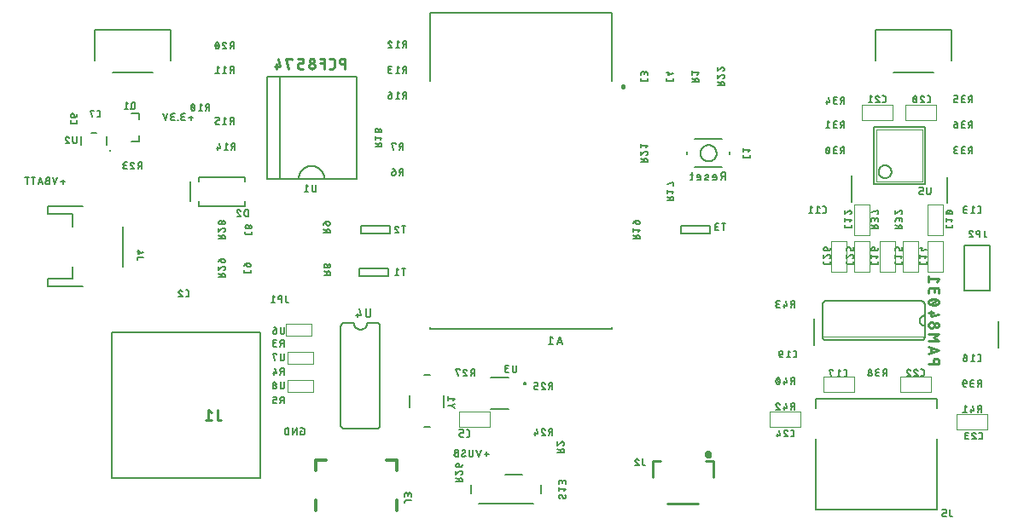
<source format=gbr>
G04 EAGLE Gerber RS-274X export*
G75*
%MOMM*%
%FSLAX34Y34*%
%LPD*%
%INSilkscreen Bottom*%
%IPPOS*%
%AMOC8*
5,1,8,0,0,1.08239X$1,22.5*%
G01*
%ADD10C,0.203200*%
%ADD11C,0.152400*%
%ADD12C,0.127000*%
%ADD13C,0.240000*%
%ADD14C,0.254000*%
%ADD15C,0.254000*%
%ADD16C,0.050800*%
%ADD17C,0.200000*%
%ADD18C,0.304800*%
%ADD19C,0.400000*%


D10*
X702564Y328676D02*
X702564Y336804D01*
X700306Y336804D01*
X700213Y336802D01*
X700120Y336796D01*
X700027Y336787D01*
X699934Y336773D01*
X699843Y336756D01*
X699752Y336735D01*
X699662Y336710D01*
X699573Y336682D01*
X699485Y336650D01*
X699399Y336614D01*
X699314Y336575D01*
X699231Y336532D01*
X699150Y336486D01*
X699071Y336436D01*
X698994Y336384D01*
X698919Y336328D01*
X698847Y336269D01*
X698777Y336207D01*
X698709Y336143D01*
X698645Y336075D01*
X698583Y336005D01*
X698524Y335933D01*
X698468Y335858D01*
X698416Y335781D01*
X698366Y335702D01*
X698320Y335621D01*
X698277Y335538D01*
X698238Y335453D01*
X698202Y335367D01*
X698170Y335279D01*
X698142Y335190D01*
X698117Y335100D01*
X698096Y335009D01*
X698079Y334918D01*
X698065Y334825D01*
X698056Y334732D01*
X698050Y334639D01*
X698048Y334546D01*
X698050Y334453D01*
X698056Y334360D01*
X698065Y334267D01*
X698079Y334174D01*
X698096Y334083D01*
X698117Y333992D01*
X698142Y333902D01*
X698170Y333813D01*
X698202Y333725D01*
X698238Y333639D01*
X698277Y333554D01*
X698320Y333471D01*
X698366Y333390D01*
X698416Y333311D01*
X698468Y333234D01*
X698524Y333159D01*
X698583Y333087D01*
X698645Y333017D01*
X698709Y332949D01*
X698777Y332885D01*
X698847Y332823D01*
X698919Y332764D01*
X698994Y332708D01*
X699071Y332656D01*
X699150Y332606D01*
X699231Y332560D01*
X699314Y332517D01*
X699399Y332478D01*
X699485Y332442D01*
X699573Y332410D01*
X699662Y332382D01*
X699752Y332357D01*
X699843Y332336D01*
X699934Y332319D01*
X700027Y332305D01*
X700120Y332296D01*
X700213Y332290D01*
X700306Y332288D01*
X702564Y332288D01*
X699855Y332288D02*
X698048Y328676D01*
X692327Y328676D02*
X690069Y328676D01*
X692327Y328676D02*
X692398Y328678D01*
X692469Y328683D01*
X692539Y328693D01*
X692609Y328706D01*
X692678Y328722D01*
X692746Y328742D01*
X692813Y328766D01*
X692878Y328793D01*
X692942Y328824D01*
X693005Y328858D01*
X693065Y328895D01*
X693123Y328935D01*
X693180Y328978D01*
X693234Y329024D01*
X693285Y329073D01*
X693334Y329124D01*
X693380Y329178D01*
X693423Y329235D01*
X693463Y329293D01*
X693500Y329354D01*
X693534Y329416D01*
X693565Y329480D01*
X693592Y329545D01*
X693616Y329612D01*
X693636Y329680D01*
X693652Y329749D01*
X693665Y329819D01*
X693675Y329889D01*
X693680Y329960D01*
X693682Y330031D01*
X693681Y330031D02*
X693681Y332288D01*
X693679Y332371D01*
X693673Y332455D01*
X693664Y332538D01*
X693650Y332620D01*
X693633Y332701D01*
X693612Y332782D01*
X693587Y332862D01*
X693559Y332940D01*
X693527Y333017D01*
X693492Y333093D01*
X693453Y333167D01*
X693410Y333239D01*
X693365Y333309D01*
X693316Y333376D01*
X693264Y333442D01*
X693210Y333505D01*
X693152Y333565D01*
X693092Y333623D01*
X693029Y333677D01*
X692963Y333729D01*
X692896Y333778D01*
X692826Y333823D01*
X692754Y333866D01*
X692680Y333905D01*
X692604Y333940D01*
X692527Y333972D01*
X692449Y334000D01*
X692369Y334025D01*
X692288Y334046D01*
X692207Y334063D01*
X692125Y334077D01*
X692042Y334086D01*
X691958Y334092D01*
X691875Y334094D01*
X691792Y334092D01*
X691708Y334086D01*
X691625Y334077D01*
X691543Y334063D01*
X691462Y334046D01*
X691381Y334025D01*
X691301Y334000D01*
X691223Y333972D01*
X691146Y333940D01*
X691070Y333905D01*
X690996Y333866D01*
X690924Y333823D01*
X690854Y333778D01*
X690787Y333729D01*
X690721Y333677D01*
X690658Y333623D01*
X690598Y333565D01*
X690540Y333505D01*
X690486Y333442D01*
X690434Y333376D01*
X690385Y333309D01*
X690340Y333239D01*
X690297Y333167D01*
X690258Y333093D01*
X690223Y333017D01*
X690191Y332940D01*
X690163Y332862D01*
X690138Y332782D01*
X690117Y332701D01*
X690100Y332620D01*
X690086Y332538D01*
X690077Y332455D01*
X690071Y332371D01*
X690069Y332288D01*
X690069Y331385D01*
X693681Y331385D01*
X685079Y331837D02*
X682821Y330934D01*
X685079Y331837D02*
X685141Y331864D01*
X685201Y331894D01*
X685260Y331928D01*
X685317Y331965D01*
X685371Y332006D01*
X685423Y332049D01*
X685472Y332096D01*
X685518Y332145D01*
X685562Y332197D01*
X685602Y332251D01*
X685640Y332308D01*
X685674Y332366D01*
X685704Y332427D01*
X685731Y332489D01*
X685754Y332552D01*
X685774Y332617D01*
X685790Y332683D01*
X685802Y332750D01*
X685810Y332817D01*
X685814Y332884D01*
X685815Y332952D01*
X685811Y333020D01*
X685804Y333087D01*
X685792Y333154D01*
X685777Y333220D01*
X685758Y333285D01*
X685735Y333348D01*
X685709Y333411D01*
X685679Y333471D01*
X685646Y333530D01*
X685609Y333587D01*
X685569Y333642D01*
X685526Y333694D01*
X685480Y333744D01*
X685431Y333791D01*
X685380Y333835D01*
X685326Y333876D01*
X685270Y333914D01*
X685212Y333948D01*
X685152Y333979D01*
X685090Y334007D01*
X685026Y334031D01*
X684962Y334051D01*
X684896Y334068D01*
X684830Y334080D01*
X684762Y334089D01*
X684695Y334094D01*
X684627Y334095D01*
X684628Y334094D02*
X684488Y334091D01*
X684349Y334083D01*
X684209Y334071D01*
X684070Y334056D01*
X683932Y334037D01*
X683794Y334014D01*
X683657Y333988D01*
X683520Y333957D01*
X683385Y333923D01*
X683250Y333886D01*
X683117Y333844D01*
X682985Y333799D01*
X682854Y333751D01*
X682724Y333699D01*
X682596Y333643D01*
X682821Y330934D02*
X682759Y330907D01*
X682699Y330877D01*
X682640Y330843D01*
X682583Y330806D01*
X682529Y330765D01*
X682477Y330722D01*
X682428Y330675D01*
X682382Y330626D01*
X682338Y330574D01*
X682298Y330520D01*
X682260Y330463D01*
X682226Y330405D01*
X682196Y330344D01*
X682169Y330282D01*
X682146Y330219D01*
X682126Y330154D01*
X682110Y330088D01*
X682098Y330021D01*
X682090Y329954D01*
X682086Y329887D01*
X682085Y329819D01*
X682089Y329751D01*
X682096Y329684D01*
X682108Y329617D01*
X682123Y329551D01*
X682142Y329486D01*
X682165Y329423D01*
X682191Y329360D01*
X682221Y329300D01*
X682254Y329241D01*
X682291Y329184D01*
X682331Y329129D01*
X682374Y329077D01*
X682420Y329027D01*
X682469Y328980D01*
X682520Y328936D01*
X682574Y328895D01*
X682630Y328857D01*
X682688Y328823D01*
X682748Y328792D01*
X682810Y328764D01*
X682874Y328740D01*
X682938Y328720D01*
X683004Y328703D01*
X683070Y328691D01*
X683138Y328682D01*
X683205Y328677D01*
X683273Y328676D01*
X683454Y328681D01*
X683635Y328690D01*
X683816Y328703D01*
X683996Y328720D01*
X684176Y328742D01*
X684355Y328768D01*
X684534Y328799D01*
X684712Y328833D01*
X684889Y328872D01*
X685065Y328915D01*
X685239Y328962D01*
X685413Y329013D01*
X685586Y329068D01*
X685757Y329127D01*
X676477Y328676D02*
X674219Y328676D01*
X676477Y328676D02*
X676548Y328678D01*
X676619Y328683D01*
X676689Y328693D01*
X676759Y328706D01*
X676828Y328722D01*
X676896Y328742D01*
X676963Y328766D01*
X677028Y328793D01*
X677092Y328824D01*
X677155Y328858D01*
X677215Y328895D01*
X677273Y328935D01*
X677330Y328978D01*
X677384Y329024D01*
X677435Y329073D01*
X677484Y329124D01*
X677530Y329178D01*
X677573Y329235D01*
X677613Y329293D01*
X677650Y329354D01*
X677684Y329416D01*
X677715Y329480D01*
X677742Y329545D01*
X677766Y329612D01*
X677786Y329680D01*
X677802Y329749D01*
X677815Y329819D01*
X677825Y329889D01*
X677830Y329960D01*
X677832Y330031D01*
X677832Y332288D01*
X677831Y332288D02*
X677829Y332371D01*
X677823Y332455D01*
X677814Y332538D01*
X677800Y332620D01*
X677783Y332701D01*
X677762Y332782D01*
X677737Y332862D01*
X677709Y332940D01*
X677677Y333017D01*
X677642Y333093D01*
X677603Y333167D01*
X677560Y333239D01*
X677515Y333309D01*
X677466Y333376D01*
X677414Y333442D01*
X677360Y333505D01*
X677302Y333565D01*
X677242Y333623D01*
X677179Y333677D01*
X677113Y333729D01*
X677046Y333778D01*
X676976Y333823D01*
X676904Y333866D01*
X676830Y333905D01*
X676754Y333940D01*
X676677Y333972D01*
X676599Y334000D01*
X676519Y334025D01*
X676438Y334046D01*
X676357Y334063D01*
X676275Y334077D01*
X676192Y334086D01*
X676108Y334092D01*
X676025Y334094D01*
X675942Y334092D01*
X675858Y334086D01*
X675775Y334077D01*
X675693Y334063D01*
X675612Y334046D01*
X675531Y334025D01*
X675451Y334000D01*
X675373Y333972D01*
X675296Y333940D01*
X675220Y333905D01*
X675146Y333866D01*
X675074Y333823D01*
X675004Y333778D01*
X674937Y333729D01*
X674871Y333677D01*
X674808Y333623D01*
X674748Y333565D01*
X674690Y333505D01*
X674636Y333442D01*
X674584Y333376D01*
X674535Y333309D01*
X674490Y333239D01*
X674447Y333167D01*
X674408Y333093D01*
X674373Y333017D01*
X674341Y332940D01*
X674313Y332862D01*
X674288Y332782D01*
X674267Y332701D01*
X674250Y332620D01*
X674236Y332538D01*
X674227Y332455D01*
X674221Y332371D01*
X674219Y332288D01*
X674219Y331385D01*
X677832Y331385D01*
X670804Y334095D02*
X668095Y334095D01*
X669901Y336804D02*
X669901Y330031D01*
X669899Y329958D01*
X669893Y329885D01*
X669883Y329812D01*
X669869Y329740D01*
X669852Y329669D01*
X669830Y329598D01*
X669805Y329529D01*
X669776Y329462D01*
X669743Y329396D01*
X669707Y329332D01*
X669668Y329271D01*
X669625Y329211D01*
X669579Y329154D01*
X669530Y329099D01*
X669478Y329047D01*
X669423Y328998D01*
X669366Y328952D01*
X669306Y328909D01*
X669245Y328870D01*
X669181Y328834D01*
X669115Y328801D01*
X669048Y328772D01*
X668979Y328747D01*
X668909Y328725D01*
X668837Y328708D01*
X668765Y328694D01*
X668693Y328684D01*
X668619Y328678D01*
X668546Y328676D01*
X668095Y328676D01*
D11*
X467868Y56670D02*
X463465Y56670D01*
X465667Y54469D02*
X465667Y58872D01*
X460065Y60706D02*
X457864Y54102D01*
X455663Y60706D01*
X452139Y60706D02*
X452139Y55936D01*
X452137Y55851D01*
X452131Y55767D01*
X452121Y55683D01*
X452108Y55599D01*
X452090Y55516D01*
X452069Y55434D01*
X452044Y55353D01*
X452015Y55273D01*
X451983Y55195D01*
X451947Y55119D01*
X451907Y55044D01*
X451864Y54971D01*
X451818Y54900D01*
X451769Y54831D01*
X451716Y54764D01*
X451660Y54700D01*
X451602Y54639D01*
X451541Y54581D01*
X451477Y54525D01*
X451410Y54472D01*
X451341Y54423D01*
X451270Y54377D01*
X451197Y54334D01*
X451122Y54294D01*
X451046Y54258D01*
X450968Y54226D01*
X450888Y54197D01*
X450807Y54172D01*
X450725Y54151D01*
X450642Y54133D01*
X450558Y54120D01*
X450474Y54110D01*
X450390Y54104D01*
X450305Y54102D01*
X450220Y54104D01*
X450136Y54110D01*
X450052Y54120D01*
X449968Y54133D01*
X449885Y54151D01*
X449803Y54172D01*
X449722Y54197D01*
X449642Y54226D01*
X449564Y54258D01*
X449488Y54294D01*
X449413Y54334D01*
X449340Y54377D01*
X449269Y54423D01*
X449200Y54472D01*
X449133Y54525D01*
X449069Y54581D01*
X449008Y54639D01*
X448950Y54700D01*
X448894Y54764D01*
X448841Y54831D01*
X448792Y54900D01*
X448746Y54971D01*
X448703Y55044D01*
X448663Y55119D01*
X448627Y55195D01*
X448595Y55273D01*
X448566Y55353D01*
X448541Y55434D01*
X448520Y55516D01*
X448502Y55599D01*
X448489Y55683D01*
X448479Y55767D01*
X448473Y55851D01*
X448471Y55936D01*
X448470Y55936D02*
X448470Y60706D01*
X442623Y54102D02*
X442549Y54104D01*
X442474Y54110D01*
X442401Y54119D01*
X442327Y54132D01*
X442255Y54149D01*
X442184Y54169D01*
X442113Y54193D01*
X442044Y54221D01*
X441977Y54252D01*
X441911Y54286D01*
X441846Y54324D01*
X441784Y54365D01*
X441724Y54409D01*
X441667Y54456D01*
X441612Y54506D01*
X441559Y54559D01*
X441509Y54614D01*
X441462Y54671D01*
X441418Y54731D01*
X441377Y54793D01*
X441339Y54858D01*
X441305Y54924D01*
X441274Y54991D01*
X441246Y55060D01*
X441222Y55131D01*
X441202Y55202D01*
X441185Y55274D01*
X441172Y55348D01*
X441163Y55421D01*
X441157Y55496D01*
X441155Y55570D01*
X442623Y54102D02*
X442734Y54104D01*
X442845Y54110D01*
X442956Y54120D01*
X443067Y54134D01*
X443176Y54152D01*
X443285Y54174D01*
X443394Y54199D01*
X443501Y54229D01*
X443607Y54262D01*
X443712Y54300D01*
X443815Y54340D01*
X443917Y54385D01*
X444017Y54433D01*
X444116Y54485D01*
X444212Y54540D01*
X444307Y54599D01*
X444399Y54661D01*
X444489Y54727D01*
X444577Y54795D01*
X444662Y54867D01*
X444744Y54942D01*
X444824Y55019D01*
X444641Y59238D02*
X444639Y59312D01*
X444633Y59387D01*
X444624Y59460D01*
X444611Y59534D01*
X444594Y59606D01*
X444574Y59677D01*
X444550Y59748D01*
X444522Y59817D01*
X444491Y59884D01*
X444457Y59950D01*
X444419Y60015D01*
X444378Y60077D01*
X444334Y60137D01*
X444287Y60194D01*
X444237Y60249D01*
X444184Y60302D01*
X444129Y60352D01*
X444072Y60399D01*
X444012Y60443D01*
X443950Y60484D01*
X443885Y60522D01*
X443819Y60556D01*
X443752Y60587D01*
X443683Y60615D01*
X443612Y60639D01*
X443541Y60659D01*
X443469Y60676D01*
X443395Y60689D01*
X443322Y60698D01*
X443247Y60704D01*
X443173Y60706D01*
X443069Y60704D01*
X442965Y60698D01*
X442861Y60688D01*
X442758Y60675D01*
X442655Y60657D01*
X442553Y60635D01*
X442452Y60610D01*
X442352Y60581D01*
X442253Y60548D01*
X442156Y60511D01*
X442060Y60471D01*
X441965Y60427D01*
X441873Y60379D01*
X441782Y60329D01*
X441693Y60274D01*
X441606Y60217D01*
X441522Y60156D01*
X443907Y57953D02*
X443970Y57992D01*
X444030Y58034D01*
X444089Y58079D01*
X444145Y58127D01*
X444198Y58178D01*
X444249Y58231D01*
X444298Y58286D01*
X444343Y58344D01*
X444386Y58404D01*
X444426Y58466D01*
X444462Y58530D01*
X444496Y58596D01*
X444526Y58664D01*
X444553Y58732D01*
X444576Y58802D01*
X444596Y58873D01*
X444612Y58945D01*
X444625Y59018D01*
X444634Y59091D01*
X444639Y59164D01*
X444641Y59238D01*
X441889Y56855D02*
X441826Y56816D01*
X441766Y56774D01*
X441708Y56729D01*
X441651Y56681D01*
X441598Y56630D01*
X441547Y56577D01*
X441498Y56522D01*
X441453Y56464D01*
X441410Y56404D01*
X441370Y56342D01*
X441334Y56278D01*
X441300Y56212D01*
X441270Y56144D01*
X441243Y56076D01*
X441220Y56006D01*
X441200Y55935D01*
X441184Y55863D01*
X441171Y55790D01*
X441162Y55717D01*
X441157Y55644D01*
X441155Y55570D01*
X441889Y56854D02*
X443907Y57954D01*
X437328Y57771D02*
X435493Y57771D01*
X435493Y57770D02*
X435408Y57768D01*
X435324Y57762D01*
X435240Y57752D01*
X435156Y57739D01*
X435073Y57721D01*
X434991Y57700D01*
X434910Y57675D01*
X434830Y57646D01*
X434752Y57614D01*
X434676Y57578D01*
X434601Y57538D01*
X434528Y57495D01*
X434457Y57449D01*
X434388Y57400D01*
X434321Y57347D01*
X434257Y57291D01*
X434196Y57233D01*
X434138Y57172D01*
X434082Y57108D01*
X434029Y57041D01*
X433980Y56972D01*
X433934Y56901D01*
X433891Y56828D01*
X433851Y56753D01*
X433815Y56677D01*
X433783Y56599D01*
X433754Y56519D01*
X433729Y56438D01*
X433708Y56356D01*
X433690Y56273D01*
X433677Y56189D01*
X433667Y56105D01*
X433661Y56021D01*
X433659Y55936D01*
X433661Y55851D01*
X433667Y55767D01*
X433677Y55683D01*
X433690Y55599D01*
X433708Y55516D01*
X433729Y55434D01*
X433754Y55353D01*
X433783Y55273D01*
X433815Y55195D01*
X433851Y55119D01*
X433891Y55044D01*
X433934Y54971D01*
X433980Y54900D01*
X434029Y54831D01*
X434082Y54764D01*
X434138Y54700D01*
X434196Y54639D01*
X434257Y54581D01*
X434321Y54525D01*
X434388Y54472D01*
X434457Y54423D01*
X434528Y54377D01*
X434601Y54334D01*
X434676Y54294D01*
X434752Y54258D01*
X434830Y54226D01*
X434910Y54197D01*
X434991Y54172D01*
X435073Y54151D01*
X435156Y54133D01*
X435240Y54120D01*
X435324Y54110D01*
X435408Y54104D01*
X435493Y54102D01*
X437328Y54102D01*
X437328Y60706D01*
X435493Y60706D01*
X435417Y60704D01*
X435342Y60698D01*
X435267Y60689D01*
X435193Y60675D01*
X435119Y60658D01*
X435047Y60636D01*
X434975Y60612D01*
X434905Y60583D01*
X434837Y60551D01*
X434770Y60516D01*
X434705Y60477D01*
X434642Y60434D01*
X434582Y60389D01*
X434524Y60341D01*
X434468Y60289D01*
X434416Y60235D01*
X434366Y60178D01*
X434319Y60119D01*
X434275Y60058D01*
X434234Y59994D01*
X434197Y59928D01*
X434163Y59860D01*
X434133Y59791D01*
X434106Y59720D01*
X434083Y59648D01*
X434064Y59575D01*
X434049Y59501D01*
X434037Y59426D01*
X434029Y59351D01*
X434025Y59276D01*
X434025Y59200D01*
X434029Y59125D01*
X434037Y59050D01*
X434049Y58975D01*
X434064Y58901D01*
X434083Y58828D01*
X434106Y58756D01*
X434133Y58685D01*
X434163Y58616D01*
X434197Y58548D01*
X434234Y58482D01*
X434275Y58418D01*
X434319Y58357D01*
X434366Y58298D01*
X434416Y58241D01*
X434468Y58187D01*
X434524Y58135D01*
X434582Y58087D01*
X434642Y58042D01*
X434705Y57999D01*
X434770Y57960D01*
X434837Y57925D01*
X434905Y57893D01*
X434975Y57864D01*
X435047Y57840D01*
X435119Y57818D01*
X435193Y57801D01*
X435267Y57787D01*
X435342Y57778D01*
X435417Y57772D01*
X435493Y57770D01*
X282420Y79361D02*
X281319Y79361D01*
X281319Y75692D01*
X283520Y75692D01*
X283594Y75694D01*
X283669Y75700D01*
X283742Y75709D01*
X283816Y75722D01*
X283888Y75739D01*
X283959Y75759D01*
X284030Y75783D01*
X284099Y75811D01*
X284167Y75842D01*
X284232Y75876D01*
X284297Y75914D01*
X284359Y75955D01*
X284419Y75999D01*
X284476Y76046D01*
X284531Y76096D01*
X284584Y76149D01*
X284634Y76204D01*
X284681Y76261D01*
X284725Y76321D01*
X284766Y76383D01*
X284804Y76448D01*
X284838Y76514D01*
X284869Y76581D01*
X284897Y76650D01*
X284921Y76721D01*
X284941Y76792D01*
X284958Y76865D01*
X284971Y76938D01*
X284980Y77012D01*
X284986Y77086D01*
X284988Y77160D01*
X284988Y80828D01*
X284986Y80902D01*
X284980Y80977D01*
X284971Y81050D01*
X284958Y81123D01*
X284941Y81196D01*
X284921Y81267D01*
X284897Y81338D01*
X284869Y81407D01*
X284838Y81474D01*
X284804Y81540D01*
X284766Y81605D01*
X284725Y81667D01*
X284681Y81727D01*
X284634Y81784D01*
X284584Y81839D01*
X284531Y81892D01*
X284476Y81942D01*
X284419Y81989D01*
X284359Y82033D01*
X284297Y82074D01*
X284232Y82112D01*
X284167Y82146D01*
X284099Y82177D01*
X284030Y82205D01*
X283960Y82229D01*
X283888Y82249D01*
X283816Y82266D01*
X283742Y82279D01*
X283669Y82288D01*
X283594Y82294D01*
X283520Y82296D01*
X281319Y82296D01*
X277185Y82296D02*
X277185Y75692D01*
X273516Y75692D02*
X277185Y82296D01*
X273516Y82296D02*
X273516Y75692D01*
X269382Y75692D02*
X269382Y82296D01*
X267548Y82296D01*
X267463Y82294D01*
X267379Y82288D01*
X267295Y82278D01*
X267211Y82265D01*
X267128Y82247D01*
X267046Y82226D01*
X266965Y82201D01*
X266885Y82172D01*
X266807Y82140D01*
X266731Y82104D01*
X266656Y82064D01*
X266583Y82021D01*
X266512Y81975D01*
X266443Y81926D01*
X266376Y81873D01*
X266312Y81817D01*
X266251Y81759D01*
X266193Y81698D01*
X266137Y81634D01*
X266084Y81567D01*
X266035Y81498D01*
X265989Y81427D01*
X265946Y81354D01*
X265906Y81279D01*
X265870Y81203D01*
X265838Y81125D01*
X265809Y81045D01*
X265784Y80964D01*
X265763Y80882D01*
X265745Y80799D01*
X265732Y80715D01*
X265722Y80631D01*
X265716Y80547D01*
X265714Y80462D01*
X265713Y80462D02*
X265713Y77526D01*
X265714Y77526D02*
X265716Y77441D01*
X265722Y77357D01*
X265732Y77273D01*
X265745Y77189D01*
X265763Y77106D01*
X265784Y77024D01*
X265809Y76943D01*
X265838Y76863D01*
X265870Y76785D01*
X265906Y76709D01*
X265946Y76634D01*
X265989Y76561D01*
X266035Y76490D01*
X266084Y76421D01*
X266137Y76354D01*
X266193Y76290D01*
X266251Y76229D01*
X266312Y76171D01*
X266376Y76115D01*
X266443Y76062D01*
X266512Y76013D01*
X266583Y75967D01*
X266656Y75924D01*
X266731Y75884D01*
X266807Y75848D01*
X266885Y75816D01*
X266965Y75787D01*
X267046Y75762D01*
X267128Y75741D01*
X267211Y75723D01*
X267295Y75710D01*
X267379Y75700D01*
X267463Y75694D01*
X267548Y75692D01*
X269382Y75692D01*
X174498Y390680D02*
X170095Y390680D01*
X172297Y388479D02*
X172297Y392882D01*
X166328Y388112D02*
X164494Y388112D01*
X164409Y388114D01*
X164325Y388120D01*
X164241Y388130D01*
X164157Y388143D01*
X164074Y388161D01*
X163992Y388182D01*
X163911Y388207D01*
X163831Y388236D01*
X163753Y388268D01*
X163677Y388304D01*
X163602Y388344D01*
X163529Y388387D01*
X163458Y388433D01*
X163389Y388482D01*
X163322Y388535D01*
X163258Y388591D01*
X163197Y388649D01*
X163139Y388710D01*
X163083Y388774D01*
X163030Y388841D01*
X162981Y388910D01*
X162935Y388981D01*
X162892Y389054D01*
X162852Y389129D01*
X162816Y389205D01*
X162784Y389283D01*
X162755Y389363D01*
X162730Y389444D01*
X162709Y389526D01*
X162691Y389609D01*
X162678Y389693D01*
X162668Y389777D01*
X162662Y389861D01*
X162660Y389946D01*
X162662Y390031D01*
X162668Y390115D01*
X162678Y390199D01*
X162691Y390283D01*
X162709Y390366D01*
X162730Y390448D01*
X162755Y390529D01*
X162784Y390609D01*
X162816Y390687D01*
X162852Y390763D01*
X162892Y390838D01*
X162935Y390911D01*
X162981Y390982D01*
X163030Y391051D01*
X163083Y391118D01*
X163139Y391182D01*
X163197Y391243D01*
X163258Y391301D01*
X163322Y391357D01*
X163389Y391410D01*
X163458Y391459D01*
X163529Y391505D01*
X163602Y391548D01*
X163677Y391588D01*
X163753Y391624D01*
X163831Y391656D01*
X163911Y391685D01*
X163992Y391710D01*
X164074Y391731D01*
X164157Y391749D01*
X164241Y391762D01*
X164325Y391772D01*
X164409Y391778D01*
X164494Y391780D01*
X164127Y394716D02*
X166328Y394716D01*
X164127Y394716D02*
X164051Y394714D01*
X163976Y394708D01*
X163901Y394699D01*
X163827Y394685D01*
X163753Y394668D01*
X163681Y394646D01*
X163609Y394622D01*
X163539Y394593D01*
X163471Y394561D01*
X163404Y394526D01*
X163339Y394487D01*
X163276Y394444D01*
X163216Y394399D01*
X163158Y394351D01*
X163102Y394299D01*
X163050Y394245D01*
X163000Y394188D01*
X162953Y394129D01*
X162909Y394068D01*
X162868Y394004D01*
X162831Y393938D01*
X162797Y393870D01*
X162767Y393801D01*
X162740Y393730D01*
X162717Y393658D01*
X162698Y393585D01*
X162683Y393511D01*
X162671Y393436D01*
X162663Y393361D01*
X162659Y393286D01*
X162659Y393210D01*
X162663Y393135D01*
X162671Y393060D01*
X162683Y392985D01*
X162698Y392911D01*
X162717Y392838D01*
X162740Y392766D01*
X162767Y392695D01*
X162797Y392626D01*
X162831Y392558D01*
X162868Y392492D01*
X162909Y392428D01*
X162953Y392367D01*
X163000Y392308D01*
X163050Y392251D01*
X163102Y392197D01*
X163158Y392145D01*
X163216Y392097D01*
X163276Y392052D01*
X163339Y392009D01*
X163404Y391970D01*
X163471Y391935D01*
X163539Y391903D01*
X163609Y391874D01*
X163681Y391850D01*
X163753Y391828D01*
X163827Y391811D01*
X163901Y391797D01*
X163976Y391788D01*
X164051Y391782D01*
X164127Y391780D01*
X164127Y391781D02*
X165595Y391781D01*
X159557Y388479D02*
X159557Y388112D01*
X159557Y388479D02*
X159190Y388479D01*
X159190Y388112D01*
X159557Y388112D01*
X156087Y388112D02*
X154253Y388112D01*
X154168Y388114D01*
X154084Y388120D01*
X154000Y388130D01*
X153916Y388143D01*
X153833Y388161D01*
X153751Y388182D01*
X153670Y388207D01*
X153590Y388236D01*
X153512Y388268D01*
X153436Y388304D01*
X153361Y388344D01*
X153288Y388387D01*
X153217Y388433D01*
X153148Y388482D01*
X153081Y388535D01*
X153017Y388591D01*
X152956Y388649D01*
X152898Y388710D01*
X152842Y388774D01*
X152789Y388841D01*
X152740Y388910D01*
X152694Y388981D01*
X152651Y389054D01*
X152611Y389129D01*
X152575Y389205D01*
X152543Y389283D01*
X152514Y389363D01*
X152489Y389444D01*
X152468Y389526D01*
X152450Y389609D01*
X152437Y389693D01*
X152427Y389777D01*
X152421Y389861D01*
X152419Y389946D01*
X152421Y390031D01*
X152427Y390115D01*
X152437Y390199D01*
X152450Y390283D01*
X152468Y390366D01*
X152489Y390448D01*
X152514Y390529D01*
X152543Y390609D01*
X152575Y390687D01*
X152611Y390763D01*
X152651Y390838D01*
X152694Y390911D01*
X152740Y390982D01*
X152789Y391051D01*
X152842Y391118D01*
X152898Y391182D01*
X152956Y391243D01*
X153017Y391301D01*
X153081Y391357D01*
X153148Y391410D01*
X153217Y391459D01*
X153288Y391505D01*
X153361Y391548D01*
X153436Y391588D01*
X153512Y391624D01*
X153590Y391656D01*
X153670Y391685D01*
X153751Y391710D01*
X153833Y391731D01*
X153916Y391749D01*
X154000Y391762D01*
X154084Y391772D01*
X154168Y391778D01*
X154253Y391780D01*
X153886Y394716D02*
X156087Y394716D01*
X153886Y394716D02*
X153810Y394714D01*
X153735Y394708D01*
X153660Y394699D01*
X153586Y394685D01*
X153512Y394668D01*
X153440Y394646D01*
X153368Y394622D01*
X153298Y394593D01*
X153230Y394561D01*
X153163Y394526D01*
X153098Y394487D01*
X153035Y394444D01*
X152975Y394399D01*
X152917Y394351D01*
X152861Y394299D01*
X152809Y394245D01*
X152759Y394188D01*
X152712Y394129D01*
X152668Y394068D01*
X152627Y394004D01*
X152590Y393938D01*
X152556Y393870D01*
X152526Y393801D01*
X152499Y393730D01*
X152476Y393658D01*
X152457Y393585D01*
X152442Y393511D01*
X152430Y393436D01*
X152422Y393361D01*
X152418Y393286D01*
X152418Y393210D01*
X152422Y393135D01*
X152430Y393060D01*
X152442Y392985D01*
X152457Y392911D01*
X152476Y392838D01*
X152499Y392766D01*
X152526Y392695D01*
X152556Y392626D01*
X152590Y392558D01*
X152627Y392492D01*
X152668Y392428D01*
X152712Y392367D01*
X152759Y392308D01*
X152809Y392251D01*
X152861Y392197D01*
X152917Y392145D01*
X152975Y392097D01*
X153035Y392052D01*
X153098Y392009D01*
X153163Y391970D01*
X153230Y391935D01*
X153298Y391903D01*
X153368Y391874D01*
X153440Y391850D01*
X153512Y391828D01*
X153586Y391811D01*
X153660Y391797D01*
X153735Y391788D01*
X153810Y391782D01*
X153886Y391780D01*
X153886Y391781D02*
X155353Y391781D01*
X149139Y394716D02*
X146937Y388112D01*
X144736Y394716D01*
X47498Y327180D02*
X43095Y327180D01*
X45297Y324979D02*
X45297Y329382D01*
X39695Y331216D02*
X37494Y324612D01*
X35293Y331216D01*
X31588Y328281D02*
X29754Y328281D01*
X29754Y328280D02*
X29669Y328278D01*
X29585Y328272D01*
X29501Y328262D01*
X29417Y328249D01*
X29334Y328231D01*
X29252Y328210D01*
X29171Y328185D01*
X29091Y328156D01*
X29013Y328124D01*
X28937Y328088D01*
X28862Y328048D01*
X28789Y328005D01*
X28718Y327959D01*
X28649Y327910D01*
X28582Y327857D01*
X28518Y327801D01*
X28457Y327743D01*
X28399Y327682D01*
X28343Y327618D01*
X28290Y327551D01*
X28241Y327482D01*
X28195Y327411D01*
X28152Y327338D01*
X28112Y327263D01*
X28076Y327187D01*
X28044Y327109D01*
X28015Y327029D01*
X27990Y326948D01*
X27969Y326866D01*
X27951Y326783D01*
X27938Y326699D01*
X27928Y326615D01*
X27922Y326531D01*
X27920Y326446D01*
X27922Y326361D01*
X27928Y326277D01*
X27938Y326193D01*
X27951Y326109D01*
X27969Y326026D01*
X27990Y325944D01*
X28015Y325863D01*
X28044Y325783D01*
X28076Y325705D01*
X28112Y325629D01*
X28152Y325554D01*
X28195Y325481D01*
X28241Y325410D01*
X28290Y325341D01*
X28343Y325274D01*
X28399Y325210D01*
X28457Y325149D01*
X28518Y325091D01*
X28582Y325035D01*
X28649Y324982D01*
X28718Y324933D01*
X28789Y324887D01*
X28862Y324844D01*
X28937Y324804D01*
X29013Y324768D01*
X29091Y324736D01*
X29171Y324707D01*
X29252Y324682D01*
X29334Y324661D01*
X29417Y324643D01*
X29501Y324630D01*
X29585Y324620D01*
X29669Y324614D01*
X29754Y324612D01*
X31588Y324612D01*
X31588Y331216D01*
X29754Y331216D01*
X29678Y331214D01*
X29603Y331208D01*
X29528Y331199D01*
X29454Y331185D01*
X29380Y331168D01*
X29308Y331146D01*
X29236Y331122D01*
X29166Y331093D01*
X29098Y331061D01*
X29031Y331026D01*
X28966Y330987D01*
X28903Y330944D01*
X28843Y330899D01*
X28785Y330851D01*
X28729Y330799D01*
X28677Y330745D01*
X28627Y330688D01*
X28580Y330629D01*
X28536Y330568D01*
X28495Y330504D01*
X28458Y330438D01*
X28424Y330370D01*
X28394Y330301D01*
X28367Y330230D01*
X28344Y330158D01*
X28325Y330085D01*
X28310Y330011D01*
X28298Y329936D01*
X28290Y329861D01*
X28286Y329786D01*
X28286Y329710D01*
X28290Y329635D01*
X28298Y329560D01*
X28310Y329485D01*
X28325Y329411D01*
X28344Y329338D01*
X28367Y329266D01*
X28394Y329195D01*
X28424Y329126D01*
X28458Y329058D01*
X28495Y328992D01*
X28536Y328928D01*
X28580Y328867D01*
X28627Y328808D01*
X28677Y328751D01*
X28729Y328697D01*
X28785Y328645D01*
X28843Y328597D01*
X28903Y328552D01*
X28966Y328509D01*
X29031Y328470D01*
X29098Y328435D01*
X29166Y328403D01*
X29236Y328374D01*
X29308Y328350D01*
X29380Y328328D01*
X29454Y328311D01*
X29528Y328297D01*
X29603Y328288D01*
X29678Y328282D01*
X29754Y328280D01*
X25065Y324612D02*
X22864Y331216D01*
X20662Y324612D01*
X21213Y326263D02*
X24515Y326263D01*
X16036Y324612D02*
X16036Y331216D01*
X17870Y331216D02*
X14202Y331216D01*
X9696Y331216D02*
X9696Y324612D01*
X7862Y331216D02*
X11531Y331216D01*
D12*
X589999Y427320D02*
X589999Y494820D01*
X409999Y494820D01*
X409999Y427320D01*
X409999Y180820D02*
X589999Y180820D01*
X409999Y180820D02*
X409999Y182820D01*
X589999Y182320D02*
X589999Y180820D01*
D13*
X599799Y421820D02*
X599801Y421889D01*
X599807Y421958D01*
X599817Y422026D01*
X599831Y422094D01*
X599848Y422161D01*
X599870Y422227D01*
X599895Y422291D01*
X599924Y422354D01*
X599957Y422415D01*
X599993Y422474D01*
X600032Y422531D01*
X600075Y422585D01*
X600120Y422637D01*
X600169Y422687D01*
X600220Y422733D01*
X600274Y422776D01*
X600331Y422817D01*
X600389Y422853D01*
X600450Y422887D01*
X600512Y422917D01*
X600576Y422943D01*
X600641Y422965D01*
X600708Y422984D01*
X600776Y422999D01*
X600844Y423010D01*
X600913Y423017D01*
X600982Y423020D01*
X601051Y423019D01*
X601120Y423014D01*
X601188Y423005D01*
X601256Y422992D01*
X601323Y422975D01*
X601390Y422955D01*
X601454Y422930D01*
X601517Y422902D01*
X601579Y422871D01*
X601638Y422835D01*
X601696Y422797D01*
X601751Y422755D01*
X601804Y422710D01*
X601854Y422662D01*
X601901Y422612D01*
X601945Y422558D01*
X601986Y422503D01*
X602024Y422445D01*
X602058Y422385D01*
X602089Y422323D01*
X602116Y422259D01*
X602139Y422194D01*
X602159Y422128D01*
X602175Y422060D01*
X602187Y421992D01*
X602195Y421924D01*
X602199Y421855D01*
X602199Y421785D01*
X602195Y421716D01*
X602187Y421648D01*
X602175Y421580D01*
X602159Y421512D01*
X602139Y421446D01*
X602116Y421381D01*
X602089Y421317D01*
X602058Y421255D01*
X602024Y421195D01*
X601986Y421137D01*
X601945Y421082D01*
X601901Y421028D01*
X601854Y420978D01*
X601804Y420930D01*
X601751Y420885D01*
X601696Y420843D01*
X601638Y420805D01*
X601579Y420769D01*
X601517Y420738D01*
X601454Y420710D01*
X601390Y420685D01*
X601323Y420665D01*
X601256Y420648D01*
X601188Y420635D01*
X601120Y420626D01*
X601051Y420621D01*
X600982Y420620D01*
X600913Y420623D01*
X600844Y420630D01*
X600776Y420641D01*
X600708Y420656D01*
X600641Y420675D01*
X600576Y420697D01*
X600512Y420723D01*
X600450Y420753D01*
X600389Y420787D01*
X600331Y420823D01*
X600274Y420864D01*
X600220Y420907D01*
X600169Y420953D01*
X600120Y421003D01*
X600075Y421055D01*
X600032Y421109D01*
X599993Y421166D01*
X599957Y421225D01*
X599924Y421286D01*
X599895Y421349D01*
X599870Y421413D01*
X599848Y421479D01*
X599831Y421546D01*
X599817Y421614D01*
X599807Y421682D01*
X599801Y421751D01*
X599799Y421820D01*
D10*
X538552Y173546D02*
X541261Y165418D01*
X535842Y165418D02*
X538552Y173546D01*
X536520Y167450D02*
X540584Y167450D01*
X531665Y171740D02*
X529408Y173546D01*
X529408Y165418D01*
X531665Y165418D02*
X527150Y165418D01*
D11*
X618744Y428367D02*
X618744Y429835D01*
X618744Y428367D02*
X618746Y428293D01*
X618752Y428218D01*
X618761Y428145D01*
X618774Y428071D01*
X618791Y427999D01*
X618811Y427928D01*
X618835Y427857D01*
X618863Y427788D01*
X618894Y427721D01*
X618928Y427655D01*
X618966Y427590D01*
X619007Y427528D01*
X619051Y427468D01*
X619098Y427411D01*
X619148Y427356D01*
X619201Y427303D01*
X619256Y427253D01*
X619313Y427206D01*
X619373Y427162D01*
X619435Y427121D01*
X619500Y427083D01*
X619566Y427049D01*
X619633Y427018D01*
X619702Y426990D01*
X619773Y426966D01*
X619844Y426946D01*
X619916Y426929D01*
X619990Y426916D01*
X620063Y426907D01*
X620138Y426901D01*
X620212Y426899D01*
X620212Y426900D02*
X623880Y426900D01*
X623880Y426899D02*
X623954Y426901D01*
X624029Y426907D01*
X624102Y426916D01*
X624176Y426929D01*
X624248Y426946D01*
X624319Y426966D01*
X624390Y426990D01*
X624459Y427018D01*
X624526Y427049D01*
X624592Y427083D01*
X624657Y427121D01*
X624719Y427162D01*
X624779Y427206D01*
X624836Y427253D01*
X624891Y427303D01*
X624944Y427356D01*
X624994Y427411D01*
X625041Y427468D01*
X625085Y427528D01*
X625126Y427590D01*
X625164Y427655D01*
X625198Y427720D01*
X625229Y427788D01*
X625257Y427857D01*
X625281Y427928D01*
X625301Y427999D01*
X625318Y428071D01*
X625331Y428145D01*
X625340Y428218D01*
X625346Y428293D01*
X625348Y428367D01*
X625348Y429835D01*
X618744Y433031D02*
X618744Y434866D01*
X618746Y434951D01*
X618752Y435035D01*
X618762Y435119D01*
X618775Y435203D01*
X618793Y435286D01*
X618814Y435368D01*
X618839Y435449D01*
X618868Y435529D01*
X618900Y435607D01*
X618936Y435683D01*
X618976Y435758D01*
X619019Y435831D01*
X619065Y435902D01*
X619114Y435971D01*
X619167Y436038D01*
X619223Y436102D01*
X619281Y436163D01*
X619342Y436221D01*
X619406Y436277D01*
X619473Y436330D01*
X619542Y436379D01*
X619613Y436425D01*
X619686Y436468D01*
X619761Y436508D01*
X619837Y436544D01*
X619915Y436576D01*
X619995Y436605D01*
X620076Y436630D01*
X620158Y436651D01*
X620241Y436669D01*
X620325Y436682D01*
X620409Y436692D01*
X620493Y436698D01*
X620578Y436700D01*
X620663Y436698D01*
X620747Y436692D01*
X620831Y436682D01*
X620915Y436669D01*
X620998Y436651D01*
X621080Y436630D01*
X621161Y436605D01*
X621241Y436576D01*
X621319Y436544D01*
X621395Y436508D01*
X621470Y436468D01*
X621543Y436425D01*
X621614Y436379D01*
X621683Y436330D01*
X621750Y436277D01*
X621814Y436221D01*
X621875Y436163D01*
X621933Y436102D01*
X621989Y436038D01*
X622042Y435971D01*
X622091Y435902D01*
X622137Y435831D01*
X622180Y435758D01*
X622220Y435683D01*
X622256Y435607D01*
X622288Y435529D01*
X622317Y435449D01*
X622342Y435368D01*
X622363Y435286D01*
X622381Y435203D01*
X622394Y435119D01*
X622404Y435035D01*
X622410Y434951D01*
X622412Y434866D01*
X625348Y435233D02*
X625348Y433031D01*
X625348Y435233D02*
X625346Y435309D01*
X625340Y435384D01*
X625331Y435459D01*
X625317Y435533D01*
X625300Y435607D01*
X625278Y435679D01*
X625254Y435751D01*
X625225Y435821D01*
X625193Y435889D01*
X625158Y435956D01*
X625119Y436021D01*
X625076Y436084D01*
X625031Y436144D01*
X624983Y436202D01*
X624931Y436258D01*
X624877Y436310D01*
X624820Y436360D01*
X624761Y436407D01*
X624700Y436451D01*
X624636Y436492D01*
X624570Y436529D01*
X624502Y436563D01*
X624433Y436593D01*
X624362Y436620D01*
X624290Y436643D01*
X624217Y436662D01*
X624143Y436677D01*
X624068Y436689D01*
X623993Y436697D01*
X623918Y436701D01*
X623842Y436701D01*
X623767Y436697D01*
X623692Y436689D01*
X623617Y436677D01*
X623543Y436662D01*
X623470Y436643D01*
X623398Y436620D01*
X623327Y436593D01*
X623258Y436563D01*
X623190Y436529D01*
X623124Y436492D01*
X623060Y436451D01*
X622999Y436407D01*
X622940Y436360D01*
X622883Y436310D01*
X622829Y436258D01*
X622777Y436202D01*
X622729Y436144D01*
X622684Y436084D01*
X622641Y436021D01*
X622602Y435956D01*
X622567Y435889D01*
X622535Y435821D01*
X622506Y435751D01*
X622482Y435679D01*
X622460Y435607D01*
X622443Y435533D01*
X622429Y435459D01*
X622420Y435384D01*
X622414Y435309D01*
X622412Y435233D01*
X622413Y435233D02*
X622413Y433765D01*
X644144Y429835D02*
X644144Y428367D01*
X644146Y428293D01*
X644152Y428218D01*
X644161Y428145D01*
X644174Y428071D01*
X644191Y427999D01*
X644211Y427928D01*
X644235Y427857D01*
X644263Y427788D01*
X644294Y427721D01*
X644328Y427655D01*
X644366Y427590D01*
X644407Y427528D01*
X644451Y427468D01*
X644498Y427411D01*
X644548Y427356D01*
X644601Y427303D01*
X644656Y427253D01*
X644713Y427206D01*
X644773Y427162D01*
X644835Y427121D01*
X644900Y427083D01*
X644966Y427049D01*
X645033Y427018D01*
X645102Y426990D01*
X645173Y426966D01*
X645244Y426946D01*
X645316Y426929D01*
X645390Y426916D01*
X645463Y426907D01*
X645538Y426901D01*
X645612Y426899D01*
X645612Y426900D02*
X649280Y426900D01*
X649280Y426899D02*
X649354Y426901D01*
X649429Y426907D01*
X649502Y426916D01*
X649576Y426929D01*
X649648Y426946D01*
X649719Y426966D01*
X649790Y426990D01*
X649859Y427018D01*
X649926Y427049D01*
X649992Y427083D01*
X650057Y427121D01*
X650119Y427162D01*
X650179Y427206D01*
X650236Y427253D01*
X650291Y427303D01*
X650344Y427356D01*
X650394Y427411D01*
X650441Y427468D01*
X650485Y427528D01*
X650526Y427590D01*
X650564Y427655D01*
X650598Y427720D01*
X650629Y427788D01*
X650657Y427857D01*
X650681Y427928D01*
X650701Y427999D01*
X650718Y428071D01*
X650731Y428145D01*
X650740Y428218D01*
X650746Y428293D01*
X650748Y428367D01*
X650748Y429835D01*
X650748Y434499D02*
X645612Y433031D01*
X645612Y436700D01*
X647079Y435600D02*
X644144Y435600D01*
X720344Y353635D02*
X720344Y352167D01*
X720346Y352093D01*
X720352Y352018D01*
X720361Y351945D01*
X720374Y351871D01*
X720391Y351799D01*
X720411Y351728D01*
X720435Y351657D01*
X720463Y351588D01*
X720494Y351521D01*
X720528Y351455D01*
X720566Y351390D01*
X720607Y351328D01*
X720651Y351268D01*
X720698Y351211D01*
X720748Y351156D01*
X720801Y351103D01*
X720856Y351053D01*
X720913Y351006D01*
X720973Y350962D01*
X721035Y350921D01*
X721100Y350883D01*
X721166Y350849D01*
X721233Y350818D01*
X721302Y350790D01*
X721373Y350766D01*
X721444Y350746D01*
X721516Y350729D01*
X721590Y350716D01*
X721663Y350707D01*
X721738Y350701D01*
X721812Y350699D01*
X721812Y350700D02*
X725480Y350700D01*
X725480Y350699D02*
X725554Y350701D01*
X725629Y350707D01*
X725702Y350716D01*
X725776Y350729D01*
X725848Y350746D01*
X725919Y350766D01*
X725990Y350790D01*
X726059Y350818D01*
X726126Y350849D01*
X726192Y350883D01*
X726257Y350921D01*
X726319Y350962D01*
X726379Y351006D01*
X726436Y351053D01*
X726491Y351103D01*
X726544Y351156D01*
X726594Y351211D01*
X726641Y351268D01*
X726685Y351328D01*
X726726Y351390D01*
X726764Y351455D01*
X726798Y351520D01*
X726829Y351588D01*
X726857Y351657D01*
X726881Y351728D01*
X726901Y351799D01*
X726918Y351871D01*
X726931Y351945D01*
X726940Y352018D01*
X726946Y352093D01*
X726948Y352167D01*
X726948Y353635D01*
X725480Y356831D02*
X726948Y358666D01*
X720344Y358666D01*
X720344Y360500D02*
X720344Y356831D01*
X80903Y391414D02*
X79435Y391414D01*
X80903Y391414D02*
X80977Y391416D01*
X81052Y391422D01*
X81125Y391431D01*
X81199Y391444D01*
X81271Y391461D01*
X81342Y391481D01*
X81413Y391505D01*
X81482Y391533D01*
X81550Y391564D01*
X81615Y391598D01*
X81680Y391636D01*
X81742Y391677D01*
X81802Y391721D01*
X81859Y391768D01*
X81914Y391818D01*
X81967Y391871D01*
X82017Y391926D01*
X82064Y391983D01*
X82108Y392043D01*
X82149Y392105D01*
X82187Y392170D01*
X82221Y392236D01*
X82252Y392303D01*
X82280Y392372D01*
X82304Y392443D01*
X82324Y392514D01*
X82341Y392587D01*
X82354Y392660D01*
X82363Y392734D01*
X82369Y392808D01*
X82371Y392882D01*
X82370Y392882D02*
X82370Y396550D01*
X82371Y396550D02*
X82369Y396624D01*
X82363Y396699D01*
X82354Y396772D01*
X82341Y396845D01*
X82324Y396918D01*
X82304Y396989D01*
X82280Y397060D01*
X82252Y397129D01*
X82221Y397196D01*
X82187Y397262D01*
X82149Y397327D01*
X82108Y397389D01*
X82064Y397449D01*
X82017Y397506D01*
X81967Y397561D01*
X81914Y397614D01*
X81859Y397664D01*
X81802Y397711D01*
X81742Y397755D01*
X81680Y397796D01*
X81615Y397834D01*
X81550Y397868D01*
X81482Y397899D01*
X81413Y397927D01*
X81343Y397951D01*
X81271Y397971D01*
X81199Y397988D01*
X81125Y398001D01*
X81052Y398010D01*
X80977Y398016D01*
X80903Y398018D01*
X79435Y398018D01*
X76239Y398018D02*
X76239Y397284D01*
X76239Y398018D02*
X72570Y398018D01*
X74404Y391414D01*
X52832Y387925D02*
X52832Y386457D01*
X52834Y386383D01*
X52840Y386308D01*
X52849Y386235D01*
X52862Y386161D01*
X52879Y386089D01*
X52899Y386018D01*
X52923Y385947D01*
X52951Y385878D01*
X52982Y385811D01*
X53016Y385745D01*
X53054Y385680D01*
X53095Y385618D01*
X53139Y385558D01*
X53186Y385501D01*
X53236Y385446D01*
X53289Y385393D01*
X53344Y385343D01*
X53401Y385296D01*
X53461Y385252D01*
X53523Y385211D01*
X53588Y385173D01*
X53654Y385139D01*
X53721Y385108D01*
X53790Y385080D01*
X53861Y385056D01*
X53932Y385036D01*
X54004Y385019D01*
X54078Y385006D01*
X54151Y384997D01*
X54226Y384991D01*
X54300Y384989D01*
X54300Y384990D02*
X57968Y384990D01*
X57968Y384989D02*
X58042Y384991D01*
X58117Y384997D01*
X58190Y385006D01*
X58264Y385019D01*
X58336Y385036D01*
X58407Y385056D01*
X58478Y385080D01*
X58547Y385108D01*
X58614Y385139D01*
X58680Y385173D01*
X58745Y385211D01*
X58807Y385252D01*
X58867Y385296D01*
X58924Y385343D01*
X58979Y385393D01*
X59032Y385446D01*
X59082Y385501D01*
X59129Y385558D01*
X59173Y385618D01*
X59214Y385680D01*
X59252Y385745D01*
X59286Y385810D01*
X59317Y385878D01*
X59345Y385947D01*
X59369Y386018D01*
X59389Y386089D01*
X59406Y386161D01*
X59419Y386235D01*
X59428Y386308D01*
X59434Y386383D01*
X59436Y386457D01*
X59436Y387925D01*
X56501Y391121D02*
X56501Y393323D01*
X56499Y393397D01*
X56493Y393472D01*
X56484Y393545D01*
X56471Y393619D01*
X56454Y393691D01*
X56434Y393762D01*
X56410Y393833D01*
X56382Y393902D01*
X56351Y393969D01*
X56317Y394035D01*
X56279Y394100D01*
X56238Y394162D01*
X56194Y394222D01*
X56147Y394279D01*
X56097Y394334D01*
X56044Y394387D01*
X55989Y394437D01*
X55932Y394484D01*
X55872Y394528D01*
X55810Y394569D01*
X55745Y394607D01*
X55679Y394641D01*
X55612Y394672D01*
X55543Y394700D01*
X55472Y394724D01*
X55401Y394744D01*
X55329Y394761D01*
X55255Y394774D01*
X55182Y394783D01*
X55107Y394789D01*
X55033Y394791D01*
X55033Y394790D02*
X54666Y394790D01*
X54581Y394788D01*
X54497Y394782D01*
X54413Y394772D01*
X54329Y394759D01*
X54246Y394741D01*
X54164Y394720D01*
X54083Y394695D01*
X54003Y394666D01*
X53925Y394634D01*
X53849Y394598D01*
X53774Y394558D01*
X53701Y394515D01*
X53630Y394469D01*
X53561Y394420D01*
X53494Y394367D01*
X53430Y394311D01*
X53369Y394253D01*
X53311Y394192D01*
X53255Y394128D01*
X53202Y394061D01*
X53153Y393992D01*
X53107Y393921D01*
X53064Y393848D01*
X53024Y393773D01*
X52988Y393697D01*
X52956Y393619D01*
X52927Y393539D01*
X52902Y393458D01*
X52881Y393376D01*
X52863Y393293D01*
X52850Y393209D01*
X52840Y393125D01*
X52834Y393041D01*
X52832Y392956D01*
X52834Y392871D01*
X52840Y392787D01*
X52850Y392703D01*
X52863Y392619D01*
X52881Y392536D01*
X52902Y392454D01*
X52927Y392373D01*
X52956Y392293D01*
X52988Y392215D01*
X53024Y392139D01*
X53064Y392064D01*
X53107Y391991D01*
X53153Y391920D01*
X53202Y391851D01*
X53255Y391784D01*
X53311Y391720D01*
X53369Y391659D01*
X53430Y391601D01*
X53494Y391545D01*
X53561Y391492D01*
X53630Y391443D01*
X53701Y391397D01*
X53774Y391354D01*
X53849Y391314D01*
X53925Y391278D01*
X54003Y391246D01*
X54083Y391217D01*
X54164Y391192D01*
X54246Y391171D01*
X54329Y391153D01*
X54413Y391140D01*
X54497Y391130D01*
X54581Y391124D01*
X54666Y391122D01*
X54666Y391121D02*
X56501Y391121D01*
X56608Y391123D01*
X56715Y391129D01*
X56822Y391139D01*
X56928Y391152D01*
X57034Y391170D01*
X57139Y391191D01*
X57243Y391216D01*
X57347Y391245D01*
X57449Y391278D01*
X57549Y391315D01*
X57649Y391355D01*
X57747Y391399D01*
X57843Y391446D01*
X57937Y391497D01*
X58030Y391551D01*
X58120Y391608D01*
X58209Y391669D01*
X58295Y391733D01*
X58378Y391800D01*
X58460Y391870D01*
X58538Y391943D01*
X58614Y392019D01*
X58687Y392097D01*
X58757Y392179D01*
X58824Y392262D01*
X58888Y392348D01*
X58949Y392437D01*
X59006Y392527D01*
X59060Y392620D01*
X59111Y392714D01*
X59158Y392810D01*
X59202Y392908D01*
X59242Y393008D01*
X59279Y393108D01*
X59312Y393210D01*
X59341Y393314D01*
X59366Y393418D01*
X59387Y393523D01*
X59405Y393629D01*
X59418Y393735D01*
X59428Y393842D01*
X59434Y393949D01*
X59436Y394056D01*
X226314Y277435D02*
X226314Y275967D01*
X226316Y275893D01*
X226322Y275818D01*
X226331Y275745D01*
X226344Y275671D01*
X226361Y275599D01*
X226381Y275528D01*
X226405Y275457D01*
X226433Y275388D01*
X226464Y275321D01*
X226498Y275255D01*
X226536Y275190D01*
X226577Y275128D01*
X226621Y275068D01*
X226668Y275011D01*
X226718Y274956D01*
X226771Y274903D01*
X226826Y274853D01*
X226883Y274806D01*
X226943Y274762D01*
X227005Y274721D01*
X227070Y274683D01*
X227136Y274649D01*
X227203Y274618D01*
X227272Y274590D01*
X227343Y274566D01*
X227414Y274546D01*
X227486Y274529D01*
X227560Y274516D01*
X227633Y274507D01*
X227708Y274501D01*
X227782Y274499D01*
X227782Y274500D02*
X231450Y274500D01*
X231450Y274499D02*
X231524Y274501D01*
X231599Y274507D01*
X231672Y274516D01*
X231746Y274529D01*
X231818Y274546D01*
X231889Y274566D01*
X231960Y274590D01*
X232029Y274618D01*
X232096Y274649D01*
X232162Y274683D01*
X232227Y274721D01*
X232289Y274762D01*
X232349Y274806D01*
X232406Y274853D01*
X232461Y274903D01*
X232514Y274956D01*
X232564Y275011D01*
X232611Y275068D01*
X232655Y275128D01*
X232696Y275190D01*
X232734Y275255D01*
X232768Y275320D01*
X232799Y275388D01*
X232827Y275457D01*
X232851Y275528D01*
X232871Y275599D01*
X232888Y275671D01*
X232901Y275745D01*
X232910Y275818D01*
X232916Y275893D01*
X232918Y275967D01*
X232918Y277435D01*
X228148Y280632D02*
X228233Y280634D01*
X228317Y280640D01*
X228401Y280650D01*
X228485Y280663D01*
X228568Y280681D01*
X228650Y280702D01*
X228731Y280727D01*
X228811Y280756D01*
X228889Y280788D01*
X228965Y280824D01*
X229040Y280864D01*
X229113Y280907D01*
X229184Y280953D01*
X229253Y281002D01*
X229320Y281055D01*
X229384Y281111D01*
X229445Y281169D01*
X229503Y281230D01*
X229559Y281294D01*
X229612Y281361D01*
X229661Y281430D01*
X229707Y281501D01*
X229750Y281574D01*
X229790Y281649D01*
X229826Y281725D01*
X229858Y281803D01*
X229887Y281883D01*
X229912Y281964D01*
X229933Y282046D01*
X229951Y282129D01*
X229964Y282213D01*
X229974Y282297D01*
X229980Y282381D01*
X229982Y282466D01*
X229980Y282551D01*
X229974Y282635D01*
X229964Y282719D01*
X229951Y282803D01*
X229933Y282886D01*
X229912Y282968D01*
X229887Y283049D01*
X229858Y283129D01*
X229826Y283207D01*
X229790Y283283D01*
X229750Y283358D01*
X229707Y283431D01*
X229661Y283502D01*
X229612Y283571D01*
X229559Y283638D01*
X229503Y283702D01*
X229445Y283763D01*
X229384Y283821D01*
X229320Y283877D01*
X229253Y283930D01*
X229184Y283979D01*
X229113Y284025D01*
X229040Y284068D01*
X228965Y284108D01*
X228889Y284144D01*
X228811Y284176D01*
X228731Y284205D01*
X228650Y284230D01*
X228568Y284251D01*
X228485Y284269D01*
X228401Y284282D01*
X228317Y284292D01*
X228233Y284298D01*
X228148Y284300D01*
X228063Y284298D01*
X227979Y284292D01*
X227895Y284282D01*
X227811Y284269D01*
X227728Y284251D01*
X227646Y284230D01*
X227565Y284205D01*
X227485Y284176D01*
X227407Y284144D01*
X227331Y284108D01*
X227256Y284068D01*
X227183Y284025D01*
X227112Y283979D01*
X227043Y283930D01*
X226976Y283877D01*
X226912Y283821D01*
X226851Y283763D01*
X226793Y283702D01*
X226737Y283638D01*
X226684Y283571D01*
X226635Y283502D01*
X226589Y283431D01*
X226546Y283358D01*
X226506Y283283D01*
X226470Y283207D01*
X226438Y283129D01*
X226409Y283049D01*
X226384Y282968D01*
X226363Y282886D01*
X226345Y282803D01*
X226332Y282719D01*
X226322Y282635D01*
X226316Y282551D01*
X226314Y282466D01*
X226316Y282381D01*
X226322Y282297D01*
X226332Y282213D01*
X226345Y282129D01*
X226363Y282046D01*
X226384Y281964D01*
X226409Y281883D01*
X226438Y281803D01*
X226470Y281725D01*
X226506Y281649D01*
X226546Y281574D01*
X226589Y281501D01*
X226635Y281430D01*
X226684Y281361D01*
X226737Y281294D01*
X226793Y281230D01*
X226851Y281169D01*
X226912Y281111D01*
X226976Y281055D01*
X227043Y281002D01*
X227112Y280953D01*
X227183Y280907D01*
X227256Y280864D01*
X227331Y280824D01*
X227407Y280788D01*
X227485Y280756D01*
X227565Y280727D01*
X227646Y280702D01*
X227728Y280681D01*
X227811Y280663D01*
X227895Y280650D01*
X227979Y280640D01*
X228063Y280634D01*
X228148Y280632D01*
X231450Y280998D02*
X231526Y281000D01*
X231601Y281006D01*
X231676Y281015D01*
X231750Y281029D01*
X231824Y281046D01*
X231896Y281068D01*
X231968Y281092D01*
X232038Y281121D01*
X232106Y281153D01*
X232173Y281188D01*
X232238Y281227D01*
X232301Y281270D01*
X232361Y281315D01*
X232419Y281363D01*
X232475Y281415D01*
X232527Y281469D01*
X232577Y281526D01*
X232624Y281585D01*
X232668Y281646D01*
X232709Y281710D01*
X232746Y281776D01*
X232780Y281844D01*
X232810Y281913D01*
X232837Y281984D01*
X232860Y282056D01*
X232879Y282129D01*
X232894Y282203D01*
X232906Y282278D01*
X232914Y282353D01*
X232918Y282428D01*
X232918Y282504D01*
X232914Y282579D01*
X232906Y282654D01*
X232894Y282729D01*
X232879Y282803D01*
X232860Y282876D01*
X232837Y282948D01*
X232810Y283019D01*
X232780Y283088D01*
X232746Y283156D01*
X232709Y283222D01*
X232668Y283286D01*
X232624Y283347D01*
X232577Y283406D01*
X232527Y283463D01*
X232475Y283517D01*
X232419Y283569D01*
X232361Y283617D01*
X232301Y283662D01*
X232238Y283705D01*
X232173Y283744D01*
X232106Y283779D01*
X232038Y283811D01*
X231968Y283840D01*
X231896Y283864D01*
X231824Y283886D01*
X231750Y283903D01*
X231676Y283917D01*
X231601Y283926D01*
X231526Y283932D01*
X231450Y283934D01*
X231374Y283932D01*
X231299Y283926D01*
X231224Y283917D01*
X231150Y283903D01*
X231076Y283886D01*
X231004Y283864D01*
X230932Y283840D01*
X230862Y283811D01*
X230794Y283779D01*
X230727Y283744D01*
X230662Y283705D01*
X230599Y283662D01*
X230539Y283617D01*
X230481Y283569D01*
X230425Y283517D01*
X230373Y283463D01*
X230323Y283406D01*
X230276Y283347D01*
X230232Y283286D01*
X230191Y283222D01*
X230154Y283156D01*
X230120Y283088D01*
X230090Y283019D01*
X230063Y282948D01*
X230040Y282876D01*
X230021Y282803D01*
X230006Y282729D01*
X229994Y282654D01*
X229986Y282579D01*
X229982Y282504D01*
X229982Y282428D01*
X229986Y282353D01*
X229994Y282278D01*
X230006Y282203D01*
X230021Y282129D01*
X230040Y282056D01*
X230063Y281984D01*
X230090Y281913D01*
X230120Y281844D01*
X230154Y281776D01*
X230191Y281710D01*
X230232Y281646D01*
X230276Y281585D01*
X230323Y281526D01*
X230373Y281469D01*
X230425Y281415D01*
X230481Y281363D01*
X230539Y281315D01*
X230599Y281270D01*
X230662Y281227D01*
X230727Y281188D01*
X230794Y281153D01*
X230862Y281121D01*
X230932Y281092D01*
X231004Y281068D01*
X231076Y281046D01*
X231150Y281029D01*
X231224Y281015D01*
X231299Y281006D01*
X231374Y281000D01*
X231450Y280998D01*
X225044Y239335D02*
X225044Y237867D01*
X225046Y237793D01*
X225052Y237718D01*
X225061Y237645D01*
X225074Y237571D01*
X225091Y237499D01*
X225111Y237428D01*
X225135Y237357D01*
X225163Y237288D01*
X225194Y237221D01*
X225228Y237155D01*
X225266Y237090D01*
X225307Y237028D01*
X225351Y236968D01*
X225398Y236911D01*
X225448Y236856D01*
X225501Y236803D01*
X225556Y236753D01*
X225613Y236706D01*
X225673Y236662D01*
X225735Y236621D01*
X225800Y236583D01*
X225866Y236549D01*
X225933Y236518D01*
X226002Y236490D01*
X226073Y236466D01*
X226144Y236446D01*
X226216Y236429D01*
X226290Y236416D01*
X226363Y236407D01*
X226438Y236401D01*
X226512Y236399D01*
X226512Y236400D02*
X230180Y236400D01*
X230180Y236399D02*
X230254Y236401D01*
X230329Y236407D01*
X230402Y236416D01*
X230476Y236429D01*
X230548Y236446D01*
X230619Y236466D01*
X230690Y236490D01*
X230759Y236518D01*
X230826Y236549D01*
X230892Y236583D01*
X230957Y236621D01*
X231019Y236662D01*
X231079Y236706D01*
X231136Y236753D01*
X231191Y236803D01*
X231244Y236856D01*
X231294Y236911D01*
X231341Y236968D01*
X231385Y237028D01*
X231426Y237090D01*
X231464Y237155D01*
X231498Y237220D01*
X231529Y237288D01*
X231557Y237357D01*
X231581Y237428D01*
X231601Y237499D01*
X231618Y237571D01*
X231631Y237645D01*
X231640Y237718D01*
X231646Y237793D01*
X231648Y237867D01*
X231648Y239335D01*
X227979Y243999D02*
X227979Y246200D01*
X227979Y243999D02*
X227981Y243925D01*
X227987Y243850D01*
X227996Y243777D01*
X228009Y243703D01*
X228026Y243631D01*
X228046Y243560D01*
X228070Y243489D01*
X228098Y243420D01*
X228129Y243353D01*
X228163Y243287D01*
X228201Y243222D01*
X228242Y243160D01*
X228286Y243100D01*
X228333Y243043D01*
X228383Y242988D01*
X228436Y242935D01*
X228491Y242885D01*
X228548Y242838D01*
X228608Y242794D01*
X228670Y242753D01*
X228735Y242715D01*
X228801Y242681D01*
X228868Y242650D01*
X228937Y242622D01*
X229008Y242598D01*
X229079Y242578D01*
X229151Y242561D01*
X229225Y242548D01*
X229298Y242539D01*
X229373Y242533D01*
X229447Y242531D01*
X229814Y242531D01*
X229814Y242532D02*
X229899Y242534D01*
X229983Y242540D01*
X230067Y242550D01*
X230151Y242563D01*
X230234Y242581D01*
X230316Y242602D01*
X230397Y242627D01*
X230477Y242656D01*
X230555Y242688D01*
X230631Y242724D01*
X230706Y242764D01*
X230779Y242807D01*
X230850Y242853D01*
X230919Y242902D01*
X230986Y242955D01*
X231050Y243011D01*
X231111Y243069D01*
X231169Y243130D01*
X231225Y243194D01*
X231278Y243261D01*
X231327Y243330D01*
X231373Y243401D01*
X231416Y243474D01*
X231456Y243549D01*
X231492Y243625D01*
X231524Y243703D01*
X231553Y243783D01*
X231578Y243864D01*
X231599Y243946D01*
X231617Y244029D01*
X231630Y244113D01*
X231640Y244197D01*
X231646Y244281D01*
X231648Y244366D01*
X231646Y244451D01*
X231640Y244535D01*
X231630Y244619D01*
X231617Y244703D01*
X231599Y244786D01*
X231578Y244868D01*
X231553Y244949D01*
X231524Y245029D01*
X231492Y245107D01*
X231456Y245183D01*
X231416Y245258D01*
X231373Y245331D01*
X231327Y245402D01*
X231278Y245471D01*
X231225Y245538D01*
X231169Y245602D01*
X231111Y245663D01*
X231050Y245721D01*
X230986Y245777D01*
X230919Y245830D01*
X230850Y245879D01*
X230779Y245925D01*
X230706Y245968D01*
X230631Y246008D01*
X230555Y246044D01*
X230477Y246076D01*
X230397Y246105D01*
X230316Y246130D01*
X230234Y246151D01*
X230151Y246169D01*
X230067Y246182D01*
X229983Y246192D01*
X229899Y246198D01*
X229814Y246200D01*
X227979Y246200D01*
X227872Y246198D01*
X227765Y246192D01*
X227658Y246182D01*
X227552Y246169D01*
X227446Y246151D01*
X227341Y246130D01*
X227237Y246105D01*
X227133Y246076D01*
X227031Y246043D01*
X226931Y246006D01*
X226831Y245966D01*
X226733Y245922D01*
X226637Y245875D01*
X226543Y245824D01*
X226450Y245770D01*
X226360Y245713D01*
X226271Y245652D01*
X226185Y245588D01*
X226102Y245521D01*
X226020Y245451D01*
X225942Y245378D01*
X225866Y245302D01*
X225793Y245224D01*
X225723Y245142D01*
X225656Y245059D01*
X225592Y244973D01*
X225531Y244884D01*
X225474Y244794D01*
X225420Y244701D01*
X225369Y244607D01*
X225322Y244511D01*
X225278Y244413D01*
X225238Y244313D01*
X225201Y244213D01*
X225168Y244111D01*
X225139Y244007D01*
X225114Y243903D01*
X225093Y243798D01*
X225075Y243692D01*
X225062Y243586D01*
X225052Y243479D01*
X225046Y243372D01*
X225044Y243265D01*
D10*
X226200Y327500D02*
X226200Y332000D01*
X180200Y332000D01*
X180200Y327500D01*
X180200Y307500D02*
X180200Y303000D01*
X226200Y303000D01*
X226200Y307500D01*
X171450Y307500D02*
X171450Y327500D01*
D11*
X229134Y299466D02*
X229134Y292862D01*
X229134Y299466D02*
X227300Y299466D01*
X227215Y299464D01*
X227131Y299458D01*
X227047Y299448D01*
X226963Y299435D01*
X226880Y299417D01*
X226798Y299396D01*
X226717Y299371D01*
X226637Y299342D01*
X226559Y299310D01*
X226483Y299274D01*
X226408Y299234D01*
X226335Y299191D01*
X226264Y299145D01*
X226195Y299096D01*
X226128Y299043D01*
X226064Y298987D01*
X226003Y298929D01*
X225945Y298868D01*
X225889Y298804D01*
X225836Y298737D01*
X225787Y298668D01*
X225741Y298597D01*
X225698Y298524D01*
X225658Y298449D01*
X225622Y298373D01*
X225590Y298295D01*
X225561Y298215D01*
X225536Y298134D01*
X225515Y298052D01*
X225497Y297969D01*
X225484Y297885D01*
X225474Y297801D01*
X225468Y297717D01*
X225466Y297632D01*
X225465Y297632D02*
X225465Y294696D01*
X225466Y294696D02*
X225468Y294611D01*
X225474Y294527D01*
X225484Y294443D01*
X225497Y294359D01*
X225515Y294276D01*
X225536Y294194D01*
X225561Y294113D01*
X225590Y294033D01*
X225622Y293955D01*
X225658Y293879D01*
X225698Y293804D01*
X225741Y293731D01*
X225787Y293660D01*
X225836Y293591D01*
X225889Y293524D01*
X225945Y293460D01*
X226003Y293399D01*
X226064Y293341D01*
X226128Y293285D01*
X226195Y293232D01*
X226264Y293183D01*
X226335Y293137D01*
X226408Y293094D01*
X226483Y293054D01*
X226559Y293018D01*
X226637Y292986D01*
X226717Y292957D01*
X226798Y292932D01*
X226880Y292911D01*
X226963Y292893D01*
X227047Y292880D01*
X227131Y292870D01*
X227215Y292864D01*
X227300Y292862D01*
X229134Y292862D01*
X219557Y299466D02*
X219478Y299464D01*
X219400Y299459D01*
X219322Y299449D01*
X219245Y299436D01*
X219168Y299419D01*
X219092Y299399D01*
X219017Y299375D01*
X218943Y299348D01*
X218871Y299317D01*
X218800Y299282D01*
X218732Y299245D01*
X218664Y299204D01*
X218599Y299160D01*
X218536Y299113D01*
X218476Y299063D01*
X218418Y299010D01*
X218362Y298954D01*
X218309Y298896D01*
X218259Y298836D01*
X218212Y298773D01*
X218168Y298708D01*
X218127Y298641D01*
X218090Y298572D01*
X218055Y298501D01*
X218024Y298429D01*
X217997Y298355D01*
X217973Y298280D01*
X217953Y298204D01*
X217936Y298127D01*
X217923Y298050D01*
X217913Y297972D01*
X217908Y297894D01*
X217906Y297815D01*
X219557Y299466D02*
X219646Y299464D01*
X219735Y299459D01*
X219823Y299449D01*
X219911Y299436D01*
X219998Y299420D01*
X220085Y299399D01*
X220170Y299375D01*
X220255Y299348D01*
X220338Y299317D01*
X220420Y299282D01*
X220501Y299244D01*
X220580Y299203D01*
X220656Y299159D01*
X220732Y299111D01*
X220805Y299060D01*
X220875Y299007D01*
X220944Y298950D01*
X221010Y298890D01*
X221073Y298828D01*
X221134Y298763D01*
X221192Y298696D01*
X221247Y298626D01*
X221300Y298554D01*
X221349Y298480D01*
X221395Y298404D01*
X221437Y298326D01*
X221477Y298246D01*
X221513Y298165D01*
X221546Y298082D01*
X221575Y297998D01*
X218456Y296531D02*
X218400Y296587D01*
X218346Y296646D01*
X218295Y296707D01*
X218246Y296771D01*
X218201Y296836D01*
X218158Y296904D01*
X218119Y296973D01*
X218082Y297044D01*
X218049Y297117D01*
X218020Y297191D01*
X217993Y297266D01*
X217970Y297342D01*
X217951Y297420D01*
X217935Y297498D01*
X217922Y297576D01*
X217913Y297656D01*
X217908Y297735D01*
X217906Y297815D01*
X218456Y296531D02*
X221575Y292862D01*
X217906Y292862D01*
D10*
X64930Y222890D02*
X29930Y222890D01*
X29930Y230890D01*
X54930Y230890D01*
X54930Y242890D01*
X54930Y282890D02*
X54930Y294890D01*
X29930Y294890D01*
X29930Y302890D01*
X64930Y302890D01*
X104930Y282890D02*
X104930Y242890D01*
D11*
X120340Y251883D02*
X125476Y251883D01*
X120340Y251884D02*
X120266Y251882D01*
X120191Y251876D01*
X120118Y251867D01*
X120044Y251854D01*
X119972Y251837D01*
X119901Y251817D01*
X119830Y251793D01*
X119761Y251765D01*
X119694Y251734D01*
X119628Y251700D01*
X119563Y251662D01*
X119501Y251621D01*
X119441Y251577D01*
X119384Y251530D01*
X119329Y251480D01*
X119276Y251427D01*
X119226Y251372D01*
X119179Y251315D01*
X119135Y251255D01*
X119094Y251193D01*
X119056Y251128D01*
X119022Y251062D01*
X118991Y250995D01*
X118963Y250926D01*
X118939Y250855D01*
X118919Y250784D01*
X118902Y250712D01*
X118889Y250638D01*
X118880Y250565D01*
X118874Y250490D01*
X118872Y250416D01*
X118872Y249682D01*
X120340Y255724D02*
X125476Y257191D01*
X120340Y255724D02*
X120340Y259393D01*
X121807Y258292D02*
X118872Y258292D01*
D10*
X121300Y367000D02*
X121300Y373000D01*
X121300Y367000D02*
X113300Y367000D01*
X121300Y389000D02*
X121300Y395000D01*
X113300Y395000D01*
D11*
X117017Y401376D02*
X117017Y404312D01*
X117015Y404397D01*
X117009Y404481D01*
X116999Y404565D01*
X116986Y404649D01*
X116968Y404732D01*
X116947Y404814D01*
X116922Y404895D01*
X116893Y404975D01*
X116861Y405053D01*
X116825Y405129D01*
X116785Y405204D01*
X116742Y405277D01*
X116696Y405348D01*
X116647Y405417D01*
X116594Y405484D01*
X116538Y405548D01*
X116480Y405609D01*
X116419Y405667D01*
X116355Y405723D01*
X116288Y405776D01*
X116219Y405825D01*
X116148Y405871D01*
X116075Y405914D01*
X116000Y405954D01*
X115924Y405990D01*
X115846Y406022D01*
X115766Y406051D01*
X115685Y406076D01*
X115603Y406097D01*
X115520Y406115D01*
X115436Y406128D01*
X115352Y406138D01*
X115268Y406144D01*
X115183Y406146D01*
X115098Y406144D01*
X115014Y406138D01*
X114930Y406128D01*
X114846Y406115D01*
X114763Y406097D01*
X114681Y406076D01*
X114600Y406051D01*
X114520Y406022D01*
X114442Y405990D01*
X114366Y405954D01*
X114291Y405914D01*
X114218Y405871D01*
X114147Y405825D01*
X114078Y405776D01*
X114011Y405723D01*
X113947Y405667D01*
X113886Y405609D01*
X113828Y405548D01*
X113772Y405484D01*
X113719Y405417D01*
X113670Y405348D01*
X113624Y405277D01*
X113581Y405204D01*
X113541Y405129D01*
X113505Y405053D01*
X113473Y404975D01*
X113444Y404895D01*
X113419Y404814D01*
X113398Y404732D01*
X113380Y404649D01*
X113367Y404565D01*
X113357Y404481D01*
X113351Y404397D01*
X113349Y404312D01*
X113348Y404312D02*
X113348Y401376D01*
X113349Y401376D02*
X113351Y401291D01*
X113357Y401207D01*
X113367Y401123D01*
X113380Y401039D01*
X113398Y400956D01*
X113419Y400874D01*
X113444Y400793D01*
X113473Y400713D01*
X113505Y400635D01*
X113541Y400559D01*
X113581Y400484D01*
X113624Y400411D01*
X113670Y400340D01*
X113719Y400271D01*
X113772Y400204D01*
X113828Y400140D01*
X113886Y400079D01*
X113947Y400021D01*
X114011Y399965D01*
X114078Y399912D01*
X114147Y399863D01*
X114218Y399817D01*
X114291Y399774D01*
X114366Y399734D01*
X114442Y399698D01*
X114520Y399666D01*
X114600Y399637D01*
X114681Y399612D01*
X114763Y399591D01*
X114846Y399573D01*
X114930Y399560D01*
X115014Y399550D01*
X115098Y399544D01*
X115183Y399542D01*
X115268Y399544D01*
X115352Y399550D01*
X115436Y399560D01*
X115520Y399573D01*
X115603Y399591D01*
X115685Y399612D01*
X115766Y399637D01*
X115846Y399666D01*
X115924Y399698D01*
X116000Y399734D01*
X116075Y399774D01*
X116148Y399817D01*
X116219Y399863D01*
X116288Y399912D01*
X116355Y399965D01*
X116419Y400021D01*
X116480Y400079D01*
X116538Y400140D01*
X116594Y400204D01*
X116647Y400271D01*
X116696Y400340D01*
X116742Y400411D01*
X116785Y400484D01*
X116825Y400559D01*
X116861Y400635D01*
X116893Y400713D01*
X116922Y400793D01*
X116947Y400874D01*
X116968Y400956D01*
X116986Y401039D01*
X116999Y401123D01*
X117009Y401207D01*
X117015Y401291D01*
X117017Y401376D01*
X114082Y401010D02*
X112614Y399542D01*
X110172Y404678D02*
X108337Y406146D01*
X108337Y399542D01*
X106503Y399542D02*
X110172Y399542D01*
X669544Y426347D02*
X676148Y426347D01*
X676148Y428182D01*
X676146Y428267D01*
X676140Y428351D01*
X676130Y428435D01*
X676117Y428519D01*
X676099Y428602D01*
X676078Y428684D01*
X676053Y428765D01*
X676024Y428845D01*
X675992Y428923D01*
X675956Y428999D01*
X675916Y429074D01*
X675873Y429147D01*
X675827Y429218D01*
X675778Y429287D01*
X675725Y429354D01*
X675669Y429418D01*
X675611Y429479D01*
X675550Y429537D01*
X675486Y429593D01*
X675419Y429646D01*
X675350Y429695D01*
X675279Y429741D01*
X675206Y429784D01*
X675131Y429824D01*
X675055Y429860D01*
X674977Y429892D01*
X674897Y429921D01*
X674816Y429946D01*
X674734Y429967D01*
X674651Y429985D01*
X674567Y429998D01*
X674483Y430008D01*
X674399Y430014D01*
X674314Y430016D01*
X674229Y430014D01*
X674145Y430008D01*
X674061Y429998D01*
X673977Y429985D01*
X673894Y429967D01*
X673812Y429946D01*
X673731Y429921D01*
X673651Y429892D01*
X673573Y429860D01*
X673497Y429824D01*
X673422Y429784D01*
X673349Y429741D01*
X673278Y429695D01*
X673209Y429646D01*
X673142Y429593D01*
X673078Y429537D01*
X673017Y429479D01*
X672959Y429418D01*
X672903Y429354D01*
X672850Y429287D01*
X672801Y429218D01*
X672755Y429147D01*
X672712Y429074D01*
X672672Y428999D01*
X672636Y428923D01*
X672604Y428845D01*
X672575Y428765D01*
X672550Y428684D01*
X672529Y428602D01*
X672511Y428519D01*
X672498Y428435D01*
X672488Y428351D01*
X672482Y428267D01*
X672480Y428182D01*
X672479Y428182D02*
X672479Y426347D01*
X672479Y428549D02*
X669544Y430016D01*
X674680Y433584D02*
X676148Y435418D01*
X669544Y435418D01*
X669544Y433584D02*
X669544Y437253D01*
X310388Y276487D02*
X303784Y276487D01*
X310388Y276487D02*
X310388Y278322D01*
X310386Y278407D01*
X310380Y278491D01*
X310370Y278575D01*
X310357Y278659D01*
X310339Y278742D01*
X310318Y278824D01*
X310293Y278905D01*
X310264Y278985D01*
X310232Y279063D01*
X310196Y279139D01*
X310156Y279214D01*
X310113Y279287D01*
X310067Y279358D01*
X310018Y279427D01*
X309965Y279494D01*
X309909Y279558D01*
X309851Y279619D01*
X309790Y279677D01*
X309726Y279733D01*
X309659Y279786D01*
X309590Y279835D01*
X309519Y279881D01*
X309446Y279924D01*
X309371Y279964D01*
X309295Y280000D01*
X309217Y280032D01*
X309137Y280061D01*
X309056Y280086D01*
X308974Y280107D01*
X308891Y280125D01*
X308807Y280138D01*
X308723Y280148D01*
X308639Y280154D01*
X308554Y280156D01*
X308469Y280154D01*
X308385Y280148D01*
X308301Y280138D01*
X308217Y280125D01*
X308134Y280107D01*
X308052Y280086D01*
X307971Y280061D01*
X307891Y280032D01*
X307813Y280000D01*
X307737Y279964D01*
X307662Y279924D01*
X307589Y279881D01*
X307518Y279835D01*
X307449Y279786D01*
X307382Y279733D01*
X307318Y279677D01*
X307257Y279619D01*
X307199Y279558D01*
X307143Y279494D01*
X307090Y279427D01*
X307041Y279358D01*
X306995Y279287D01*
X306952Y279214D01*
X306912Y279139D01*
X306876Y279063D01*
X306844Y278985D01*
X306815Y278905D01*
X306790Y278824D01*
X306769Y278742D01*
X306751Y278659D01*
X306738Y278575D01*
X306728Y278491D01*
X306722Y278407D01*
X306720Y278322D01*
X306719Y278322D02*
X306719Y276487D01*
X306719Y278689D02*
X303784Y280156D01*
X306719Y285191D02*
X306719Y287393D01*
X306719Y285191D02*
X306721Y285117D01*
X306727Y285042D01*
X306736Y284969D01*
X306749Y284895D01*
X306766Y284823D01*
X306786Y284752D01*
X306810Y284681D01*
X306838Y284612D01*
X306869Y284545D01*
X306903Y284479D01*
X306941Y284414D01*
X306982Y284352D01*
X307026Y284292D01*
X307073Y284235D01*
X307123Y284180D01*
X307176Y284127D01*
X307231Y284077D01*
X307288Y284030D01*
X307348Y283986D01*
X307410Y283945D01*
X307475Y283907D01*
X307541Y283873D01*
X307608Y283842D01*
X307677Y283814D01*
X307748Y283790D01*
X307819Y283770D01*
X307891Y283753D01*
X307965Y283740D01*
X308038Y283731D01*
X308113Y283725D01*
X308187Y283723D01*
X308187Y283724D02*
X308554Y283724D01*
X308639Y283726D01*
X308723Y283732D01*
X308807Y283742D01*
X308891Y283755D01*
X308974Y283773D01*
X309056Y283794D01*
X309137Y283819D01*
X309217Y283848D01*
X309295Y283880D01*
X309371Y283916D01*
X309446Y283956D01*
X309519Y283999D01*
X309590Y284045D01*
X309659Y284094D01*
X309726Y284147D01*
X309790Y284203D01*
X309851Y284261D01*
X309909Y284322D01*
X309965Y284386D01*
X310018Y284453D01*
X310067Y284522D01*
X310113Y284593D01*
X310156Y284666D01*
X310196Y284741D01*
X310232Y284817D01*
X310264Y284895D01*
X310293Y284975D01*
X310318Y285056D01*
X310339Y285138D01*
X310357Y285221D01*
X310370Y285305D01*
X310380Y285389D01*
X310386Y285473D01*
X310388Y285558D01*
X310386Y285643D01*
X310380Y285727D01*
X310370Y285811D01*
X310357Y285895D01*
X310339Y285978D01*
X310318Y286060D01*
X310293Y286141D01*
X310264Y286221D01*
X310232Y286299D01*
X310196Y286375D01*
X310156Y286450D01*
X310113Y286523D01*
X310067Y286594D01*
X310018Y286663D01*
X309965Y286730D01*
X309909Y286794D01*
X309851Y286855D01*
X309790Y286913D01*
X309726Y286969D01*
X309659Y287022D01*
X309590Y287071D01*
X309519Y287117D01*
X309446Y287160D01*
X309371Y287200D01*
X309295Y287236D01*
X309217Y287268D01*
X309137Y287297D01*
X309056Y287322D01*
X308974Y287343D01*
X308891Y287361D01*
X308807Y287374D01*
X308723Y287384D01*
X308639Y287390D01*
X308554Y287392D01*
X308554Y287393D02*
X306719Y287393D01*
X306612Y287391D01*
X306505Y287385D01*
X306398Y287375D01*
X306292Y287362D01*
X306186Y287344D01*
X306081Y287323D01*
X305977Y287298D01*
X305873Y287269D01*
X305771Y287236D01*
X305671Y287199D01*
X305571Y287159D01*
X305473Y287115D01*
X305377Y287068D01*
X305283Y287017D01*
X305190Y286963D01*
X305100Y286906D01*
X305011Y286845D01*
X304925Y286781D01*
X304842Y286714D01*
X304760Y286644D01*
X304682Y286571D01*
X304606Y286495D01*
X304533Y286417D01*
X304463Y286335D01*
X304396Y286252D01*
X304332Y286166D01*
X304271Y286077D01*
X304214Y285987D01*
X304160Y285894D01*
X304109Y285800D01*
X304062Y285704D01*
X304018Y285606D01*
X303978Y285506D01*
X303941Y285406D01*
X303908Y285304D01*
X303879Y285200D01*
X303854Y285096D01*
X303833Y284991D01*
X303815Y284885D01*
X303802Y284779D01*
X303792Y284672D01*
X303786Y284565D01*
X303784Y284458D01*
X264533Y113538D02*
X264533Y106934D01*
X264533Y113538D02*
X262698Y113538D01*
X262613Y113536D01*
X262529Y113530D01*
X262445Y113520D01*
X262361Y113507D01*
X262278Y113489D01*
X262196Y113468D01*
X262115Y113443D01*
X262035Y113414D01*
X261957Y113382D01*
X261881Y113346D01*
X261806Y113306D01*
X261733Y113263D01*
X261662Y113217D01*
X261593Y113168D01*
X261526Y113115D01*
X261462Y113059D01*
X261401Y113001D01*
X261343Y112940D01*
X261287Y112876D01*
X261234Y112809D01*
X261185Y112740D01*
X261139Y112669D01*
X261096Y112596D01*
X261056Y112521D01*
X261020Y112445D01*
X260988Y112367D01*
X260959Y112287D01*
X260934Y112206D01*
X260913Y112124D01*
X260895Y112041D01*
X260882Y111957D01*
X260872Y111873D01*
X260866Y111789D01*
X260864Y111704D01*
X260866Y111619D01*
X260872Y111535D01*
X260882Y111451D01*
X260895Y111367D01*
X260913Y111284D01*
X260934Y111202D01*
X260959Y111121D01*
X260988Y111041D01*
X261020Y110963D01*
X261056Y110887D01*
X261096Y110812D01*
X261139Y110739D01*
X261185Y110668D01*
X261234Y110599D01*
X261287Y110532D01*
X261343Y110468D01*
X261401Y110407D01*
X261462Y110349D01*
X261526Y110293D01*
X261593Y110240D01*
X261662Y110191D01*
X261733Y110145D01*
X261806Y110102D01*
X261881Y110062D01*
X261957Y110026D01*
X262035Y109994D01*
X262115Y109965D01*
X262196Y109940D01*
X262278Y109919D01*
X262361Y109901D01*
X262445Y109888D01*
X262529Y109878D01*
X262613Y109872D01*
X262698Y109870D01*
X262698Y109869D02*
X264533Y109869D01*
X262331Y109869D02*
X260864Y106934D01*
X257296Y106934D02*
X255095Y106934D01*
X255021Y106936D01*
X254946Y106942D01*
X254873Y106951D01*
X254799Y106964D01*
X254727Y106981D01*
X254656Y107001D01*
X254585Y107025D01*
X254516Y107053D01*
X254449Y107084D01*
X254383Y107118D01*
X254318Y107156D01*
X254256Y107197D01*
X254196Y107241D01*
X254139Y107288D01*
X254084Y107338D01*
X254031Y107391D01*
X253981Y107446D01*
X253934Y107503D01*
X253890Y107563D01*
X253849Y107625D01*
X253811Y107690D01*
X253777Y107755D01*
X253746Y107823D01*
X253718Y107892D01*
X253694Y107963D01*
X253674Y108034D01*
X253657Y108106D01*
X253644Y108180D01*
X253635Y108253D01*
X253629Y108328D01*
X253627Y108402D01*
X253627Y109135D01*
X253629Y109209D01*
X253635Y109284D01*
X253644Y109357D01*
X253657Y109431D01*
X253674Y109503D01*
X253694Y109574D01*
X253718Y109645D01*
X253746Y109714D01*
X253777Y109781D01*
X253811Y109847D01*
X253849Y109912D01*
X253890Y109974D01*
X253934Y110034D01*
X253981Y110091D01*
X254031Y110146D01*
X254084Y110199D01*
X254139Y110249D01*
X254196Y110296D01*
X254256Y110340D01*
X254318Y110381D01*
X254383Y110419D01*
X254449Y110453D01*
X254516Y110484D01*
X254585Y110512D01*
X254656Y110536D01*
X254727Y110556D01*
X254799Y110573D01*
X254873Y110586D01*
X254946Y110595D01*
X255021Y110601D01*
X255095Y110603D01*
X257296Y110603D01*
X257296Y113538D01*
X253627Y113538D01*
X264533Y135382D02*
X264533Y141986D01*
X262698Y141986D01*
X262613Y141984D01*
X262529Y141978D01*
X262445Y141968D01*
X262361Y141955D01*
X262278Y141937D01*
X262196Y141916D01*
X262115Y141891D01*
X262035Y141862D01*
X261957Y141830D01*
X261881Y141794D01*
X261806Y141754D01*
X261733Y141711D01*
X261662Y141665D01*
X261593Y141616D01*
X261526Y141563D01*
X261462Y141507D01*
X261401Y141449D01*
X261343Y141388D01*
X261287Y141324D01*
X261234Y141257D01*
X261185Y141188D01*
X261139Y141117D01*
X261096Y141044D01*
X261056Y140969D01*
X261020Y140893D01*
X260988Y140815D01*
X260959Y140735D01*
X260934Y140654D01*
X260913Y140572D01*
X260895Y140489D01*
X260882Y140405D01*
X260872Y140321D01*
X260866Y140237D01*
X260864Y140152D01*
X260866Y140067D01*
X260872Y139983D01*
X260882Y139899D01*
X260895Y139815D01*
X260913Y139732D01*
X260934Y139650D01*
X260959Y139569D01*
X260988Y139489D01*
X261020Y139411D01*
X261056Y139335D01*
X261096Y139260D01*
X261139Y139187D01*
X261185Y139116D01*
X261234Y139047D01*
X261287Y138980D01*
X261343Y138916D01*
X261401Y138855D01*
X261462Y138797D01*
X261526Y138741D01*
X261593Y138688D01*
X261662Y138639D01*
X261733Y138593D01*
X261806Y138550D01*
X261881Y138510D01*
X261957Y138474D01*
X262035Y138442D01*
X262115Y138413D01*
X262196Y138388D01*
X262278Y138367D01*
X262361Y138349D01*
X262445Y138336D01*
X262529Y138326D01*
X262613Y138320D01*
X262698Y138318D01*
X262698Y138317D02*
X264533Y138317D01*
X262331Y138317D02*
X260864Y135382D01*
X257296Y136850D02*
X255829Y141986D01*
X257296Y136850D02*
X253627Y136850D01*
X254728Y138317D02*
X254728Y135382D01*
X264533Y163322D02*
X264533Y169926D01*
X262698Y169926D01*
X262613Y169924D01*
X262529Y169918D01*
X262445Y169908D01*
X262361Y169895D01*
X262278Y169877D01*
X262196Y169856D01*
X262115Y169831D01*
X262035Y169802D01*
X261957Y169770D01*
X261881Y169734D01*
X261806Y169694D01*
X261733Y169651D01*
X261662Y169605D01*
X261593Y169556D01*
X261526Y169503D01*
X261462Y169447D01*
X261401Y169389D01*
X261343Y169328D01*
X261287Y169264D01*
X261234Y169197D01*
X261185Y169128D01*
X261139Y169057D01*
X261096Y168984D01*
X261056Y168909D01*
X261020Y168833D01*
X260988Y168755D01*
X260959Y168675D01*
X260934Y168594D01*
X260913Y168512D01*
X260895Y168429D01*
X260882Y168345D01*
X260872Y168261D01*
X260866Y168177D01*
X260864Y168092D01*
X260866Y168007D01*
X260872Y167923D01*
X260882Y167839D01*
X260895Y167755D01*
X260913Y167672D01*
X260934Y167590D01*
X260959Y167509D01*
X260988Y167429D01*
X261020Y167351D01*
X261056Y167275D01*
X261096Y167200D01*
X261139Y167127D01*
X261185Y167056D01*
X261234Y166987D01*
X261287Y166920D01*
X261343Y166856D01*
X261401Y166795D01*
X261462Y166737D01*
X261526Y166681D01*
X261593Y166628D01*
X261662Y166579D01*
X261733Y166533D01*
X261806Y166490D01*
X261881Y166450D01*
X261957Y166414D01*
X262035Y166382D01*
X262115Y166353D01*
X262196Y166328D01*
X262278Y166307D01*
X262361Y166289D01*
X262445Y166276D01*
X262529Y166266D01*
X262613Y166260D01*
X262698Y166258D01*
X262698Y166257D02*
X264533Y166257D01*
X262331Y166257D02*
X260864Y163322D01*
X257296Y163322D02*
X255462Y163322D01*
X255377Y163324D01*
X255293Y163330D01*
X255209Y163340D01*
X255125Y163353D01*
X255042Y163371D01*
X254960Y163392D01*
X254879Y163417D01*
X254799Y163446D01*
X254721Y163478D01*
X254645Y163514D01*
X254570Y163554D01*
X254497Y163597D01*
X254426Y163643D01*
X254357Y163692D01*
X254290Y163745D01*
X254226Y163801D01*
X254165Y163859D01*
X254107Y163920D01*
X254051Y163984D01*
X253998Y164051D01*
X253949Y164120D01*
X253903Y164191D01*
X253860Y164264D01*
X253820Y164339D01*
X253784Y164415D01*
X253752Y164493D01*
X253723Y164573D01*
X253698Y164654D01*
X253677Y164736D01*
X253659Y164819D01*
X253646Y164903D01*
X253636Y164987D01*
X253630Y165071D01*
X253628Y165156D01*
X253630Y165241D01*
X253636Y165325D01*
X253646Y165409D01*
X253659Y165493D01*
X253677Y165576D01*
X253698Y165658D01*
X253723Y165739D01*
X253752Y165819D01*
X253784Y165897D01*
X253820Y165973D01*
X253860Y166048D01*
X253903Y166121D01*
X253949Y166192D01*
X253998Y166261D01*
X254051Y166328D01*
X254107Y166392D01*
X254165Y166453D01*
X254226Y166511D01*
X254290Y166567D01*
X254357Y166620D01*
X254426Y166669D01*
X254497Y166715D01*
X254570Y166758D01*
X254645Y166798D01*
X254721Y166834D01*
X254799Y166866D01*
X254879Y166895D01*
X254960Y166920D01*
X255042Y166941D01*
X255125Y166959D01*
X255209Y166972D01*
X255293Y166982D01*
X255377Y166988D01*
X255462Y166990D01*
X255095Y169926D02*
X257296Y169926D01*
X255095Y169926D02*
X255019Y169924D01*
X254944Y169918D01*
X254869Y169909D01*
X254795Y169895D01*
X254721Y169878D01*
X254649Y169856D01*
X254577Y169832D01*
X254507Y169803D01*
X254439Y169771D01*
X254372Y169736D01*
X254307Y169697D01*
X254244Y169654D01*
X254184Y169609D01*
X254126Y169561D01*
X254070Y169509D01*
X254018Y169455D01*
X253968Y169398D01*
X253921Y169339D01*
X253877Y169278D01*
X253836Y169214D01*
X253799Y169148D01*
X253765Y169080D01*
X253735Y169011D01*
X253708Y168940D01*
X253685Y168868D01*
X253666Y168795D01*
X253651Y168721D01*
X253639Y168646D01*
X253631Y168571D01*
X253627Y168496D01*
X253627Y168420D01*
X253631Y168345D01*
X253639Y168270D01*
X253651Y168195D01*
X253666Y168121D01*
X253685Y168048D01*
X253708Y167976D01*
X253735Y167905D01*
X253765Y167836D01*
X253799Y167768D01*
X253836Y167702D01*
X253877Y167638D01*
X253921Y167577D01*
X253968Y167518D01*
X254018Y167461D01*
X254070Y167407D01*
X254126Y167355D01*
X254184Y167307D01*
X254244Y167262D01*
X254307Y167219D01*
X254372Y167180D01*
X254439Y167145D01*
X254507Y167113D01*
X254577Y167084D01*
X254649Y167060D01*
X254721Y167038D01*
X254795Y167021D01*
X254869Y167007D01*
X254944Y166998D01*
X255019Y166992D01*
X255095Y166990D01*
X255095Y166991D02*
X256562Y166991D01*
X206248Y270290D02*
X199644Y270290D01*
X206248Y270290D02*
X206248Y272124D01*
X206246Y272209D01*
X206240Y272293D01*
X206230Y272377D01*
X206217Y272461D01*
X206199Y272544D01*
X206178Y272626D01*
X206153Y272707D01*
X206124Y272787D01*
X206092Y272865D01*
X206056Y272941D01*
X206016Y273016D01*
X205973Y273089D01*
X205927Y273160D01*
X205878Y273229D01*
X205825Y273296D01*
X205769Y273360D01*
X205711Y273421D01*
X205650Y273479D01*
X205586Y273535D01*
X205519Y273588D01*
X205450Y273637D01*
X205379Y273683D01*
X205306Y273726D01*
X205231Y273766D01*
X205155Y273802D01*
X205077Y273834D01*
X204997Y273863D01*
X204916Y273888D01*
X204834Y273909D01*
X204751Y273927D01*
X204667Y273940D01*
X204583Y273950D01*
X204499Y273956D01*
X204414Y273958D01*
X204329Y273956D01*
X204245Y273950D01*
X204161Y273940D01*
X204077Y273927D01*
X203994Y273909D01*
X203912Y273888D01*
X203831Y273863D01*
X203751Y273834D01*
X203673Y273802D01*
X203597Y273766D01*
X203522Y273726D01*
X203449Y273683D01*
X203378Y273637D01*
X203309Y273588D01*
X203242Y273535D01*
X203178Y273479D01*
X203117Y273421D01*
X203059Y273360D01*
X203003Y273296D01*
X202950Y273229D01*
X202901Y273160D01*
X202855Y273089D01*
X202812Y273016D01*
X202772Y272941D01*
X202736Y272865D01*
X202704Y272787D01*
X202675Y272707D01*
X202650Y272626D01*
X202629Y272544D01*
X202611Y272461D01*
X202598Y272377D01*
X202588Y272293D01*
X202582Y272209D01*
X202580Y272124D01*
X202579Y272124D02*
X202579Y270290D01*
X202579Y272491D02*
X199644Y273959D01*
X206248Y279544D02*
X206246Y279623D01*
X206241Y279701D01*
X206231Y279779D01*
X206218Y279856D01*
X206201Y279933D01*
X206181Y280009D01*
X206157Y280084D01*
X206130Y280158D01*
X206099Y280230D01*
X206064Y280301D01*
X206027Y280370D01*
X205986Y280437D01*
X205942Y280502D01*
X205895Y280565D01*
X205845Y280625D01*
X205792Y280683D01*
X205736Y280739D01*
X205678Y280792D01*
X205618Y280842D01*
X205555Y280889D01*
X205490Y280933D01*
X205423Y280974D01*
X205354Y281011D01*
X205283Y281046D01*
X205211Y281077D01*
X205137Y281104D01*
X205062Y281128D01*
X204986Y281148D01*
X204909Y281165D01*
X204832Y281178D01*
X204754Y281188D01*
X204676Y281193D01*
X204597Y281195D01*
X206248Y279544D02*
X206246Y279455D01*
X206241Y279366D01*
X206231Y279278D01*
X206218Y279190D01*
X206202Y279103D01*
X206181Y279016D01*
X206157Y278931D01*
X206130Y278846D01*
X206099Y278763D01*
X206064Y278681D01*
X206026Y278600D01*
X205985Y278521D01*
X205941Y278445D01*
X205893Y278369D01*
X205842Y278296D01*
X205789Y278226D01*
X205732Y278157D01*
X205672Y278091D01*
X205610Y278028D01*
X205545Y277967D01*
X205478Y277909D01*
X205408Y277854D01*
X205336Y277801D01*
X205262Y277752D01*
X205186Y277706D01*
X205108Y277664D01*
X205028Y277624D01*
X204947Y277588D01*
X204864Y277555D01*
X204780Y277526D01*
X203313Y280645D02*
X203369Y280701D01*
X203428Y280755D01*
X203489Y280806D01*
X203553Y280855D01*
X203618Y280900D01*
X203686Y280943D01*
X203755Y280982D01*
X203826Y281019D01*
X203899Y281052D01*
X203973Y281081D01*
X204048Y281108D01*
X204124Y281131D01*
X204202Y281150D01*
X204280Y281166D01*
X204358Y281179D01*
X204438Y281188D01*
X204517Y281193D01*
X204597Y281195D01*
X203313Y280645D02*
X199644Y277526D01*
X199644Y281195D01*
X201478Y284842D02*
X201563Y284844D01*
X201647Y284850D01*
X201731Y284860D01*
X201815Y284873D01*
X201898Y284891D01*
X201980Y284912D01*
X202061Y284937D01*
X202141Y284966D01*
X202219Y284998D01*
X202295Y285034D01*
X202370Y285074D01*
X202443Y285117D01*
X202514Y285163D01*
X202583Y285212D01*
X202650Y285265D01*
X202714Y285321D01*
X202775Y285379D01*
X202833Y285440D01*
X202889Y285504D01*
X202942Y285571D01*
X202991Y285640D01*
X203037Y285711D01*
X203080Y285784D01*
X203120Y285859D01*
X203156Y285935D01*
X203188Y286013D01*
X203217Y286093D01*
X203242Y286174D01*
X203263Y286256D01*
X203281Y286339D01*
X203294Y286423D01*
X203304Y286507D01*
X203310Y286591D01*
X203312Y286676D01*
X203310Y286761D01*
X203304Y286845D01*
X203294Y286929D01*
X203281Y287013D01*
X203263Y287096D01*
X203242Y287178D01*
X203217Y287259D01*
X203188Y287339D01*
X203156Y287417D01*
X203120Y287493D01*
X203080Y287568D01*
X203037Y287641D01*
X202991Y287712D01*
X202942Y287781D01*
X202889Y287848D01*
X202833Y287912D01*
X202775Y287973D01*
X202714Y288031D01*
X202650Y288087D01*
X202583Y288140D01*
X202514Y288189D01*
X202443Y288235D01*
X202370Y288278D01*
X202295Y288318D01*
X202219Y288354D01*
X202141Y288386D01*
X202061Y288415D01*
X201980Y288440D01*
X201898Y288461D01*
X201815Y288479D01*
X201731Y288492D01*
X201647Y288502D01*
X201563Y288508D01*
X201478Y288510D01*
X201393Y288508D01*
X201309Y288502D01*
X201225Y288492D01*
X201141Y288479D01*
X201058Y288461D01*
X200976Y288440D01*
X200895Y288415D01*
X200815Y288386D01*
X200737Y288354D01*
X200661Y288318D01*
X200586Y288278D01*
X200513Y288235D01*
X200442Y288189D01*
X200373Y288140D01*
X200306Y288087D01*
X200242Y288031D01*
X200181Y287973D01*
X200123Y287912D01*
X200067Y287848D01*
X200014Y287781D01*
X199965Y287712D01*
X199919Y287641D01*
X199876Y287568D01*
X199836Y287493D01*
X199800Y287417D01*
X199768Y287339D01*
X199739Y287259D01*
X199714Y287178D01*
X199693Y287096D01*
X199675Y287013D01*
X199662Y286929D01*
X199652Y286845D01*
X199646Y286761D01*
X199644Y286676D01*
X199646Y286591D01*
X199652Y286507D01*
X199662Y286423D01*
X199675Y286339D01*
X199693Y286256D01*
X199714Y286174D01*
X199739Y286093D01*
X199768Y286013D01*
X199800Y285935D01*
X199836Y285859D01*
X199876Y285784D01*
X199919Y285711D01*
X199965Y285640D01*
X200014Y285571D01*
X200067Y285504D01*
X200123Y285440D01*
X200181Y285379D01*
X200242Y285321D01*
X200306Y285265D01*
X200373Y285212D01*
X200442Y285163D01*
X200513Y285117D01*
X200586Y285074D01*
X200661Y285034D01*
X200737Y284998D01*
X200815Y284966D01*
X200895Y284937D01*
X200976Y284912D01*
X201058Y284891D01*
X201141Y284873D01*
X201225Y284860D01*
X201309Y284850D01*
X201393Y284844D01*
X201478Y284842D01*
X204780Y285208D02*
X204856Y285210D01*
X204931Y285216D01*
X205006Y285225D01*
X205080Y285239D01*
X205154Y285256D01*
X205226Y285278D01*
X205298Y285302D01*
X205368Y285331D01*
X205436Y285363D01*
X205503Y285398D01*
X205568Y285437D01*
X205631Y285480D01*
X205691Y285525D01*
X205749Y285573D01*
X205805Y285625D01*
X205857Y285679D01*
X205907Y285736D01*
X205954Y285795D01*
X205998Y285856D01*
X206039Y285920D01*
X206076Y285986D01*
X206110Y286054D01*
X206140Y286123D01*
X206167Y286194D01*
X206190Y286266D01*
X206209Y286339D01*
X206224Y286413D01*
X206236Y286488D01*
X206244Y286563D01*
X206248Y286638D01*
X206248Y286714D01*
X206244Y286789D01*
X206236Y286864D01*
X206224Y286939D01*
X206209Y287013D01*
X206190Y287086D01*
X206167Y287158D01*
X206140Y287229D01*
X206110Y287298D01*
X206076Y287366D01*
X206039Y287432D01*
X205998Y287496D01*
X205954Y287557D01*
X205907Y287616D01*
X205857Y287673D01*
X205805Y287727D01*
X205749Y287779D01*
X205691Y287827D01*
X205631Y287872D01*
X205568Y287915D01*
X205503Y287954D01*
X205436Y287989D01*
X205368Y288021D01*
X205298Y288050D01*
X205226Y288074D01*
X205154Y288096D01*
X205080Y288113D01*
X205006Y288127D01*
X204931Y288136D01*
X204856Y288142D01*
X204780Y288144D01*
X204704Y288142D01*
X204629Y288136D01*
X204554Y288127D01*
X204480Y288113D01*
X204406Y288096D01*
X204334Y288074D01*
X204262Y288050D01*
X204192Y288021D01*
X204124Y287989D01*
X204057Y287954D01*
X203992Y287915D01*
X203929Y287872D01*
X203869Y287827D01*
X203811Y287779D01*
X203755Y287727D01*
X203703Y287673D01*
X203653Y287616D01*
X203606Y287557D01*
X203562Y287496D01*
X203521Y287432D01*
X203484Y287366D01*
X203450Y287298D01*
X203420Y287229D01*
X203393Y287158D01*
X203370Y287086D01*
X203351Y287013D01*
X203336Y286939D01*
X203324Y286864D01*
X203316Y286789D01*
X203312Y286714D01*
X203312Y286638D01*
X203316Y286563D01*
X203324Y286488D01*
X203336Y286413D01*
X203351Y286339D01*
X203370Y286266D01*
X203393Y286194D01*
X203420Y286123D01*
X203450Y286054D01*
X203484Y285986D01*
X203521Y285920D01*
X203562Y285856D01*
X203606Y285795D01*
X203653Y285736D01*
X203703Y285679D01*
X203755Y285625D01*
X203811Y285573D01*
X203869Y285525D01*
X203929Y285480D01*
X203992Y285437D01*
X204057Y285398D01*
X204124Y285363D01*
X204192Y285331D01*
X204262Y285302D01*
X204334Y285278D01*
X204406Y285256D01*
X204480Y285239D01*
X204554Y285225D01*
X204629Y285216D01*
X204704Y285210D01*
X204780Y285208D01*
X206248Y232190D02*
X199644Y232190D01*
X206248Y232190D02*
X206248Y234024D01*
X206246Y234109D01*
X206240Y234193D01*
X206230Y234277D01*
X206217Y234361D01*
X206199Y234444D01*
X206178Y234526D01*
X206153Y234607D01*
X206124Y234687D01*
X206092Y234765D01*
X206056Y234841D01*
X206016Y234916D01*
X205973Y234989D01*
X205927Y235060D01*
X205878Y235129D01*
X205825Y235196D01*
X205769Y235260D01*
X205711Y235321D01*
X205650Y235379D01*
X205586Y235435D01*
X205519Y235488D01*
X205450Y235537D01*
X205379Y235583D01*
X205306Y235626D01*
X205231Y235666D01*
X205155Y235702D01*
X205077Y235734D01*
X204997Y235763D01*
X204916Y235788D01*
X204834Y235809D01*
X204751Y235827D01*
X204667Y235840D01*
X204583Y235850D01*
X204499Y235856D01*
X204414Y235858D01*
X204329Y235856D01*
X204245Y235850D01*
X204161Y235840D01*
X204077Y235827D01*
X203994Y235809D01*
X203912Y235788D01*
X203831Y235763D01*
X203751Y235734D01*
X203673Y235702D01*
X203597Y235666D01*
X203522Y235626D01*
X203449Y235583D01*
X203378Y235537D01*
X203309Y235488D01*
X203242Y235435D01*
X203178Y235379D01*
X203117Y235321D01*
X203059Y235260D01*
X203003Y235196D01*
X202950Y235129D01*
X202901Y235060D01*
X202855Y234989D01*
X202812Y234916D01*
X202772Y234841D01*
X202736Y234765D01*
X202704Y234687D01*
X202675Y234607D01*
X202650Y234526D01*
X202629Y234444D01*
X202611Y234361D01*
X202598Y234277D01*
X202588Y234193D01*
X202582Y234109D01*
X202580Y234024D01*
X202579Y234024D02*
X202579Y232190D01*
X202579Y234391D02*
X199644Y235859D01*
X206248Y241444D02*
X206246Y241523D01*
X206241Y241601D01*
X206231Y241679D01*
X206218Y241756D01*
X206201Y241833D01*
X206181Y241909D01*
X206157Y241984D01*
X206130Y242058D01*
X206099Y242130D01*
X206064Y242201D01*
X206027Y242270D01*
X205986Y242337D01*
X205942Y242402D01*
X205895Y242465D01*
X205845Y242525D01*
X205792Y242583D01*
X205736Y242639D01*
X205678Y242692D01*
X205618Y242742D01*
X205555Y242789D01*
X205490Y242833D01*
X205423Y242874D01*
X205354Y242911D01*
X205283Y242946D01*
X205211Y242977D01*
X205137Y243004D01*
X205062Y243028D01*
X204986Y243048D01*
X204909Y243065D01*
X204832Y243078D01*
X204754Y243088D01*
X204676Y243093D01*
X204597Y243095D01*
X206248Y241444D02*
X206246Y241355D01*
X206241Y241266D01*
X206231Y241178D01*
X206218Y241090D01*
X206202Y241003D01*
X206181Y240916D01*
X206157Y240831D01*
X206130Y240746D01*
X206099Y240663D01*
X206064Y240581D01*
X206026Y240500D01*
X205985Y240421D01*
X205941Y240345D01*
X205893Y240269D01*
X205842Y240196D01*
X205789Y240126D01*
X205732Y240057D01*
X205672Y239991D01*
X205610Y239928D01*
X205545Y239867D01*
X205478Y239809D01*
X205408Y239754D01*
X205336Y239701D01*
X205262Y239652D01*
X205186Y239606D01*
X205108Y239564D01*
X205028Y239524D01*
X204947Y239488D01*
X204864Y239455D01*
X204780Y239426D01*
X203313Y242545D02*
X203369Y242601D01*
X203428Y242655D01*
X203489Y242706D01*
X203553Y242755D01*
X203618Y242800D01*
X203686Y242843D01*
X203755Y242882D01*
X203826Y242919D01*
X203899Y242952D01*
X203973Y242981D01*
X204048Y243008D01*
X204124Y243031D01*
X204202Y243050D01*
X204280Y243066D01*
X204358Y243079D01*
X204438Y243088D01*
X204517Y243093D01*
X204597Y243095D01*
X203313Y242545D02*
X199644Y239426D01*
X199644Y243095D01*
X202579Y248209D02*
X202579Y250410D01*
X202579Y248209D02*
X202581Y248135D01*
X202587Y248060D01*
X202596Y247987D01*
X202609Y247913D01*
X202626Y247841D01*
X202646Y247770D01*
X202670Y247699D01*
X202698Y247630D01*
X202729Y247563D01*
X202763Y247497D01*
X202801Y247432D01*
X202842Y247370D01*
X202886Y247310D01*
X202933Y247253D01*
X202983Y247198D01*
X203036Y247145D01*
X203091Y247095D01*
X203148Y247048D01*
X203208Y247004D01*
X203270Y246963D01*
X203335Y246925D01*
X203401Y246891D01*
X203468Y246860D01*
X203537Y246832D01*
X203608Y246808D01*
X203679Y246788D01*
X203751Y246771D01*
X203825Y246758D01*
X203898Y246749D01*
X203973Y246743D01*
X204047Y246741D01*
X204414Y246741D01*
X204414Y246742D02*
X204499Y246744D01*
X204583Y246750D01*
X204667Y246760D01*
X204751Y246773D01*
X204834Y246791D01*
X204916Y246812D01*
X204997Y246837D01*
X205077Y246866D01*
X205155Y246898D01*
X205231Y246934D01*
X205306Y246974D01*
X205379Y247017D01*
X205450Y247063D01*
X205519Y247112D01*
X205586Y247165D01*
X205650Y247221D01*
X205711Y247279D01*
X205769Y247340D01*
X205825Y247404D01*
X205878Y247471D01*
X205927Y247540D01*
X205973Y247611D01*
X206016Y247684D01*
X206056Y247759D01*
X206092Y247835D01*
X206124Y247913D01*
X206153Y247993D01*
X206178Y248074D01*
X206199Y248156D01*
X206217Y248239D01*
X206230Y248323D01*
X206240Y248407D01*
X206246Y248491D01*
X206248Y248576D01*
X206246Y248661D01*
X206240Y248745D01*
X206230Y248829D01*
X206217Y248913D01*
X206199Y248996D01*
X206178Y249078D01*
X206153Y249159D01*
X206124Y249239D01*
X206092Y249317D01*
X206056Y249393D01*
X206016Y249468D01*
X205973Y249541D01*
X205927Y249612D01*
X205878Y249681D01*
X205825Y249748D01*
X205769Y249812D01*
X205711Y249873D01*
X205650Y249931D01*
X205586Y249987D01*
X205519Y250040D01*
X205450Y250089D01*
X205379Y250135D01*
X205306Y250178D01*
X205231Y250218D01*
X205155Y250254D01*
X205077Y250286D01*
X204997Y250315D01*
X204916Y250340D01*
X204834Y250361D01*
X204751Y250379D01*
X204667Y250392D01*
X204583Y250402D01*
X204499Y250408D01*
X204414Y250410D01*
X202579Y250410D01*
X202472Y250408D01*
X202365Y250402D01*
X202258Y250392D01*
X202152Y250379D01*
X202046Y250361D01*
X201941Y250340D01*
X201837Y250315D01*
X201733Y250286D01*
X201631Y250253D01*
X201531Y250216D01*
X201431Y250176D01*
X201333Y250132D01*
X201237Y250085D01*
X201143Y250034D01*
X201050Y249980D01*
X200960Y249923D01*
X200871Y249862D01*
X200785Y249798D01*
X200702Y249731D01*
X200620Y249661D01*
X200542Y249588D01*
X200466Y249512D01*
X200393Y249434D01*
X200323Y249352D01*
X200256Y249269D01*
X200192Y249183D01*
X200131Y249094D01*
X200074Y249004D01*
X200020Y248911D01*
X199969Y248817D01*
X199922Y248721D01*
X199878Y248623D01*
X199838Y248523D01*
X199801Y248423D01*
X199768Y248321D01*
X199739Y248217D01*
X199714Y248113D01*
X199693Y248008D01*
X199675Y247902D01*
X199662Y247796D01*
X199652Y247689D01*
X199646Y247582D01*
X199644Y247475D01*
X435102Y28990D02*
X441706Y28990D01*
X441706Y30824D01*
X441704Y30909D01*
X441698Y30993D01*
X441688Y31077D01*
X441675Y31161D01*
X441657Y31244D01*
X441636Y31326D01*
X441611Y31407D01*
X441582Y31487D01*
X441550Y31565D01*
X441514Y31641D01*
X441474Y31716D01*
X441431Y31789D01*
X441385Y31860D01*
X441336Y31929D01*
X441283Y31996D01*
X441227Y32060D01*
X441169Y32121D01*
X441108Y32179D01*
X441044Y32235D01*
X440977Y32288D01*
X440908Y32337D01*
X440837Y32383D01*
X440764Y32426D01*
X440689Y32466D01*
X440613Y32502D01*
X440535Y32534D01*
X440455Y32563D01*
X440374Y32588D01*
X440292Y32609D01*
X440209Y32627D01*
X440125Y32640D01*
X440041Y32650D01*
X439957Y32656D01*
X439872Y32658D01*
X439787Y32656D01*
X439703Y32650D01*
X439619Y32640D01*
X439535Y32627D01*
X439452Y32609D01*
X439370Y32588D01*
X439289Y32563D01*
X439209Y32534D01*
X439131Y32502D01*
X439055Y32466D01*
X438980Y32426D01*
X438907Y32383D01*
X438836Y32337D01*
X438767Y32288D01*
X438700Y32235D01*
X438636Y32179D01*
X438575Y32121D01*
X438517Y32060D01*
X438461Y31996D01*
X438408Y31929D01*
X438359Y31860D01*
X438313Y31789D01*
X438270Y31716D01*
X438230Y31641D01*
X438194Y31565D01*
X438162Y31487D01*
X438133Y31407D01*
X438108Y31326D01*
X438087Y31244D01*
X438069Y31161D01*
X438056Y31077D01*
X438046Y30993D01*
X438040Y30909D01*
X438038Y30824D01*
X438037Y30824D02*
X438037Y28990D01*
X438037Y31191D02*
X435102Y32659D01*
X441706Y38244D02*
X441704Y38323D01*
X441699Y38401D01*
X441689Y38479D01*
X441676Y38556D01*
X441659Y38633D01*
X441639Y38709D01*
X441615Y38784D01*
X441588Y38858D01*
X441557Y38930D01*
X441522Y39001D01*
X441485Y39070D01*
X441444Y39137D01*
X441400Y39202D01*
X441353Y39265D01*
X441303Y39325D01*
X441250Y39383D01*
X441194Y39439D01*
X441136Y39492D01*
X441076Y39542D01*
X441013Y39589D01*
X440948Y39633D01*
X440881Y39674D01*
X440812Y39711D01*
X440741Y39746D01*
X440669Y39777D01*
X440595Y39804D01*
X440520Y39828D01*
X440444Y39848D01*
X440367Y39865D01*
X440290Y39878D01*
X440212Y39888D01*
X440134Y39893D01*
X440055Y39895D01*
X441706Y38244D02*
X441704Y38155D01*
X441699Y38066D01*
X441689Y37978D01*
X441676Y37890D01*
X441660Y37803D01*
X441639Y37716D01*
X441615Y37631D01*
X441588Y37546D01*
X441557Y37463D01*
X441522Y37381D01*
X441484Y37300D01*
X441443Y37221D01*
X441399Y37145D01*
X441351Y37069D01*
X441300Y36996D01*
X441247Y36926D01*
X441190Y36857D01*
X441130Y36791D01*
X441068Y36728D01*
X441003Y36667D01*
X440936Y36609D01*
X440866Y36554D01*
X440794Y36501D01*
X440720Y36452D01*
X440644Y36406D01*
X440566Y36364D01*
X440486Y36324D01*
X440405Y36288D01*
X440322Y36255D01*
X440238Y36226D01*
X438771Y39345D02*
X438827Y39401D01*
X438886Y39455D01*
X438947Y39506D01*
X439011Y39555D01*
X439076Y39600D01*
X439144Y39643D01*
X439213Y39682D01*
X439284Y39719D01*
X439357Y39752D01*
X439431Y39781D01*
X439506Y39808D01*
X439582Y39831D01*
X439660Y39850D01*
X439738Y39866D01*
X439816Y39879D01*
X439896Y39888D01*
X439975Y39893D01*
X440055Y39895D01*
X438771Y39345D02*
X435102Y36226D01*
X435102Y39895D01*
X438771Y43541D02*
X438771Y45743D01*
X438769Y45817D01*
X438763Y45892D01*
X438754Y45965D01*
X438741Y46039D01*
X438724Y46111D01*
X438704Y46182D01*
X438680Y46253D01*
X438652Y46322D01*
X438621Y46389D01*
X438587Y46455D01*
X438549Y46520D01*
X438508Y46582D01*
X438464Y46642D01*
X438417Y46699D01*
X438367Y46754D01*
X438314Y46807D01*
X438259Y46857D01*
X438202Y46904D01*
X438142Y46948D01*
X438080Y46989D01*
X438015Y47027D01*
X437949Y47061D01*
X437882Y47092D01*
X437813Y47120D01*
X437742Y47144D01*
X437671Y47164D01*
X437599Y47181D01*
X437525Y47194D01*
X437452Y47203D01*
X437377Y47209D01*
X437303Y47211D01*
X437303Y47210D02*
X436936Y47210D01*
X436851Y47208D01*
X436767Y47202D01*
X436683Y47192D01*
X436599Y47179D01*
X436516Y47161D01*
X436434Y47140D01*
X436353Y47115D01*
X436273Y47086D01*
X436195Y47054D01*
X436119Y47018D01*
X436044Y46978D01*
X435971Y46935D01*
X435900Y46889D01*
X435831Y46840D01*
X435764Y46787D01*
X435700Y46731D01*
X435639Y46673D01*
X435581Y46612D01*
X435525Y46548D01*
X435472Y46481D01*
X435423Y46412D01*
X435377Y46341D01*
X435334Y46268D01*
X435294Y46193D01*
X435258Y46117D01*
X435226Y46039D01*
X435197Y45959D01*
X435172Y45878D01*
X435151Y45796D01*
X435133Y45713D01*
X435120Y45629D01*
X435110Y45545D01*
X435104Y45461D01*
X435102Y45376D01*
X435104Y45291D01*
X435110Y45207D01*
X435120Y45123D01*
X435133Y45039D01*
X435151Y44956D01*
X435172Y44874D01*
X435197Y44793D01*
X435226Y44713D01*
X435258Y44635D01*
X435294Y44559D01*
X435334Y44484D01*
X435377Y44411D01*
X435423Y44340D01*
X435472Y44271D01*
X435525Y44204D01*
X435581Y44140D01*
X435639Y44079D01*
X435700Y44021D01*
X435764Y43965D01*
X435831Y43912D01*
X435900Y43863D01*
X435971Y43817D01*
X436044Y43774D01*
X436119Y43734D01*
X436195Y43698D01*
X436273Y43666D01*
X436353Y43637D01*
X436434Y43612D01*
X436516Y43591D01*
X436599Y43573D01*
X436683Y43560D01*
X436767Y43550D01*
X436851Y43544D01*
X436936Y43542D01*
X436936Y43541D02*
X438771Y43541D01*
X438771Y43542D02*
X438878Y43544D01*
X438985Y43550D01*
X439092Y43560D01*
X439198Y43573D01*
X439304Y43591D01*
X439409Y43612D01*
X439513Y43637D01*
X439617Y43666D01*
X439719Y43699D01*
X439819Y43736D01*
X439919Y43776D01*
X440017Y43820D01*
X440113Y43867D01*
X440207Y43918D01*
X440300Y43972D01*
X440390Y44029D01*
X440479Y44090D01*
X440565Y44154D01*
X440648Y44221D01*
X440730Y44291D01*
X440808Y44364D01*
X440884Y44440D01*
X440957Y44518D01*
X441027Y44600D01*
X441094Y44683D01*
X441158Y44769D01*
X441219Y44858D01*
X441276Y44948D01*
X441330Y45041D01*
X441381Y45135D01*
X441428Y45231D01*
X441472Y45329D01*
X441512Y45429D01*
X441549Y45529D01*
X441582Y45631D01*
X441611Y45735D01*
X441636Y45839D01*
X441657Y45944D01*
X441675Y46050D01*
X441688Y46156D01*
X441698Y46263D01*
X441704Y46370D01*
X441706Y46477D01*
X123410Y339852D02*
X123410Y346456D01*
X121576Y346456D01*
X121491Y346454D01*
X121407Y346448D01*
X121323Y346438D01*
X121239Y346425D01*
X121156Y346407D01*
X121074Y346386D01*
X120993Y346361D01*
X120913Y346332D01*
X120835Y346300D01*
X120759Y346264D01*
X120684Y346224D01*
X120611Y346181D01*
X120540Y346135D01*
X120471Y346086D01*
X120404Y346033D01*
X120340Y345977D01*
X120279Y345919D01*
X120221Y345858D01*
X120165Y345794D01*
X120112Y345727D01*
X120063Y345658D01*
X120017Y345587D01*
X119974Y345514D01*
X119934Y345439D01*
X119898Y345363D01*
X119866Y345285D01*
X119837Y345205D01*
X119812Y345124D01*
X119791Y345042D01*
X119773Y344959D01*
X119760Y344875D01*
X119750Y344791D01*
X119744Y344707D01*
X119742Y344622D01*
X119744Y344537D01*
X119750Y344453D01*
X119760Y344369D01*
X119773Y344285D01*
X119791Y344202D01*
X119812Y344120D01*
X119837Y344039D01*
X119866Y343959D01*
X119898Y343881D01*
X119934Y343805D01*
X119974Y343730D01*
X120017Y343657D01*
X120063Y343586D01*
X120112Y343517D01*
X120165Y343450D01*
X120221Y343386D01*
X120279Y343325D01*
X120340Y343267D01*
X120404Y343211D01*
X120471Y343158D01*
X120540Y343109D01*
X120611Y343063D01*
X120684Y343020D01*
X120759Y342980D01*
X120835Y342944D01*
X120913Y342912D01*
X120993Y342883D01*
X121074Y342858D01*
X121156Y342837D01*
X121239Y342819D01*
X121323Y342806D01*
X121407Y342796D01*
X121491Y342790D01*
X121576Y342788D01*
X121576Y342787D02*
X123410Y342787D01*
X121209Y342787D02*
X119741Y339852D01*
X114156Y346456D02*
X114077Y346454D01*
X113999Y346449D01*
X113921Y346439D01*
X113844Y346426D01*
X113767Y346409D01*
X113691Y346389D01*
X113616Y346365D01*
X113542Y346338D01*
X113470Y346307D01*
X113399Y346272D01*
X113331Y346235D01*
X113263Y346194D01*
X113198Y346150D01*
X113135Y346103D01*
X113075Y346053D01*
X113017Y346000D01*
X112961Y345944D01*
X112908Y345886D01*
X112858Y345826D01*
X112811Y345763D01*
X112767Y345698D01*
X112726Y345631D01*
X112689Y345562D01*
X112654Y345491D01*
X112623Y345419D01*
X112596Y345345D01*
X112572Y345270D01*
X112552Y345194D01*
X112535Y345117D01*
X112522Y345040D01*
X112512Y344962D01*
X112507Y344884D01*
X112505Y344805D01*
X114156Y346456D02*
X114245Y346454D01*
X114334Y346449D01*
X114422Y346439D01*
X114510Y346426D01*
X114597Y346410D01*
X114684Y346389D01*
X114769Y346365D01*
X114854Y346338D01*
X114937Y346307D01*
X115019Y346272D01*
X115100Y346234D01*
X115179Y346193D01*
X115255Y346149D01*
X115331Y346101D01*
X115404Y346050D01*
X115474Y345997D01*
X115543Y345940D01*
X115609Y345880D01*
X115672Y345818D01*
X115733Y345753D01*
X115791Y345686D01*
X115846Y345616D01*
X115899Y345544D01*
X115948Y345470D01*
X115994Y345394D01*
X116036Y345316D01*
X116076Y345236D01*
X116112Y345155D01*
X116145Y345072D01*
X116174Y344988D01*
X113055Y343521D02*
X112999Y343577D01*
X112945Y343636D01*
X112894Y343697D01*
X112845Y343761D01*
X112800Y343826D01*
X112757Y343894D01*
X112718Y343963D01*
X112681Y344034D01*
X112648Y344107D01*
X112619Y344181D01*
X112592Y344256D01*
X112569Y344332D01*
X112550Y344410D01*
X112534Y344488D01*
X112521Y344566D01*
X112512Y344646D01*
X112507Y344725D01*
X112505Y344805D01*
X113055Y343521D02*
X116174Y339852D01*
X112505Y339852D01*
X108859Y339852D02*
X107024Y339852D01*
X106939Y339854D01*
X106855Y339860D01*
X106771Y339870D01*
X106687Y339883D01*
X106604Y339901D01*
X106522Y339922D01*
X106441Y339947D01*
X106361Y339976D01*
X106283Y340008D01*
X106207Y340044D01*
X106132Y340084D01*
X106059Y340127D01*
X105988Y340173D01*
X105919Y340222D01*
X105852Y340275D01*
X105788Y340331D01*
X105727Y340389D01*
X105669Y340450D01*
X105613Y340514D01*
X105560Y340581D01*
X105511Y340650D01*
X105465Y340721D01*
X105422Y340794D01*
X105382Y340869D01*
X105346Y340945D01*
X105314Y341023D01*
X105285Y341103D01*
X105260Y341184D01*
X105239Y341266D01*
X105221Y341349D01*
X105208Y341433D01*
X105198Y341517D01*
X105192Y341601D01*
X105190Y341686D01*
X105192Y341771D01*
X105198Y341855D01*
X105208Y341939D01*
X105221Y342023D01*
X105239Y342106D01*
X105260Y342188D01*
X105285Y342269D01*
X105314Y342349D01*
X105346Y342427D01*
X105382Y342503D01*
X105422Y342578D01*
X105465Y342651D01*
X105511Y342722D01*
X105560Y342791D01*
X105613Y342858D01*
X105669Y342922D01*
X105727Y342983D01*
X105788Y343041D01*
X105852Y343097D01*
X105919Y343150D01*
X105988Y343199D01*
X106059Y343245D01*
X106132Y343288D01*
X106207Y343328D01*
X106283Y343364D01*
X106361Y343396D01*
X106441Y343425D01*
X106522Y343450D01*
X106604Y343471D01*
X106687Y343489D01*
X106771Y343502D01*
X106855Y343512D01*
X106939Y343518D01*
X107024Y343520D01*
X106657Y346456D02*
X108859Y346456D01*
X106657Y346456D02*
X106581Y346454D01*
X106506Y346448D01*
X106431Y346439D01*
X106357Y346425D01*
X106283Y346408D01*
X106211Y346386D01*
X106139Y346362D01*
X106069Y346333D01*
X106001Y346301D01*
X105934Y346266D01*
X105869Y346227D01*
X105806Y346184D01*
X105746Y346139D01*
X105688Y346091D01*
X105632Y346039D01*
X105580Y345985D01*
X105530Y345928D01*
X105483Y345869D01*
X105439Y345808D01*
X105398Y345744D01*
X105361Y345678D01*
X105327Y345610D01*
X105297Y345541D01*
X105270Y345470D01*
X105247Y345398D01*
X105228Y345325D01*
X105213Y345251D01*
X105201Y345176D01*
X105193Y345101D01*
X105189Y345026D01*
X105189Y344950D01*
X105193Y344875D01*
X105201Y344800D01*
X105213Y344725D01*
X105228Y344651D01*
X105247Y344578D01*
X105270Y344506D01*
X105297Y344435D01*
X105327Y344366D01*
X105361Y344298D01*
X105398Y344232D01*
X105439Y344168D01*
X105483Y344107D01*
X105530Y344048D01*
X105580Y343991D01*
X105632Y343937D01*
X105688Y343885D01*
X105746Y343837D01*
X105806Y343792D01*
X105869Y343749D01*
X105934Y343710D01*
X106001Y343675D01*
X106069Y343643D01*
X106139Y343614D01*
X106211Y343590D01*
X106283Y343568D01*
X106357Y343551D01*
X106431Y343537D01*
X106506Y343528D01*
X106581Y343522D01*
X106657Y343520D01*
X106657Y343521D02*
X108125Y343521D01*
X611124Y270290D02*
X617728Y270290D01*
X617728Y272124D01*
X617726Y272209D01*
X617720Y272293D01*
X617710Y272377D01*
X617697Y272461D01*
X617679Y272544D01*
X617658Y272626D01*
X617633Y272707D01*
X617604Y272787D01*
X617572Y272865D01*
X617536Y272941D01*
X617496Y273016D01*
X617453Y273089D01*
X617407Y273160D01*
X617358Y273229D01*
X617305Y273296D01*
X617249Y273360D01*
X617191Y273421D01*
X617130Y273479D01*
X617066Y273535D01*
X616999Y273588D01*
X616930Y273637D01*
X616859Y273683D01*
X616786Y273726D01*
X616711Y273766D01*
X616635Y273802D01*
X616557Y273834D01*
X616477Y273863D01*
X616396Y273888D01*
X616314Y273909D01*
X616231Y273927D01*
X616147Y273940D01*
X616063Y273950D01*
X615979Y273956D01*
X615894Y273958D01*
X615809Y273956D01*
X615725Y273950D01*
X615641Y273940D01*
X615557Y273927D01*
X615474Y273909D01*
X615392Y273888D01*
X615311Y273863D01*
X615231Y273834D01*
X615153Y273802D01*
X615077Y273766D01*
X615002Y273726D01*
X614929Y273683D01*
X614858Y273637D01*
X614789Y273588D01*
X614722Y273535D01*
X614658Y273479D01*
X614597Y273421D01*
X614539Y273360D01*
X614483Y273296D01*
X614430Y273229D01*
X614381Y273160D01*
X614335Y273089D01*
X614292Y273016D01*
X614252Y272941D01*
X614216Y272865D01*
X614184Y272787D01*
X614155Y272707D01*
X614130Y272626D01*
X614109Y272544D01*
X614091Y272461D01*
X614078Y272377D01*
X614068Y272293D01*
X614062Y272209D01*
X614060Y272124D01*
X614059Y272124D02*
X614059Y270290D01*
X614059Y272491D02*
X611124Y273959D01*
X616260Y277526D02*
X617728Y279361D01*
X611124Y279361D01*
X611124Y281195D02*
X611124Y277526D01*
X614059Y286309D02*
X614059Y288510D01*
X614059Y286309D02*
X614061Y286235D01*
X614067Y286160D01*
X614076Y286087D01*
X614089Y286013D01*
X614106Y285941D01*
X614126Y285870D01*
X614150Y285799D01*
X614178Y285730D01*
X614209Y285663D01*
X614243Y285597D01*
X614281Y285532D01*
X614322Y285470D01*
X614366Y285410D01*
X614413Y285353D01*
X614463Y285298D01*
X614516Y285245D01*
X614571Y285195D01*
X614628Y285148D01*
X614688Y285104D01*
X614750Y285063D01*
X614815Y285025D01*
X614881Y284991D01*
X614948Y284960D01*
X615017Y284932D01*
X615088Y284908D01*
X615159Y284888D01*
X615231Y284871D01*
X615305Y284858D01*
X615378Y284849D01*
X615453Y284843D01*
X615527Y284841D01*
X615894Y284841D01*
X615894Y284842D02*
X615979Y284844D01*
X616063Y284850D01*
X616147Y284860D01*
X616231Y284873D01*
X616314Y284891D01*
X616396Y284912D01*
X616477Y284937D01*
X616557Y284966D01*
X616635Y284998D01*
X616711Y285034D01*
X616786Y285074D01*
X616859Y285117D01*
X616930Y285163D01*
X616999Y285212D01*
X617066Y285265D01*
X617130Y285321D01*
X617191Y285379D01*
X617249Y285440D01*
X617305Y285504D01*
X617358Y285571D01*
X617407Y285640D01*
X617453Y285711D01*
X617496Y285784D01*
X617536Y285859D01*
X617572Y285935D01*
X617604Y286013D01*
X617633Y286093D01*
X617658Y286174D01*
X617679Y286256D01*
X617697Y286339D01*
X617710Y286423D01*
X617720Y286507D01*
X617726Y286591D01*
X617728Y286676D01*
X617726Y286761D01*
X617720Y286845D01*
X617710Y286929D01*
X617697Y287013D01*
X617679Y287096D01*
X617658Y287178D01*
X617633Y287259D01*
X617604Y287339D01*
X617572Y287417D01*
X617536Y287493D01*
X617496Y287568D01*
X617453Y287641D01*
X617407Y287712D01*
X617358Y287781D01*
X617305Y287848D01*
X617249Y287912D01*
X617191Y287973D01*
X617130Y288031D01*
X617066Y288087D01*
X616999Y288140D01*
X616930Y288189D01*
X616859Y288235D01*
X616786Y288278D01*
X616711Y288318D01*
X616635Y288354D01*
X616557Y288386D01*
X616477Y288415D01*
X616396Y288440D01*
X616314Y288461D01*
X616231Y288479D01*
X616147Y288492D01*
X616063Y288502D01*
X615979Y288508D01*
X615894Y288510D01*
X614059Y288510D01*
X613952Y288508D01*
X613845Y288502D01*
X613738Y288492D01*
X613632Y288479D01*
X613526Y288461D01*
X613421Y288440D01*
X613317Y288415D01*
X613213Y288386D01*
X613111Y288353D01*
X613011Y288316D01*
X612911Y288276D01*
X612813Y288232D01*
X612717Y288185D01*
X612623Y288134D01*
X612530Y288080D01*
X612440Y288023D01*
X612351Y287962D01*
X612265Y287898D01*
X612182Y287831D01*
X612100Y287761D01*
X612022Y287688D01*
X611946Y287612D01*
X611873Y287534D01*
X611803Y287452D01*
X611736Y287369D01*
X611672Y287283D01*
X611611Y287194D01*
X611554Y287104D01*
X611500Y287011D01*
X611449Y286917D01*
X611402Y286821D01*
X611358Y286723D01*
X611318Y286623D01*
X611281Y286523D01*
X611248Y286421D01*
X611219Y286317D01*
X611194Y286213D01*
X611173Y286108D01*
X611155Y286002D01*
X611142Y285896D01*
X611132Y285789D01*
X611126Y285682D01*
X611124Y285575D01*
X644652Y308390D02*
X651256Y308390D01*
X651256Y310224D01*
X651254Y310309D01*
X651248Y310393D01*
X651238Y310477D01*
X651225Y310561D01*
X651207Y310644D01*
X651186Y310726D01*
X651161Y310807D01*
X651132Y310887D01*
X651100Y310965D01*
X651064Y311041D01*
X651024Y311116D01*
X650981Y311189D01*
X650935Y311260D01*
X650886Y311329D01*
X650833Y311396D01*
X650777Y311460D01*
X650719Y311521D01*
X650658Y311579D01*
X650594Y311635D01*
X650527Y311688D01*
X650458Y311737D01*
X650387Y311783D01*
X650314Y311826D01*
X650239Y311866D01*
X650163Y311902D01*
X650085Y311934D01*
X650005Y311963D01*
X649924Y311988D01*
X649842Y312009D01*
X649759Y312027D01*
X649675Y312040D01*
X649591Y312050D01*
X649507Y312056D01*
X649422Y312058D01*
X649337Y312056D01*
X649253Y312050D01*
X649169Y312040D01*
X649085Y312027D01*
X649002Y312009D01*
X648920Y311988D01*
X648839Y311963D01*
X648759Y311934D01*
X648681Y311902D01*
X648605Y311866D01*
X648530Y311826D01*
X648457Y311783D01*
X648386Y311737D01*
X648317Y311688D01*
X648250Y311635D01*
X648186Y311579D01*
X648125Y311521D01*
X648067Y311460D01*
X648011Y311396D01*
X647958Y311329D01*
X647909Y311260D01*
X647863Y311189D01*
X647820Y311116D01*
X647780Y311041D01*
X647744Y310965D01*
X647712Y310887D01*
X647683Y310807D01*
X647658Y310726D01*
X647637Y310644D01*
X647619Y310561D01*
X647606Y310477D01*
X647596Y310393D01*
X647590Y310309D01*
X647588Y310224D01*
X647587Y310224D02*
X647587Y308390D01*
X647587Y310591D02*
X644652Y312059D01*
X649788Y315626D02*
X651256Y317461D01*
X644652Y317461D01*
X644652Y319295D02*
X644652Y315626D01*
X650522Y322941D02*
X651256Y322941D01*
X651256Y326610D01*
X644652Y324776D01*
X310896Y234577D02*
X304292Y234577D01*
X310896Y234577D02*
X310896Y236412D01*
X310894Y236497D01*
X310888Y236581D01*
X310878Y236665D01*
X310865Y236749D01*
X310847Y236832D01*
X310826Y236914D01*
X310801Y236995D01*
X310772Y237075D01*
X310740Y237153D01*
X310704Y237229D01*
X310664Y237304D01*
X310621Y237377D01*
X310575Y237448D01*
X310526Y237517D01*
X310473Y237584D01*
X310417Y237648D01*
X310359Y237709D01*
X310298Y237767D01*
X310234Y237823D01*
X310167Y237876D01*
X310098Y237925D01*
X310027Y237971D01*
X309954Y238014D01*
X309879Y238054D01*
X309803Y238090D01*
X309725Y238122D01*
X309645Y238151D01*
X309564Y238176D01*
X309482Y238197D01*
X309399Y238215D01*
X309315Y238228D01*
X309231Y238238D01*
X309147Y238244D01*
X309062Y238246D01*
X308977Y238244D01*
X308893Y238238D01*
X308809Y238228D01*
X308725Y238215D01*
X308642Y238197D01*
X308560Y238176D01*
X308479Y238151D01*
X308399Y238122D01*
X308321Y238090D01*
X308245Y238054D01*
X308170Y238014D01*
X308097Y237971D01*
X308026Y237925D01*
X307957Y237876D01*
X307890Y237823D01*
X307826Y237767D01*
X307765Y237709D01*
X307707Y237648D01*
X307651Y237584D01*
X307598Y237517D01*
X307549Y237448D01*
X307503Y237377D01*
X307460Y237304D01*
X307420Y237229D01*
X307384Y237153D01*
X307352Y237075D01*
X307323Y236995D01*
X307298Y236914D01*
X307277Y236832D01*
X307259Y236749D01*
X307246Y236665D01*
X307236Y236581D01*
X307230Y236497D01*
X307228Y236412D01*
X307227Y236412D02*
X307227Y234577D01*
X307227Y236779D02*
X304292Y238246D01*
X306126Y241814D02*
X306211Y241816D01*
X306295Y241822D01*
X306379Y241832D01*
X306463Y241845D01*
X306546Y241863D01*
X306628Y241884D01*
X306709Y241909D01*
X306789Y241938D01*
X306867Y241970D01*
X306943Y242006D01*
X307018Y242046D01*
X307091Y242089D01*
X307162Y242135D01*
X307231Y242184D01*
X307298Y242237D01*
X307362Y242293D01*
X307423Y242351D01*
X307481Y242412D01*
X307537Y242476D01*
X307590Y242543D01*
X307639Y242612D01*
X307685Y242683D01*
X307728Y242756D01*
X307768Y242831D01*
X307804Y242907D01*
X307836Y242985D01*
X307865Y243065D01*
X307890Y243146D01*
X307911Y243228D01*
X307929Y243311D01*
X307942Y243395D01*
X307952Y243479D01*
X307958Y243563D01*
X307960Y243648D01*
X307958Y243733D01*
X307952Y243817D01*
X307942Y243901D01*
X307929Y243985D01*
X307911Y244068D01*
X307890Y244150D01*
X307865Y244231D01*
X307836Y244311D01*
X307804Y244389D01*
X307768Y244465D01*
X307728Y244540D01*
X307685Y244613D01*
X307639Y244684D01*
X307590Y244753D01*
X307537Y244820D01*
X307481Y244884D01*
X307423Y244945D01*
X307362Y245003D01*
X307298Y245059D01*
X307231Y245112D01*
X307162Y245161D01*
X307091Y245207D01*
X307018Y245250D01*
X306943Y245290D01*
X306867Y245326D01*
X306789Y245358D01*
X306709Y245387D01*
X306628Y245412D01*
X306546Y245433D01*
X306463Y245451D01*
X306379Y245464D01*
X306295Y245474D01*
X306211Y245480D01*
X306126Y245482D01*
X306041Y245480D01*
X305957Y245474D01*
X305873Y245464D01*
X305789Y245451D01*
X305706Y245433D01*
X305624Y245412D01*
X305543Y245387D01*
X305463Y245358D01*
X305385Y245326D01*
X305309Y245290D01*
X305234Y245250D01*
X305161Y245207D01*
X305090Y245161D01*
X305021Y245112D01*
X304954Y245059D01*
X304890Y245003D01*
X304829Y244945D01*
X304771Y244884D01*
X304715Y244820D01*
X304662Y244753D01*
X304613Y244684D01*
X304567Y244613D01*
X304524Y244540D01*
X304484Y244465D01*
X304448Y244389D01*
X304416Y244311D01*
X304387Y244231D01*
X304362Y244150D01*
X304341Y244068D01*
X304323Y243985D01*
X304310Y243901D01*
X304300Y243817D01*
X304294Y243733D01*
X304292Y243648D01*
X304294Y243563D01*
X304300Y243479D01*
X304310Y243395D01*
X304323Y243311D01*
X304341Y243228D01*
X304362Y243146D01*
X304387Y243065D01*
X304416Y242985D01*
X304448Y242907D01*
X304484Y242831D01*
X304524Y242756D01*
X304567Y242683D01*
X304613Y242612D01*
X304662Y242543D01*
X304715Y242476D01*
X304771Y242412D01*
X304829Y242351D01*
X304890Y242293D01*
X304954Y242237D01*
X305021Y242184D01*
X305090Y242135D01*
X305161Y242089D01*
X305234Y242046D01*
X305309Y242006D01*
X305385Y241970D01*
X305463Y241938D01*
X305543Y241909D01*
X305624Y241884D01*
X305706Y241863D01*
X305789Y241845D01*
X305873Y241832D01*
X305957Y241822D01*
X306041Y241816D01*
X306126Y241814D01*
X309428Y242180D02*
X309504Y242182D01*
X309579Y242188D01*
X309654Y242197D01*
X309728Y242211D01*
X309802Y242228D01*
X309874Y242250D01*
X309946Y242274D01*
X310016Y242303D01*
X310084Y242335D01*
X310151Y242370D01*
X310216Y242409D01*
X310279Y242452D01*
X310339Y242497D01*
X310397Y242545D01*
X310453Y242597D01*
X310505Y242651D01*
X310555Y242708D01*
X310602Y242767D01*
X310646Y242828D01*
X310687Y242892D01*
X310724Y242958D01*
X310758Y243026D01*
X310788Y243095D01*
X310815Y243166D01*
X310838Y243238D01*
X310857Y243311D01*
X310872Y243385D01*
X310884Y243460D01*
X310892Y243535D01*
X310896Y243610D01*
X310896Y243686D01*
X310892Y243761D01*
X310884Y243836D01*
X310872Y243911D01*
X310857Y243985D01*
X310838Y244058D01*
X310815Y244130D01*
X310788Y244201D01*
X310758Y244270D01*
X310724Y244338D01*
X310687Y244404D01*
X310646Y244468D01*
X310602Y244529D01*
X310555Y244588D01*
X310505Y244645D01*
X310453Y244699D01*
X310397Y244751D01*
X310339Y244799D01*
X310279Y244844D01*
X310216Y244887D01*
X310151Y244926D01*
X310084Y244961D01*
X310016Y244993D01*
X309946Y245022D01*
X309874Y245046D01*
X309802Y245068D01*
X309728Y245085D01*
X309654Y245099D01*
X309579Y245108D01*
X309504Y245114D01*
X309428Y245116D01*
X309352Y245114D01*
X309277Y245108D01*
X309202Y245099D01*
X309128Y245085D01*
X309054Y245068D01*
X308982Y245046D01*
X308910Y245022D01*
X308840Y244993D01*
X308772Y244961D01*
X308705Y244926D01*
X308640Y244887D01*
X308577Y244844D01*
X308517Y244799D01*
X308459Y244751D01*
X308403Y244699D01*
X308351Y244645D01*
X308301Y244588D01*
X308254Y244529D01*
X308210Y244468D01*
X308169Y244404D01*
X308132Y244338D01*
X308098Y244270D01*
X308068Y244201D01*
X308041Y244130D01*
X308018Y244058D01*
X307999Y243985D01*
X307984Y243911D01*
X307972Y243836D01*
X307964Y243761D01*
X307960Y243686D01*
X307960Y243610D01*
X307964Y243535D01*
X307972Y243460D01*
X307984Y243385D01*
X307999Y243311D01*
X308018Y243238D01*
X308041Y243166D01*
X308068Y243095D01*
X308098Y243026D01*
X308132Y242958D01*
X308169Y242892D01*
X308210Y242828D01*
X308254Y242767D01*
X308301Y242708D01*
X308351Y242651D01*
X308403Y242597D01*
X308459Y242545D01*
X308517Y242497D01*
X308577Y242452D01*
X308640Y242409D01*
X308705Y242370D01*
X308772Y242335D01*
X308840Y242303D01*
X308910Y242274D01*
X308982Y242250D01*
X309054Y242228D01*
X309128Y242211D01*
X309202Y242197D01*
X309277Y242188D01*
X309352Y242182D01*
X309428Y242180D01*
D10*
X450370Y25860D02*
X450370Y17320D01*
X519910Y17320D02*
X519910Y25860D01*
X512140Y7320D02*
X458140Y7320D01*
X483870Y35860D02*
X501410Y35860D01*
D11*
X537464Y14764D02*
X537466Y14838D01*
X537472Y14913D01*
X537481Y14986D01*
X537494Y15060D01*
X537511Y15132D01*
X537531Y15203D01*
X537555Y15274D01*
X537583Y15343D01*
X537614Y15410D01*
X537648Y15476D01*
X537686Y15541D01*
X537727Y15603D01*
X537771Y15663D01*
X537818Y15720D01*
X537868Y15775D01*
X537921Y15828D01*
X537976Y15878D01*
X538033Y15925D01*
X538093Y15969D01*
X538155Y16010D01*
X538220Y16048D01*
X538286Y16082D01*
X538353Y16113D01*
X538422Y16141D01*
X538493Y16165D01*
X538564Y16185D01*
X538636Y16202D01*
X538710Y16215D01*
X538783Y16224D01*
X538858Y16230D01*
X538932Y16232D01*
X537464Y14764D02*
X537466Y14653D01*
X537472Y14542D01*
X537482Y14431D01*
X537496Y14320D01*
X537514Y14211D01*
X537536Y14102D01*
X537561Y13993D01*
X537591Y13886D01*
X537624Y13780D01*
X537662Y13675D01*
X537702Y13572D01*
X537747Y13470D01*
X537795Y13370D01*
X537847Y13271D01*
X537902Y13175D01*
X537961Y13080D01*
X538023Y12988D01*
X538089Y12898D01*
X538157Y12810D01*
X538229Y12725D01*
X538304Y12643D01*
X538381Y12563D01*
X542600Y12745D02*
X542674Y12747D01*
X542749Y12753D01*
X542822Y12762D01*
X542896Y12775D01*
X542968Y12792D01*
X543039Y12812D01*
X543110Y12836D01*
X543179Y12864D01*
X543246Y12895D01*
X543312Y12929D01*
X543377Y12967D01*
X543439Y13008D01*
X543499Y13052D01*
X543556Y13099D01*
X543611Y13149D01*
X543664Y13202D01*
X543714Y13257D01*
X543761Y13314D01*
X543805Y13374D01*
X543846Y13436D01*
X543884Y13501D01*
X543918Y13567D01*
X543949Y13634D01*
X543977Y13703D01*
X544001Y13774D01*
X544021Y13845D01*
X544038Y13917D01*
X544051Y13991D01*
X544060Y14064D01*
X544066Y14139D01*
X544068Y14213D01*
X544066Y14317D01*
X544060Y14421D01*
X544050Y14525D01*
X544037Y14628D01*
X544019Y14731D01*
X543997Y14833D01*
X543972Y14934D01*
X543943Y15034D01*
X543910Y15133D01*
X543873Y15230D01*
X543833Y15326D01*
X543789Y15421D01*
X543741Y15513D01*
X543691Y15604D01*
X543636Y15693D01*
X543579Y15780D01*
X543518Y15864D01*
X541315Y13479D02*
X541354Y13416D01*
X541396Y13356D01*
X541441Y13298D01*
X541489Y13241D01*
X541540Y13188D01*
X541593Y13137D01*
X541648Y13088D01*
X541706Y13043D01*
X541766Y13000D01*
X541828Y12960D01*
X541892Y12924D01*
X541958Y12890D01*
X542026Y12860D01*
X542094Y12833D01*
X542164Y12810D01*
X542235Y12790D01*
X542307Y12774D01*
X542380Y12761D01*
X542453Y12752D01*
X542526Y12747D01*
X542600Y12745D01*
X540217Y15498D02*
X540178Y15561D01*
X540136Y15621D01*
X540091Y15680D01*
X540043Y15736D01*
X539992Y15789D01*
X539939Y15840D01*
X539884Y15889D01*
X539826Y15934D01*
X539766Y15977D01*
X539704Y16017D01*
X539640Y16053D01*
X539574Y16087D01*
X539506Y16117D01*
X539438Y16144D01*
X539368Y16167D01*
X539297Y16187D01*
X539225Y16203D01*
X539152Y16216D01*
X539079Y16225D01*
X539006Y16230D01*
X538932Y16232D01*
X540216Y15497D02*
X541316Y13480D01*
X542600Y19634D02*
X544068Y21468D01*
X537464Y21468D01*
X537464Y19634D02*
X537464Y23303D01*
X537464Y26949D02*
X537464Y28783D01*
X537466Y28868D01*
X537472Y28952D01*
X537482Y29036D01*
X537495Y29120D01*
X537513Y29203D01*
X537534Y29285D01*
X537559Y29366D01*
X537588Y29446D01*
X537620Y29524D01*
X537656Y29600D01*
X537696Y29675D01*
X537739Y29748D01*
X537785Y29819D01*
X537834Y29888D01*
X537887Y29955D01*
X537943Y30019D01*
X538001Y30080D01*
X538062Y30138D01*
X538126Y30194D01*
X538193Y30247D01*
X538262Y30296D01*
X538333Y30342D01*
X538406Y30385D01*
X538481Y30425D01*
X538557Y30461D01*
X538635Y30493D01*
X538715Y30522D01*
X538796Y30547D01*
X538878Y30568D01*
X538961Y30586D01*
X539045Y30599D01*
X539129Y30609D01*
X539213Y30615D01*
X539298Y30617D01*
X539383Y30615D01*
X539467Y30609D01*
X539551Y30599D01*
X539635Y30586D01*
X539718Y30568D01*
X539800Y30547D01*
X539881Y30522D01*
X539961Y30493D01*
X540039Y30461D01*
X540115Y30425D01*
X540190Y30385D01*
X540263Y30342D01*
X540334Y30296D01*
X540403Y30247D01*
X540470Y30194D01*
X540534Y30138D01*
X540595Y30080D01*
X540653Y30019D01*
X540709Y29955D01*
X540762Y29888D01*
X540811Y29819D01*
X540857Y29748D01*
X540900Y29675D01*
X540940Y29600D01*
X540976Y29524D01*
X541008Y29446D01*
X541037Y29366D01*
X541062Y29285D01*
X541083Y29203D01*
X541101Y29120D01*
X541114Y29036D01*
X541124Y28952D01*
X541130Y28868D01*
X541132Y28783D01*
X544068Y29150D02*
X544068Y26949D01*
X544068Y29150D02*
X544066Y29226D01*
X544060Y29301D01*
X544051Y29376D01*
X544037Y29450D01*
X544020Y29524D01*
X543998Y29596D01*
X543974Y29668D01*
X543945Y29738D01*
X543913Y29806D01*
X543878Y29873D01*
X543839Y29938D01*
X543796Y30001D01*
X543751Y30061D01*
X543703Y30119D01*
X543651Y30175D01*
X543597Y30227D01*
X543540Y30277D01*
X543481Y30324D01*
X543420Y30368D01*
X543356Y30409D01*
X543290Y30446D01*
X543222Y30480D01*
X543153Y30510D01*
X543082Y30537D01*
X543010Y30560D01*
X542937Y30579D01*
X542863Y30594D01*
X542788Y30606D01*
X542713Y30614D01*
X542638Y30618D01*
X542562Y30618D01*
X542487Y30614D01*
X542412Y30606D01*
X542337Y30594D01*
X542263Y30579D01*
X542190Y30560D01*
X542118Y30537D01*
X542047Y30510D01*
X541978Y30480D01*
X541910Y30446D01*
X541844Y30409D01*
X541780Y30368D01*
X541719Y30324D01*
X541660Y30277D01*
X541603Y30227D01*
X541549Y30175D01*
X541497Y30119D01*
X541449Y30061D01*
X541404Y30001D01*
X541361Y29938D01*
X541322Y29873D01*
X541287Y29806D01*
X541255Y29738D01*
X541226Y29668D01*
X541202Y29596D01*
X541180Y29524D01*
X541163Y29450D01*
X541149Y29376D01*
X541140Y29301D01*
X541134Y29226D01*
X541132Y29150D01*
X541133Y29150D02*
X541133Y27683D01*
X658368Y283210D02*
X687324Y283210D01*
X658368Y283210D02*
X658368Y275590D01*
X687324Y275590D01*
X687324Y283210D01*
X700984Y285496D02*
X700984Y278892D01*
X702818Y285496D02*
X699149Y285496D01*
X695991Y278892D02*
X694156Y278892D01*
X694071Y278894D01*
X693987Y278900D01*
X693903Y278910D01*
X693819Y278923D01*
X693736Y278941D01*
X693654Y278962D01*
X693573Y278987D01*
X693493Y279016D01*
X693415Y279048D01*
X693339Y279084D01*
X693264Y279124D01*
X693191Y279167D01*
X693120Y279213D01*
X693051Y279262D01*
X692984Y279315D01*
X692920Y279371D01*
X692859Y279429D01*
X692801Y279490D01*
X692745Y279554D01*
X692692Y279621D01*
X692643Y279690D01*
X692597Y279761D01*
X692554Y279834D01*
X692514Y279909D01*
X692478Y279985D01*
X692446Y280063D01*
X692417Y280143D01*
X692392Y280224D01*
X692371Y280306D01*
X692353Y280389D01*
X692340Y280473D01*
X692330Y280557D01*
X692324Y280641D01*
X692322Y280726D01*
X692324Y280811D01*
X692330Y280895D01*
X692340Y280979D01*
X692353Y281063D01*
X692371Y281146D01*
X692392Y281228D01*
X692417Y281309D01*
X692446Y281389D01*
X692478Y281467D01*
X692514Y281543D01*
X692554Y281618D01*
X692597Y281691D01*
X692643Y281762D01*
X692692Y281831D01*
X692745Y281898D01*
X692801Y281962D01*
X692859Y282023D01*
X692920Y282081D01*
X692984Y282137D01*
X693051Y282190D01*
X693120Y282239D01*
X693191Y282285D01*
X693264Y282328D01*
X693339Y282368D01*
X693415Y282404D01*
X693493Y282436D01*
X693573Y282465D01*
X693654Y282490D01*
X693736Y282511D01*
X693819Y282529D01*
X693903Y282542D01*
X693987Y282552D01*
X694071Y282558D01*
X694156Y282560D01*
X693789Y285496D02*
X695991Y285496D01*
X693789Y285496D02*
X693713Y285494D01*
X693638Y285488D01*
X693563Y285479D01*
X693489Y285465D01*
X693415Y285448D01*
X693343Y285426D01*
X693271Y285402D01*
X693201Y285373D01*
X693133Y285341D01*
X693066Y285306D01*
X693001Y285267D01*
X692938Y285224D01*
X692878Y285179D01*
X692820Y285131D01*
X692764Y285079D01*
X692712Y285025D01*
X692662Y284968D01*
X692615Y284909D01*
X692571Y284848D01*
X692530Y284784D01*
X692493Y284718D01*
X692459Y284650D01*
X692429Y284581D01*
X692402Y284510D01*
X692379Y284438D01*
X692360Y284365D01*
X692345Y284291D01*
X692333Y284216D01*
X692325Y284141D01*
X692321Y284066D01*
X692321Y283990D01*
X692325Y283915D01*
X692333Y283840D01*
X692345Y283765D01*
X692360Y283691D01*
X692379Y283618D01*
X692402Y283546D01*
X692429Y283475D01*
X692459Y283406D01*
X692493Y283338D01*
X692530Y283272D01*
X692571Y283208D01*
X692615Y283147D01*
X692662Y283088D01*
X692712Y283031D01*
X692764Y282977D01*
X692820Y282925D01*
X692878Y282877D01*
X692938Y282832D01*
X693001Y282789D01*
X693066Y282750D01*
X693133Y282715D01*
X693201Y282683D01*
X693271Y282654D01*
X693343Y282630D01*
X693415Y282608D01*
X693489Y282591D01*
X693563Y282577D01*
X693638Y282568D01*
X693713Y282562D01*
X693789Y282560D01*
X693789Y282561D02*
X695257Y282561D01*
X368554Y241300D02*
X339598Y241300D01*
X339598Y233680D01*
X368554Y233680D01*
X368554Y241300D01*
X383484Y241046D02*
X383484Y234442D01*
X385318Y241046D02*
X381649Y241046D01*
X378491Y239578D02*
X376656Y241046D01*
X376656Y234442D01*
X374822Y234442D02*
X378491Y234442D01*
X369824Y283210D02*
X340868Y283210D01*
X340868Y275590D01*
X369824Y275590D01*
X369824Y283210D01*
X383484Y282956D02*
X383484Y276352D01*
X385318Y282956D02*
X381649Y282956D01*
X376473Y282956D02*
X376394Y282954D01*
X376316Y282949D01*
X376238Y282939D01*
X376161Y282926D01*
X376084Y282909D01*
X376008Y282889D01*
X375933Y282865D01*
X375859Y282838D01*
X375787Y282807D01*
X375716Y282772D01*
X375648Y282735D01*
X375580Y282694D01*
X375515Y282650D01*
X375452Y282603D01*
X375392Y282553D01*
X375334Y282500D01*
X375278Y282444D01*
X375225Y282386D01*
X375175Y282326D01*
X375128Y282263D01*
X375084Y282198D01*
X375043Y282131D01*
X375006Y282062D01*
X374971Y281991D01*
X374940Y281919D01*
X374913Y281845D01*
X374889Y281770D01*
X374869Y281694D01*
X374852Y281617D01*
X374839Y281540D01*
X374829Y281462D01*
X374824Y281384D01*
X374822Y281305D01*
X376473Y282956D02*
X376562Y282954D01*
X376651Y282949D01*
X376739Y282939D01*
X376827Y282926D01*
X376914Y282910D01*
X377001Y282889D01*
X377086Y282865D01*
X377171Y282838D01*
X377254Y282807D01*
X377336Y282772D01*
X377417Y282734D01*
X377496Y282693D01*
X377572Y282649D01*
X377648Y282601D01*
X377721Y282550D01*
X377791Y282497D01*
X377860Y282440D01*
X377926Y282380D01*
X377989Y282318D01*
X378050Y282253D01*
X378108Y282186D01*
X378163Y282116D01*
X378216Y282044D01*
X378265Y281970D01*
X378311Y281894D01*
X378353Y281816D01*
X378393Y281736D01*
X378429Y281655D01*
X378462Y281572D01*
X378491Y281488D01*
X375372Y280021D02*
X375316Y280077D01*
X375262Y280136D01*
X375211Y280197D01*
X375162Y280261D01*
X375117Y280326D01*
X375074Y280394D01*
X375035Y280463D01*
X374998Y280534D01*
X374965Y280607D01*
X374936Y280681D01*
X374909Y280756D01*
X374886Y280832D01*
X374867Y280910D01*
X374851Y280988D01*
X374838Y281066D01*
X374829Y281146D01*
X374824Y281225D01*
X374822Y281305D01*
X375372Y280021D02*
X378491Y276352D01*
X374822Y276352D01*
D12*
X241300Y177800D02*
X93800Y177800D01*
X241300Y177800D02*
X241300Y32800D01*
X93800Y32800D02*
X93800Y177800D01*
X93800Y32800D02*
X241300Y32800D01*
D14*
X198543Y92228D02*
X198543Y100130D01*
X198543Y92228D02*
X198545Y92135D01*
X198551Y92042D01*
X198560Y91949D01*
X198574Y91856D01*
X198591Y91765D01*
X198612Y91674D01*
X198637Y91584D01*
X198665Y91495D01*
X198697Y91407D01*
X198733Y91321D01*
X198772Y91236D01*
X198815Y91153D01*
X198861Y91072D01*
X198911Y90993D01*
X198963Y90916D01*
X199019Y90841D01*
X199078Y90769D01*
X199140Y90699D01*
X199204Y90631D01*
X199272Y90567D01*
X199342Y90505D01*
X199414Y90446D01*
X199489Y90390D01*
X199566Y90338D01*
X199645Y90288D01*
X199726Y90242D01*
X199809Y90199D01*
X199894Y90160D01*
X199980Y90124D01*
X200068Y90092D01*
X200157Y90064D01*
X200247Y90039D01*
X200338Y90018D01*
X200429Y90001D01*
X200522Y89987D01*
X200615Y89978D01*
X200708Y89972D01*
X200801Y89970D01*
X201930Y89970D01*
X192458Y97872D02*
X189636Y100130D01*
X189636Y89970D01*
X192458Y89970D02*
X186814Y89970D01*
D10*
X320897Y85852D02*
X320897Y183388D01*
X359823Y84852D02*
X359804Y84739D01*
X359782Y84627D01*
X359755Y84516D01*
X359725Y84406D01*
X359690Y84297D01*
X359652Y84189D01*
X359611Y84082D01*
X359566Y83977D01*
X359517Y83874D01*
X359465Y83772D01*
X359409Y83672D01*
X359350Y83574D01*
X359288Y83479D01*
X359222Y83385D01*
X359153Y83294D01*
X359082Y83205D01*
X359007Y83118D01*
X358929Y83034D01*
X358849Y82953D01*
X358765Y82875D01*
X358679Y82799D01*
X358591Y82727D01*
X358500Y82658D01*
X358407Y82591D01*
X358312Y82528D01*
X358214Y82468D01*
X358115Y82412D01*
X358014Y82359D01*
X357910Y82310D01*
X357806Y82264D01*
X357700Y82221D01*
X357592Y82183D01*
X357483Y82148D01*
X357373Y82116D01*
X357262Y82089D01*
X357150Y82065D01*
X357038Y82045D01*
X356925Y82029D01*
X356811Y82017D01*
X356697Y82009D01*
X356583Y82005D01*
X356468Y82004D01*
X356354Y82008D01*
X356240Y82015D01*
X356126Y82026D01*
X356013Y82042D01*
X320897Y183388D02*
X320914Y183518D01*
X320935Y183647D01*
X320960Y183776D01*
X320988Y183904D01*
X321021Y184031D01*
X321057Y184157D01*
X321098Y184282D01*
X321142Y184405D01*
X321189Y184527D01*
X321241Y184648D01*
X321295Y184767D01*
X321354Y184884D01*
X321416Y184999D01*
X321481Y185113D01*
X321550Y185225D01*
X321623Y185334D01*
X321698Y185441D01*
X321777Y185546D01*
X321859Y185648D01*
X321944Y185748D01*
X322031Y185845D01*
X322122Y185940D01*
X322216Y186032D01*
X322312Y186121D01*
X322411Y186207D01*
X322512Y186289D01*
X322616Y186369D01*
X322723Y186446D01*
X322831Y186519D01*
X322942Y186589D01*
X323055Y186656D01*
X323170Y186719D01*
X323286Y186779D01*
X323405Y186835D01*
X323525Y186888D01*
X323646Y186937D01*
X323769Y186982D01*
X323894Y187024D01*
X324019Y187062D01*
X324146Y187095D01*
X324273Y187126D01*
X324402Y187152D01*
X324531Y187174D01*
X324661Y187193D01*
X324791Y187207D01*
X324922Y187218D01*
X325053Y187224D01*
X325184Y187227D01*
X325315Y187226D01*
X325446Y187220D01*
X325576Y187211D01*
X325707Y187198D01*
X320897Y85852D02*
X320899Y85730D01*
X320905Y85608D01*
X320915Y85486D01*
X320928Y85365D01*
X320946Y85244D01*
X320967Y85124D01*
X320992Y85004D01*
X321021Y84885D01*
X321054Y84768D01*
X321091Y84651D01*
X321131Y84536D01*
X321175Y84422D01*
X321223Y84310D01*
X321274Y84199D01*
X321329Y84090D01*
X321387Y83982D01*
X321449Y83877D01*
X321514Y83773D01*
X321582Y83672D01*
X321653Y83573D01*
X321728Y83476D01*
X321806Y83382D01*
X321886Y83290D01*
X321970Y83201D01*
X322056Y83115D01*
X322145Y83031D01*
X322237Y82951D01*
X322331Y82873D01*
X322428Y82798D01*
X322527Y82727D01*
X322628Y82659D01*
X322732Y82594D01*
X322837Y82532D01*
X322945Y82474D01*
X323054Y82419D01*
X323165Y82368D01*
X323277Y82320D01*
X323391Y82276D01*
X323506Y82236D01*
X323623Y82199D01*
X323740Y82166D01*
X323859Y82137D01*
X323979Y82112D01*
X324099Y82091D01*
X324220Y82073D01*
X324341Y82060D01*
X324463Y82050D01*
X324585Y82044D01*
X324707Y82042D01*
X359823Y183387D02*
X359838Y183501D01*
X359850Y183615D01*
X359857Y183729D01*
X359861Y183843D01*
X359860Y183957D01*
X359856Y184072D01*
X359848Y184186D01*
X359836Y184299D01*
X359820Y184412D01*
X359800Y184525D01*
X359776Y184637D01*
X359749Y184748D01*
X359718Y184858D01*
X359683Y184967D01*
X359644Y185074D01*
X359602Y185181D01*
X359556Y185285D01*
X359506Y185388D01*
X359453Y185490D01*
X359397Y185589D01*
X359337Y185687D01*
X359274Y185782D01*
X359208Y185875D01*
X359138Y185966D01*
X359066Y186054D01*
X358990Y186140D01*
X358912Y186223D01*
X358831Y186304D01*
X358747Y186382D01*
X358661Y186456D01*
X358572Y186528D01*
X358480Y186597D01*
X358387Y186663D01*
X358291Y186725D01*
X358193Y186784D01*
X358093Y186840D01*
X357991Y186892D01*
X357888Y186940D01*
X357783Y186986D01*
X357676Y187027D01*
X357568Y187065D01*
X357459Y187099D01*
X357349Y187129D01*
X357238Y187156D01*
X357126Y187179D01*
X357013Y187198D01*
X359823Y183388D02*
X359823Y84852D01*
X356013Y82042D02*
X324707Y82042D01*
X334264Y186690D02*
X334266Y186532D01*
X334272Y186373D01*
X334282Y186215D01*
X334296Y186058D01*
X334313Y185900D01*
X334335Y185744D01*
X334360Y185587D01*
X334390Y185432D01*
X334423Y185277D01*
X334460Y185123D01*
X334501Y184970D01*
X334546Y184818D01*
X334595Y184668D01*
X334647Y184518D01*
X334703Y184370D01*
X334763Y184223D01*
X334826Y184078D01*
X334893Y183935D01*
X334963Y183793D01*
X335037Y183653D01*
X335115Y183515D01*
X335196Y183379D01*
X335280Y183245D01*
X335367Y183113D01*
X335458Y182983D01*
X335552Y182856D01*
X335649Y182731D01*
X335750Y182608D01*
X335853Y182488D01*
X335959Y182371D01*
X336068Y182256D01*
X336180Y182144D01*
X336295Y182035D01*
X336412Y181929D01*
X336532Y181826D01*
X336655Y181725D01*
X336780Y181628D01*
X336907Y181534D01*
X337037Y181443D01*
X337169Y181356D01*
X337303Y181272D01*
X337439Y181191D01*
X337577Y181113D01*
X337717Y181039D01*
X337859Y180969D01*
X338002Y180902D01*
X338147Y180839D01*
X338294Y180779D01*
X338442Y180723D01*
X338592Y180671D01*
X338742Y180622D01*
X338894Y180577D01*
X339047Y180536D01*
X339201Y180499D01*
X339356Y180466D01*
X339511Y180436D01*
X339668Y180411D01*
X339824Y180389D01*
X339982Y180372D01*
X340139Y180358D01*
X340297Y180348D01*
X340456Y180342D01*
X340614Y180340D01*
X340772Y180342D01*
X340931Y180348D01*
X341089Y180358D01*
X341246Y180372D01*
X341404Y180389D01*
X341560Y180411D01*
X341717Y180436D01*
X341872Y180466D01*
X342027Y180499D01*
X342181Y180536D01*
X342334Y180577D01*
X342486Y180622D01*
X342636Y180671D01*
X342786Y180723D01*
X342934Y180779D01*
X343081Y180839D01*
X343226Y180902D01*
X343369Y180969D01*
X343511Y181039D01*
X343651Y181113D01*
X343789Y181191D01*
X343925Y181272D01*
X344059Y181356D01*
X344191Y181443D01*
X344321Y181534D01*
X344448Y181628D01*
X344573Y181725D01*
X344696Y181826D01*
X344816Y181929D01*
X344933Y182035D01*
X345048Y182144D01*
X345160Y182256D01*
X345269Y182371D01*
X345375Y182488D01*
X345478Y182608D01*
X345579Y182731D01*
X345676Y182856D01*
X345770Y182983D01*
X345861Y183113D01*
X345948Y183245D01*
X346032Y183379D01*
X346113Y183515D01*
X346191Y183653D01*
X346265Y183793D01*
X346335Y183935D01*
X346402Y184078D01*
X346465Y184223D01*
X346525Y184370D01*
X346581Y184518D01*
X346633Y184668D01*
X346682Y184818D01*
X346727Y184970D01*
X346768Y185123D01*
X346805Y185277D01*
X346838Y185432D01*
X346868Y185587D01*
X346893Y185744D01*
X346915Y185900D01*
X346932Y186058D01*
X346946Y186215D01*
X346956Y186373D01*
X346962Y186532D01*
X346964Y186690D01*
X334264Y187198D02*
X325834Y187198D01*
X346964Y187198D02*
X357013Y187198D01*
X350260Y195044D02*
X350260Y200914D01*
X350261Y195044D02*
X350259Y194951D01*
X350253Y194858D01*
X350244Y194765D01*
X350230Y194672D01*
X350213Y194581D01*
X350192Y194490D01*
X350167Y194400D01*
X350139Y194311D01*
X350107Y194223D01*
X350071Y194137D01*
X350032Y194052D01*
X349989Y193969D01*
X349943Y193888D01*
X349893Y193809D01*
X349841Y193732D01*
X349785Y193657D01*
X349726Y193585D01*
X349664Y193515D01*
X349600Y193447D01*
X349532Y193383D01*
X349462Y193321D01*
X349390Y193262D01*
X349315Y193206D01*
X349238Y193154D01*
X349159Y193104D01*
X349078Y193058D01*
X348995Y193015D01*
X348910Y192976D01*
X348824Y192940D01*
X348736Y192908D01*
X348647Y192880D01*
X348557Y192855D01*
X348466Y192834D01*
X348375Y192817D01*
X348282Y192803D01*
X348189Y192794D01*
X348096Y192788D01*
X348003Y192786D01*
X347910Y192788D01*
X347817Y192794D01*
X347724Y192803D01*
X347631Y192817D01*
X347540Y192834D01*
X347449Y192855D01*
X347359Y192880D01*
X347270Y192908D01*
X347182Y192940D01*
X347096Y192976D01*
X347011Y193015D01*
X346928Y193058D01*
X346847Y193104D01*
X346768Y193154D01*
X346691Y193206D01*
X346616Y193262D01*
X346544Y193321D01*
X346474Y193383D01*
X346406Y193447D01*
X346342Y193515D01*
X346280Y193585D01*
X346221Y193657D01*
X346165Y193732D01*
X346113Y193809D01*
X346063Y193888D01*
X346017Y193969D01*
X345974Y194052D01*
X345935Y194137D01*
X345899Y194223D01*
X345867Y194311D01*
X345839Y194400D01*
X345814Y194490D01*
X345793Y194581D01*
X345776Y194672D01*
X345762Y194765D01*
X345753Y194858D01*
X345747Y194951D01*
X345745Y195044D01*
X345745Y200914D01*
X339005Y200914D02*
X340812Y194592D01*
X336296Y194592D01*
X337651Y196398D02*
X337651Y192786D01*
X63500Y364006D02*
X63500Y372594D01*
X88900Y372594D02*
X88900Y364006D01*
X78884Y375388D02*
X73516Y375388D01*
D15*
X92202Y358140D03*
D11*
X58928Y367086D02*
X58928Y371856D01*
X58928Y367086D02*
X58926Y367001D01*
X58920Y366917D01*
X58910Y366833D01*
X58897Y366749D01*
X58879Y366666D01*
X58858Y366584D01*
X58833Y366503D01*
X58804Y366423D01*
X58772Y366345D01*
X58736Y366269D01*
X58696Y366194D01*
X58653Y366121D01*
X58607Y366050D01*
X58558Y365981D01*
X58505Y365914D01*
X58449Y365850D01*
X58391Y365789D01*
X58330Y365731D01*
X58266Y365675D01*
X58199Y365622D01*
X58130Y365573D01*
X58059Y365527D01*
X57986Y365484D01*
X57911Y365444D01*
X57835Y365408D01*
X57757Y365376D01*
X57677Y365347D01*
X57596Y365322D01*
X57514Y365301D01*
X57431Y365283D01*
X57347Y365270D01*
X57263Y365260D01*
X57179Y365254D01*
X57094Y365252D01*
X57009Y365254D01*
X56925Y365260D01*
X56841Y365270D01*
X56757Y365283D01*
X56674Y365301D01*
X56592Y365322D01*
X56511Y365347D01*
X56431Y365376D01*
X56353Y365408D01*
X56277Y365444D01*
X56202Y365484D01*
X56129Y365527D01*
X56058Y365573D01*
X55989Y365622D01*
X55922Y365675D01*
X55858Y365731D01*
X55797Y365789D01*
X55739Y365850D01*
X55683Y365914D01*
X55630Y365981D01*
X55581Y366050D01*
X55535Y366121D01*
X55492Y366194D01*
X55452Y366269D01*
X55416Y366345D01*
X55384Y366423D01*
X55355Y366503D01*
X55330Y366584D01*
X55309Y366666D01*
X55291Y366749D01*
X55278Y366833D01*
X55268Y366917D01*
X55262Y367001D01*
X55260Y367086D01*
X55259Y367086D02*
X55259Y371856D01*
X49351Y371856D02*
X49272Y371854D01*
X49194Y371849D01*
X49116Y371839D01*
X49039Y371826D01*
X48962Y371809D01*
X48886Y371789D01*
X48811Y371765D01*
X48737Y371738D01*
X48665Y371707D01*
X48594Y371672D01*
X48526Y371635D01*
X48458Y371594D01*
X48393Y371550D01*
X48330Y371503D01*
X48270Y371453D01*
X48212Y371400D01*
X48156Y371344D01*
X48103Y371286D01*
X48053Y371226D01*
X48006Y371163D01*
X47962Y371098D01*
X47921Y371031D01*
X47884Y370962D01*
X47849Y370891D01*
X47818Y370819D01*
X47791Y370745D01*
X47767Y370670D01*
X47747Y370594D01*
X47730Y370517D01*
X47717Y370440D01*
X47707Y370362D01*
X47702Y370284D01*
X47700Y370205D01*
X49351Y371856D02*
X49440Y371854D01*
X49529Y371849D01*
X49617Y371839D01*
X49705Y371826D01*
X49792Y371810D01*
X49879Y371789D01*
X49964Y371765D01*
X50049Y371738D01*
X50132Y371707D01*
X50214Y371672D01*
X50295Y371634D01*
X50374Y371593D01*
X50450Y371549D01*
X50526Y371501D01*
X50599Y371450D01*
X50669Y371397D01*
X50738Y371340D01*
X50804Y371280D01*
X50867Y371218D01*
X50928Y371153D01*
X50986Y371086D01*
X51041Y371016D01*
X51094Y370944D01*
X51143Y370870D01*
X51189Y370794D01*
X51231Y370716D01*
X51271Y370636D01*
X51307Y370555D01*
X51340Y370472D01*
X51369Y370388D01*
X48250Y368921D02*
X48194Y368977D01*
X48140Y369036D01*
X48089Y369097D01*
X48040Y369161D01*
X47995Y369226D01*
X47952Y369294D01*
X47913Y369363D01*
X47876Y369434D01*
X47843Y369507D01*
X47814Y369581D01*
X47787Y369656D01*
X47764Y369732D01*
X47745Y369810D01*
X47729Y369888D01*
X47716Y369966D01*
X47707Y370046D01*
X47702Y370125D01*
X47700Y370205D01*
X48250Y368921D02*
X51369Y365252D01*
X47700Y365252D01*
X266662Y213868D02*
X266662Y208732D01*
X266661Y208732D02*
X266663Y208658D01*
X266669Y208583D01*
X266678Y208510D01*
X266691Y208436D01*
X266708Y208364D01*
X266728Y208293D01*
X266752Y208222D01*
X266780Y208153D01*
X266811Y208086D01*
X266845Y208020D01*
X266883Y207955D01*
X266924Y207893D01*
X266968Y207833D01*
X267015Y207776D01*
X267065Y207721D01*
X267118Y207668D01*
X267173Y207618D01*
X267230Y207571D01*
X267290Y207527D01*
X267352Y207486D01*
X267417Y207448D01*
X267483Y207414D01*
X267550Y207383D01*
X267619Y207355D01*
X267690Y207331D01*
X267761Y207311D01*
X267833Y207294D01*
X267907Y207281D01*
X267980Y207272D01*
X268055Y207266D01*
X268129Y207264D01*
X268863Y207264D01*
X262396Y207264D02*
X262396Y213868D01*
X260562Y213868D01*
X260477Y213866D01*
X260393Y213860D01*
X260309Y213850D01*
X260225Y213837D01*
X260142Y213819D01*
X260060Y213798D01*
X259979Y213773D01*
X259899Y213744D01*
X259821Y213712D01*
X259745Y213676D01*
X259670Y213636D01*
X259597Y213593D01*
X259526Y213547D01*
X259457Y213498D01*
X259390Y213445D01*
X259326Y213389D01*
X259265Y213331D01*
X259207Y213270D01*
X259151Y213206D01*
X259098Y213139D01*
X259049Y213070D01*
X259003Y212999D01*
X258960Y212926D01*
X258920Y212851D01*
X258884Y212775D01*
X258852Y212697D01*
X258823Y212617D01*
X258798Y212536D01*
X258777Y212454D01*
X258759Y212371D01*
X258746Y212287D01*
X258736Y212203D01*
X258730Y212119D01*
X258728Y212034D01*
X258730Y211949D01*
X258736Y211865D01*
X258746Y211781D01*
X258759Y211697D01*
X258777Y211614D01*
X258798Y211532D01*
X258823Y211451D01*
X258852Y211371D01*
X258884Y211293D01*
X258920Y211217D01*
X258960Y211142D01*
X259003Y211069D01*
X259049Y210998D01*
X259098Y210929D01*
X259151Y210862D01*
X259207Y210798D01*
X259265Y210737D01*
X259326Y210679D01*
X259390Y210623D01*
X259457Y210570D01*
X259526Y210521D01*
X259597Y210475D01*
X259670Y210432D01*
X259745Y210392D01*
X259821Y210356D01*
X259899Y210324D01*
X259979Y210295D01*
X260060Y210270D01*
X260142Y210249D01*
X260225Y210231D01*
X260309Y210218D01*
X260393Y210208D01*
X260477Y210202D01*
X260562Y210200D01*
X260562Y210199D02*
X262396Y210199D01*
X255506Y212400D02*
X253672Y213868D01*
X253672Y207264D01*
X255506Y207264D02*
X251837Y207264D01*
D12*
X677750Y355600D02*
X677752Y355798D01*
X677760Y355995D01*
X677772Y356192D01*
X677789Y356389D01*
X677811Y356585D01*
X677837Y356781D01*
X677869Y356976D01*
X677905Y357170D01*
X677946Y357364D01*
X677991Y357556D01*
X678042Y357747D01*
X678097Y357937D01*
X678156Y358125D01*
X678221Y358312D01*
X678289Y358497D01*
X678363Y358681D01*
X678441Y358862D01*
X678523Y359042D01*
X678610Y359219D01*
X678701Y359395D01*
X678796Y359568D01*
X678895Y359739D01*
X678999Y359907D01*
X679107Y360072D01*
X679218Y360235D01*
X679334Y360395D01*
X679454Y360553D01*
X679577Y360707D01*
X679704Y360858D01*
X679835Y361006D01*
X679970Y361151D01*
X680108Y361292D01*
X680249Y361430D01*
X680394Y361565D01*
X680542Y361696D01*
X680693Y361823D01*
X680847Y361946D01*
X681005Y362066D01*
X681165Y362182D01*
X681328Y362293D01*
X681493Y362401D01*
X681661Y362505D01*
X681832Y362604D01*
X682005Y362699D01*
X682181Y362790D01*
X682358Y362877D01*
X682538Y362959D01*
X682719Y363037D01*
X682903Y363111D01*
X683088Y363179D01*
X683275Y363244D01*
X683463Y363303D01*
X683653Y363358D01*
X683844Y363409D01*
X684036Y363454D01*
X684230Y363495D01*
X684424Y363531D01*
X684619Y363563D01*
X684815Y363589D01*
X685011Y363611D01*
X685208Y363628D01*
X685405Y363640D01*
X685602Y363648D01*
X685800Y363650D01*
X685998Y363648D01*
X686195Y363640D01*
X686392Y363628D01*
X686589Y363611D01*
X686785Y363589D01*
X686981Y363563D01*
X687176Y363531D01*
X687370Y363495D01*
X687564Y363454D01*
X687756Y363409D01*
X687947Y363358D01*
X688137Y363303D01*
X688325Y363244D01*
X688512Y363179D01*
X688697Y363111D01*
X688881Y363037D01*
X689062Y362959D01*
X689242Y362877D01*
X689419Y362790D01*
X689595Y362699D01*
X689768Y362604D01*
X689939Y362505D01*
X690107Y362401D01*
X690272Y362293D01*
X690435Y362182D01*
X690595Y362066D01*
X690753Y361946D01*
X690907Y361823D01*
X691058Y361696D01*
X691206Y361565D01*
X691351Y361430D01*
X691492Y361292D01*
X691630Y361151D01*
X691765Y361006D01*
X691896Y360858D01*
X692023Y360707D01*
X692146Y360553D01*
X692266Y360395D01*
X692382Y360235D01*
X692493Y360072D01*
X692601Y359907D01*
X692705Y359739D01*
X692804Y359568D01*
X692899Y359395D01*
X692990Y359219D01*
X693077Y359042D01*
X693159Y358862D01*
X693237Y358681D01*
X693311Y358497D01*
X693379Y358312D01*
X693444Y358125D01*
X693503Y357937D01*
X693558Y357747D01*
X693609Y357556D01*
X693654Y357364D01*
X693695Y357170D01*
X693731Y356976D01*
X693763Y356781D01*
X693789Y356585D01*
X693811Y356389D01*
X693828Y356192D01*
X693840Y355995D01*
X693848Y355798D01*
X693850Y355600D01*
X693848Y355402D01*
X693840Y355205D01*
X693828Y355008D01*
X693811Y354811D01*
X693789Y354615D01*
X693763Y354419D01*
X693731Y354224D01*
X693695Y354030D01*
X693654Y353836D01*
X693609Y353644D01*
X693558Y353453D01*
X693503Y353263D01*
X693444Y353075D01*
X693379Y352888D01*
X693311Y352703D01*
X693237Y352519D01*
X693159Y352338D01*
X693077Y352158D01*
X692990Y351981D01*
X692899Y351805D01*
X692804Y351632D01*
X692705Y351461D01*
X692601Y351293D01*
X692493Y351128D01*
X692382Y350965D01*
X692266Y350805D01*
X692146Y350647D01*
X692023Y350493D01*
X691896Y350342D01*
X691765Y350194D01*
X691630Y350049D01*
X691492Y349908D01*
X691351Y349770D01*
X691206Y349635D01*
X691058Y349504D01*
X690907Y349377D01*
X690753Y349254D01*
X690595Y349134D01*
X690435Y349018D01*
X690272Y348907D01*
X690107Y348799D01*
X689939Y348695D01*
X689768Y348596D01*
X689595Y348501D01*
X689419Y348410D01*
X689242Y348323D01*
X689062Y348241D01*
X688881Y348163D01*
X688697Y348089D01*
X688512Y348021D01*
X688325Y347956D01*
X688137Y347897D01*
X687947Y347842D01*
X687756Y347791D01*
X687564Y347746D01*
X687370Y347705D01*
X687176Y347669D01*
X686981Y347637D01*
X686785Y347611D01*
X686589Y347589D01*
X686392Y347572D01*
X686195Y347560D01*
X685998Y347552D01*
X685800Y347550D01*
X685602Y347552D01*
X685405Y347560D01*
X685208Y347572D01*
X685011Y347589D01*
X684815Y347611D01*
X684619Y347637D01*
X684424Y347669D01*
X684230Y347705D01*
X684036Y347746D01*
X683844Y347791D01*
X683653Y347842D01*
X683463Y347897D01*
X683275Y347956D01*
X683088Y348021D01*
X682903Y348089D01*
X682719Y348163D01*
X682538Y348241D01*
X682358Y348323D01*
X682181Y348410D01*
X682005Y348501D01*
X681832Y348596D01*
X681661Y348695D01*
X681493Y348799D01*
X681328Y348907D01*
X681165Y349018D01*
X681005Y349134D01*
X680847Y349254D01*
X680693Y349377D01*
X680542Y349504D01*
X680394Y349635D01*
X680249Y349770D01*
X680108Y349908D01*
X679970Y350049D01*
X679835Y350194D01*
X679704Y350342D01*
X679577Y350493D01*
X679454Y350647D01*
X679334Y350805D01*
X679218Y350965D01*
X679107Y351128D01*
X678999Y351293D01*
X678895Y351461D01*
X678796Y351632D01*
X678701Y351805D01*
X678610Y351981D01*
X678523Y352158D01*
X678441Y352338D01*
X678363Y352519D01*
X678289Y352703D01*
X678221Y352888D01*
X678156Y353075D01*
X678097Y353263D01*
X678042Y353453D01*
X677991Y353644D01*
X677946Y353836D01*
X677905Y354030D01*
X677869Y354224D01*
X677837Y354419D01*
X677811Y354615D01*
X677789Y354811D01*
X677772Y355008D01*
X677760Y355205D01*
X677752Y355402D01*
X677750Y355600D01*
D10*
X672420Y341600D02*
X699180Y341600D01*
X699180Y369600D02*
X672420Y369600D01*
X706800Y356900D02*
X706800Y354300D01*
X664800Y354300D02*
X664800Y356900D01*
D11*
X190720Y397764D02*
X190720Y404368D01*
X188886Y404368D01*
X188801Y404366D01*
X188717Y404360D01*
X188633Y404350D01*
X188549Y404337D01*
X188466Y404319D01*
X188384Y404298D01*
X188303Y404273D01*
X188223Y404244D01*
X188145Y404212D01*
X188069Y404176D01*
X187994Y404136D01*
X187921Y404093D01*
X187850Y404047D01*
X187781Y403998D01*
X187714Y403945D01*
X187650Y403889D01*
X187589Y403831D01*
X187531Y403770D01*
X187475Y403706D01*
X187422Y403639D01*
X187373Y403570D01*
X187327Y403499D01*
X187284Y403426D01*
X187244Y403351D01*
X187208Y403275D01*
X187176Y403197D01*
X187147Y403117D01*
X187122Y403036D01*
X187101Y402954D01*
X187083Y402871D01*
X187070Y402787D01*
X187060Y402703D01*
X187054Y402619D01*
X187052Y402534D01*
X187054Y402449D01*
X187060Y402365D01*
X187070Y402281D01*
X187083Y402197D01*
X187101Y402114D01*
X187122Y402032D01*
X187147Y401951D01*
X187176Y401871D01*
X187208Y401793D01*
X187244Y401717D01*
X187284Y401642D01*
X187327Y401569D01*
X187373Y401498D01*
X187422Y401429D01*
X187475Y401362D01*
X187531Y401298D01*
X187589Y401237D01*
X187650Y401179D01*
X187714Y401123D01*
X187781Y401070D01*
X187850Y401021D01*
X187921Y400975D01*
X187994Y400932D01*
X188069Y400892D01*
X188145Y400856D01*
X188223Y400824D01*
X188303Y400795D01*
X188384Y400770D01*
X188466Y400749D01*
X188549Y400731D01*
X188633Y400718D01*
X188717Y400708D01*
X188801Y400702D01*
X188886Y400700D01*
X188886Y400699D02*
X190720Y400699D01*
X188519Y400699D02*
X187051Y397764D01*
X183484Y402900D02*
X181649Y404368D01*
X181649Y397764D01*
X179815Y397764D02*
X183484Y397764D01*
X176168Y401066D02*
X176166Y401211D01*
X176160Y401356D01*
X176151Y401501D01*
X176137Y401646D01*
X176120Y401790D01*
X176098Y401933D01*
X176073Y402077D01*
X176044Y402219D01*
X176012Y402360D01*
X175975Y402501D01*
X175935Y402640D01*
X175891Y402779D01*
X175844Y402916D01*
X175793Y403052D01*
X175738Y403186D01*
X175680Y403319D01*
X175618Y403451D01*
X175619Y403451D02*
X175593Y403520D01*
X175564Y403587D01*
X175531Y403653D01*
X175495Y403716D01*
X175455Y403778D01*
X175412Y403837D01*
X175366Y403894D01*
X175317Y403948D01*
X175265Y404000D01*
X175210Y404049D01*
X175153Y404094D01*
X175093Y404137D01*
X175031Y404176D01*
X174968Y404212D01*
X174902Y404245D01*
X174835Y404273D01*
X174766Y404299D01*
X174696Y404320D01*
X174625Y404338D01*
X174553Y404351D01*
X174480Y404361D01*
X174407Y404367D01*
X174334Y404369D01*
X174334Y404368D02*
X174261Y404366D01*
X174188Y404360D01*
X174115Y404350D01*
X174044Y404337D01*
X173972Y404319D01*
X173902Y404298D01*
X173834Y404272D01*
X173766Y404244D01*
X173701Y404211D01*
X173637Y404175D01*
X173575Y404136D01*
X173516Y404094D01*
X173459Y404048D01*
X173404Y403999D01*
X173352Y403948D01*
X173303Y403893D01*
X173257Y403836D01*
X173214Y403777D01*
X173174Y403716D01*
X173138Y403652D01*
X173105Y403587D01*
X173076Y403520D01*
X173050Y403451D01*
X172988Y403319D01*
X172930Y403186D01*
X172875Y403052D01*
X172824Y402916D01*
X172777Y402779D01*
X172733Y402640D01*
X172693Y402501D01*
X172656Y402360D01*
X172624Y402219D01*
X172595Y402077D01*
X172570Y401934D01*
X172548Y401790D01*
X172531Y401646D01*
X172517Y401501D01*
X172508Y401356D01*
X172502Y401211D01*
X172500Y401066D01*
X176168Y401066D02*
X176166Y400921D01*
X176160Y400776D01*
X176151Y400631D01*
X176137Y400486D01*
X176120Y400342D01*
X176098Y400199D01*
X176073Y400056D01*
X176045Y399913D01*
X176012Y399772D01*
X175975Y399631D01*
X175935Y399492D01*
X175891Y399353D01*
X175844Y399216D01*
X175793Y399080D01*
X175738Y398946D01*
X175680Y398813D01*
X175618Y398681D01*
X175619Y398682D02*
X175593Y398613D01*
X175564Y398546D01*
X175531Y398480D01*
X175495Y398417D01*
X175455Y398355D01*
X175412Y398296D01*
X175366Y398239D01*
X175317Y398185D01*
X175265Y398133D01*
X175210Y398084D01*
X175153Y398039D01*
X175093Y397996D01*
X175031Y397957D01*
X174968Y397921D01*
X174902Y397888D01*
X174835Y397860D01*
X174766Y397834D01*
X174696Y397813D01*
X174625Y397795D01*
X174553Y397782D01*
X174480Y397772D01*
X174407Y397766D01*
X174334Y397764D01*
X173050Y398681D02*
X172988Y398813D01*
X172930Y398946D01*
X172875Y399080D01*
X172824Y399216D01*
X172777Y399353D01*
X172733Y399492D01*
X172693Y399631D01*
X172656Y399772D01*
X172624Y399913D01*
X172595Y400055D01*
X172570Y400198D01*
X172548Y400342D01*
X172531Y400486D01*
X172517Y400631D01*
X172508Y400776D01*
X172502Y400921D01*
X172500Y401066D01*
X173050Y398681D02*
X173076Y398612D01*
X173105Y398545D01*
X173138Y398480D01*
X173174Y398416D01*
X173214Y398355D01*
X173257Y398296D01*
X173303Y398239D01*
X173352Y398184D01*
X173404Y398133D01*
X173459Y398084D01*
X173516Y398038D01*
X173575Y397996D01*
X173637Y397957D01*
X173701Y397921D01*
X173766Y397888D01*
X173834Y397860D01*
X173902Y397834D01*
X173972Y397813D01*
X174044Y397795D01*
X174115Y397782D01*
X174188Y397772D01*
X174261Y397766D01*
X174334Y397764D01*
X175802Y399232D02*
X172867Y402900D01*
X214850Y435102D02*
X214850Y441706D01*
X213016Y441706D01*
X212931Y441704D01*
X212847Y441698D01*
X212763Y441688D01*
X212679Y441675D01*
X212596Y441657D01*
X212514Y441636D01*
X212433Y441611D01*
X212353Y441582D01*
X212275Y441550D01*
X212199Y441514D01*
X212124Y441474D01*
X212051Y441431D01*
X211980Y441385D01*
X211911Y441336D01*
X211844Y441283D01*
X211780Y441227D01*
X211719Y441169D01*
X211661Y441108D01*
X211605Y441044D01*
X211552Y440977D01*
X211503Y440908D01*
X211457Y440837D01*
X211414Y440764D01*
X211374Y440689D01*
X211338Y440613D01*
X211306Y440535D01*
X211277Y440455D01*
X211252Y440374D01*
X211231Y440292D01*
X211213Y440209D01*
X211200Y440125D01*
X211190Y440041D01*
X211184Y439957D01*
X211182Y439872D01*
X211184Y439787D01*
X211190Y439703D01*
X211200Y439619D01*
X211213Y439535D01*
X211231Y439452D01*
X211252Y439370D01*
X211277Y439289D01*
X211306Y439209D01*
X211338Y439131D01*
X211374Y439055D01*
X211414Y438980D01*
X211457Y438907D01*
X211503Y438836D01*
X211552Y438767D01*
X211605Y438700D01*
X211661Y438636D01*
X211719Y438575D01*
X211780Y438517D01*
X211844Y438461D01*
X211911Y438408D01*
X211980Y438359D01*
X212051Y438313D01*
X212124Y438270D01*
X212199Y438230D01*
X212275Y438194D01*
X212353Y438162D01*
X212433Y438133D01*
X212514Y438108D01*
X212596Y438087D01*
X212679Y438069D01*
X212763Y438056D01*
X212847Y438046D01*
X212931Y438040D01*
X213016Y438038D01*
X213016Y438037D02*
X214850Y438037D01*
X212649Y438037D02*
X211181Y435102D01*
X207614Y440238D02*
X205779Y441706D01*
X205779Y435102D01*
X203945Y435102D02*
X207614Y435102D01*
X200299Y440238D02*
X198464Y441706D01*
X198464Y435102D01*
X196630Y435102D02*
X200299Y435102D01*
X386300Y460502D02*
X386300Y467106D01*
X384466Y467106D01*
X384381Y467104D01*
X384297Y467098D01*
X384213Y467088D01*
X384129Y467075D01*
X384046Y467057D01*
X383964Y467036D01*
X383883Y467011D01*
X383803Y466982D01*
X383725Y466950D01*
X383649Y466914D01*
X383574Y466874D01*
X383501Y466831D01*
X383430Y466785D01*
X383361Y466736D01*
X383294Y466683D01*
X383230Y466627D01*
X383169Y466569D01*
X383111Y466508D01*
X383055Y466444D01*
X383002Y466377D01*
X382953Y466308D01*
X382907Y466237D01*
X382864Y466164D01*
X382824Y466089D01*
X382788Y466013D01*
X382756Y465935D01*
X382727Y465855D01*
X382702Y465774D01*
X382681Y465692D01*
X382663Y465609D01*
X382650Y465525D01*
X382640Y465441D01*
X382634Y465357D01*
X382632Y465272D01*
X382634Y465187D01*
X382640Y465103D01*
X382650Y465019D01*
X382663Y464935D01*
X382681Y464852D01*
X382702Y464770D01*
X382727Y464689D01*
X382756Y464609D01*
X382788Y464531D01*
X382824Y464455D01*
X382864Y464380D01*
X382907Y464307D01*
X382953Y464236D01*
X383002Y464167D01*
X383055Y464100D01*
X383111Y464036D01*
X383169Y463975D01*
X383230Y463917D01*
X383294Y463861D01*
X383361Y463808D01*
X383430Y463759D01*
X383501Y463713D01*
X383574Y463670D01*
X383649Y463630D01*
X383725Y463594D01*
X383803Y463562D01*
X383883Y463533D01*
X383964Y463508D01*
X384046Y463487D01*
X384129Y463469D01*
X384213Y463456D01*
X384297Y463446D01*
X384381Y463440D01*
X384466Y463438D01*
X384466Y463437D02*
X386300Y463437D01*
X384099Y463437D02*
X382631Y460502D01*
X379064Y465638D02*
X377229Y467106D01*
X377229Y460502D01*
X375395Y460502D02*
X379064Y460502D01*
X369731Y467106D02*
X369652Y467104D01*
X369574Y467099D01*
X369496Y467089D01*
X369419Y467076D01*
X369342Y467059D01*
X369266Y467039D01*
X369191Y467015D01*
X369117Y466988D01*
X369045Y466957D01*
X368974Y466922D01*
X368906Y466885D01*
X368838Y466844D01*
X368773Y466800D01*
X368710Y466753D01*
X368650Y466703D01*
X368592Y466650D01*
X368536Y466594D01*
X368483Y466536D01*
X368433Y466476D01*
X368386Y466413D01*
X368342Y466348D01*
X368301Y466281D01*
X368264Y466212D01*
X368229Y466141D01*
X368198Y466069D01*
X368171Y465995D01*
X368147Y465920D01*
X368127Y465844D01*
X368110Y465767D01*
X368097Y465690D01*
X368087Y465612D01*
X368082Y465534D01*
X368080Y465455D01*
X369731Y467106D02*
X369820Y467104D01*
X369909Y467099D01*
X369997Y467089D01*
X370085Y467076D01*
X370172Y467060D01*
X370259Y467039D01*
X370344Y467015D01*
X370429Y466988D01*
X370512Y466957D01*
X370594Y466922D01*
X370675Y466884D01*
X370754Y466843D01*
X370830Y466799D01*
X370906Y466751D01*
X370979Y466700D01*
X371049Y466647D01*
X371118Y466590D01*
X371184Y466530D01*
X371247Y466468D01*
X371308Y466403D01*
X371366Y466336D01*
X371421Y466266D01*
X371474Y466194D01*
X371523Y466120D01*
X371569Y466044D01*
X371611Y465966D01*
X371651Y465886D01*
X371687Y465805D01*
X371720Y465722D01*
X371749Y465638D01*
X368630Y464171D02*
X368574Y464227D01*
X368520Y464286D01*
X368469Y464347D01*
X368420Y464411D01*
X368375Y464476D01*
X368332Y464544D01*
X368293Y464613D01*
X368256Y464684D01*
X368223Y464757D01*
X368194Y464831D01*
X368167Y464906D01*
X368144Y464982D01*
X368125Y465060D01*
X368109Y465138D01*
X368096Y465216D01*
X368087Y465296D01*
X368082Y465375D01*
X368080Y465455D01*
X368630Y464171D02*
X371749Y460502D01*
X368080Y460502D01*
X386300Y441706D02*
X386300Y435102D01*
X386300Y441706D02*
X384466Y441706D01*
X384381Y441704D01*
X384297Y441698D01*
X384213Y441688D01*
X384129Y441675D01*
X384046Y441657D01*
X383964Y441636D01*
X383883Y441611D01*
X383803Y441582D01*
X383725Y441550D01*
X383649Y441514D01*
X383574Y441474D01*
X383501Y441431D01*
X383430Y441385D01*
X383361Y441336D01*
X383294Y441283D01*
X383230Y441227D01*
X383169Y441169D01*
X383111Y441108D01*
X383055Y441044D01*
X383002Y440977D01*
X382953Y440908D01*
X382907Y440837D01*
X382864Y440764D01*
X382824Y440689D01*
X382788Y440613D01*
X382756Y440535D01*
X382727Y440455D01*
X382702Y440374D01*
X382681Y440292D01*
X382663Y440209D01*
X382650Y440125D01*
X382640Y440041D01*
X382634Y439957D01*
X382632Y439872D01*
X382634Y439787D01*
X382640Y439703D01*
X382650Y439619D01*
X382663Y439535D01*
X382681Y439452D01*
X382702Y439370D01*
X382727Y439289D01*
X382756Y439209D01*
X382788Y439131D01*
X382824Y439055D01*
X382864Y438980D01*
X382907Y438907D01*
X382953Y438836D01*
X383002Y438767D01*
X383055Y438700D01*
X383111Y438636D01*
X383169Y438575D01*
X383230Y438517D01*
X383294Y438461D01*
X383361Y438408D01*
X383430Y438359D01*
X383501Y438313D01*
X383574Y438270D01*
X383649Y438230D01*
X383725Y438194D01*
X383803Y438162D01*
X383883Y438133D01*
X383964Y438108D01*
X384046Y438087D01*
X384129Y438069D01*
X384213Y438056D01*
X384297Y438046D01*
X384381Y438040D01*
X384466Y438038D01*
X384466Y438037D02*
X386300Y438037D01*
X384099Y438037D02*
X382631Y435102D01*
X379064Y440238D02*
X377229Y441706D01*
X377229Y435102D01*
X375395Y435102D02*
X379064Y435102D01*
X371749Y435102D02*
X369914Y435102D01*
X369829Y435104D01*
X369745Y435110D01*
X369661Y435120D01*
X369577Y435133D01*
X369494Y435151D01*
X369412Y435172D01*
X369331Y435197D01*
X369251Y435226D01*
X369173Y435258D01*
X369097Y435294D01*
X369022Y435334D01*
X368949Y435377D01*
X368878Y435423D01*
X368809Y435472D01*
X368742Y435525D01*
X368678Y435581D01*
X368617Y435639D01*
X368559Y435700D01*
X368503Y435764D01*
X368450Y435831D01*
X368401Y435900D01*
X368355Y435971D01*
X368312Y436044D01*
X368272Y436119D01*
X368236Y436195D01*
X368204Y436273D01*
X368175Y436353D01*
X368150Y436434D01*
X368129Y436516D01*
X368111Y436599D01*
X368098Y436683D01*
X368088Y436767D01*
X368082Y436851D01*
X368080Y436936D01*
X368082Y437021D01*
X368088Y437105D01*
X368098Y437189D01*
X368111Y437273D01*
X368129Y437356D01*
X368150Y437438D01*
X368175Y437519D01*
X368204Y437599D01*
X368236Y437677D01*
X368272Y437753D01*
X368312Y437828D01*
X368355Y437901D01*
X368401Y437972D01*
X368450Y438041D01*
X368503Y438108D01*
X368559Y438172D01*
X368617Y438233D01*
X368678Y438291D01*
X368742Y438347D01*
X368809Y438400D01*
X368878Y438449D01*
X368949Y438495D01*
X369022Y438538D01*
X369097Y438578D01*
X369173Y438614D01*
X369251Y438646D01*
X369331Y438675D01*
X369412Y438700D01*
X369494Y438721D01*
X369577Y438739D01*
X369661Y438752D01*
X369745Y438762D01*
X369829Y438768D01*
X369914Y438770D01*
X369547Y441706D02*
X371749Y441706D01*
X369547Y441706D02*
X369471Y441704D01*
X369396Y441698D01*
X369321Y441689D01*
X369247Y441675D01*
X369173Y441658D01*
X369101Y441636D01*
X369029Y441612D01*
X368959Y441583D01*
X368891Y441551D01*
X368824Y441516D01*
X368759Y441477D01*
X368696Y441434D01*
X368636Y441389D01*
X368578Y441341D01*
X368522Y441289D01*
X368470Y441235D01*
X368420Y441178D01*
X368373Y441119D01*
X368329Y441058D01*
X368288Y440994D01*
X368251Y440928D01*
X368217Y440860D01*
X368187Y440791D01*
X368160Y440720D01*
X368137Y440648D01*
X368118Y440575D01*
X368103Y440501D01*
X368091Y440426D01*
X368083Y440351D01*
X368079Y440276D01*
X368079Y440200D01*
X368083Y440125D01*
X368091Y440050D01*
X368103Y439975D01*
X368118Y439901D01*
X368137Y439828D01*
X368160Y439756D01*
X368187Y439685D01*
X368217Y439616D01*
X368251Y439548D01*
X368288Y439482D01*
X368329Y439418D01*
X368373Y439357D01*
X368420Y439298D01*
X368470Y439241D01*
X368522Y439187D01*
X368578Y439135D01*
X368636Y439087D01*
X368696Y439042D01*
X368759Y438999D01*
X368824Y438960D01*
X368891Y438925D01*
X368959Y438893D01*
X369029Y438864D01*
X369101Y438840D01*
X369173Y438818D01*
X369247Y438801D01*
X369321Y438787D01*
X369396Y438778D01*
X369471Y438772D01*
X369547Y438770D01*
X369547Y438771D02*
X371015Y438771D01*
X216120Y365506D02*
X216120Y358902D01*
X216120Y365506D02*
X214286Y365506D01*
X214201Y365504D01*
X214117Y365498D01*
X214033Y365488D01*
X213949Y365475D01*
X213866Y365457D01*
X213784Y365436D01*
X213703Y365411D01*
X213623Y365382D01*
X213545Y365350D01*
X213469Y365314D01*
X213394Y365274D01*
X213321Y365231D01*
X213250Y365185D01*
X213181Y365136D01*
X213114Y365083D01*
X213050Y365027D01*
X212989Y364969D01*
X212931Y364908D01*
X212875Y364844D01*
X212822Y364777D01*
X212773Y364708D01*
X212727Y364637D01*
X212684Y364564D01*
X212644Y364489D01*
X212608Y364413D01*
X212576Y364335D01*
X212547Y364255D01*
X212522Y364174D01*
X212501Y364092D01*
X212483Y364009D01*
X212470Y363925D01*
X212460Y363841D01*
X212454Y363757D01*
X212452Y363672D01*
X212454Y363587D01*
X212460Y363503D01*
X212470Y363419D01*
X212483Y363335D01*
X212501Y363252D01*
X212522Y363170D01*
X212547Y363089D01*
X212576Y363009D01*
X212608Y362931D01*
X212644Y362855D01*
X212684Y362780D01*
X212727Y362707D01*
X212773Y362636D01*
X212822Y362567D01*
X212875Y362500D01*
X212931Y362436D01*
X212989Y362375D01*
X213050Y362317D01*
X213114Y362261D01*
X213181Y362208D01*
X213250Y362159D01*
X213321Y362113D01*
X213394Y362070D01*
X213469Y362030D01*
X213545Y361994D01*
X213623Y361962D01*
X213703Y361933D01*
X213784Y361908D01*
X213866Y361887D01*
X213949Y361869D01*
X214033Y361856D01*
X214117Y361846D01*
X214201Y361840D01*
X214286Y361838D01*
X214286Y361837D02*
X216120Y361837D01*
X213919Y361837D02*
X212451Y358902D01*
X208884Y364038D02*
X207049Y365506D01*
X207049Y358902D01*
X205215Y358902D02*
X208884Y358902D01*
X201569Y360370D02*
X200101Y365506D01*
X201569Y360370D02*
X197900Y360370D01*
X199000Y361837D02*
X199000Y358902D01*
X214850Y384302D02*
X214850Y390906D01*
X213016Y390906D01*
X212931Y390904D01*
X212847Y390898D01*
X212763Y390888D01*
X212679Y390875D01*
X212596Y390857D01*
X212514Y390836D01*
X212433Y390811D01*
X212353Y390782D01*
X212275Y390750D01*
X212199Y390714D01*
X212124Y390674D01*
X212051Y390631D01*
X211980Y390585D01*
X211911Y390536D01*
X211844Y390483D01*
X211780Y390427D01*
X211719Y390369D01*
X211661Y390308D01*
X211605Y390244D01*
X211552Y390177D01*
X211503Y390108D01*
X211457Y390037D01*
X211414Y389964D01*
X211374Y389889D01*
X211338Y389813D01*
X211306Y389735D01*
X211277Y389655D01*
X211252Y389574D01*
X211231Y389492D01*
X211213Y389409D01*
X211200Y389325D01*
X211190Y389241D01*
X211184Y389157D01*
X211182Y389072D01*
X211184Y388987D01*
X211190Y388903D01*
X211200Y388819D01*
X211213Y388735D01*
X211231Y388652D01*
X211252Y388570D01*
X211277Y388489D01*
X211306Y388409D01*
X211338Y388331D01*
X211374Y388255D01*
X211414Y388180D01*
X211457Y388107D01*
X211503Y388036D01*
X211552Y387967D01*
X211605Y387900D01*
X211661Y387836D01*
X211719Y387775D01*
X211780Y387717D01*
X211844Y387661D01*
X211911Y387608D01*
X211980Y387559D01*
X212051Y387513D01*
X212124Y387470D01*
X212199Y387430D01*
X212275Y387394D01*
X212353Y387362D01*
X212433Y387333D01*
X212514Y387308D01*
X212596Y387287D01*
X212679Y387269D01*
X212763Y387256D01*
X212847Y387246D01*
X212931Y387240D01*
X213016Y387238D01*
X213016Y387237D02*
X214850Y387237D01*
X212649Y387237D02*
X211181Y384302D01*
X207614Y389438D02*
X205779Y390906D01*
X205779Y384302D01*
X203945Y384302D02*
X207614Y384302D01*
X200299Y384302D02*
X198097Y384302D01*
X198023Y384304D01*
X197948Y384310D01*
X197875Y384319D01*
X197801Y384332D01*
X197729Y384349D01*
X197658Y384369D01*
X197587Y384393D01*
X197518Y384421D01*
X197451Y384452D01*
X197385Y384486D01*
X197320Y384524D01*
X197258Y384565D01*
X197198Y384609D01*
X197141Y384656D01*
X197086Y384706D01*
X197033Y384759D01*
X196983Y384814D01*
X196936Y384871D01*
X196892Y384931D01*
X196851Y384993D01*
X196813Y385058D01*
X196779Y385123D01*
X196748Y385191D01*
X196720Y385260D01*
X196696Y385331D01*
X196676Y385402D01*
X196659Y385474D01*
X196646Y385548D01*
X196637Y385621D01*
X196631Y385696D01*
X196629Y385770D01*
X196630Y385770D02*
X196630Y386503D01*
X196629Y386503D02*
X196631Y386577D01*
X196637Y386652D01*
X196646Y386725D01*
X196659Y386799D01*
X196676Y386871D01*
X196696Y386942D01*
X196720Y387013D01*
X196748Y387082D01*
X196779Y387149D01*
X196813Y387215D01*
X196851Y387280D01*
X196892Y387342D01*
X196936Y387402D01*
X196983Y387459D01*
X197033Y387514D01*
X197086Y387567D01*
X197141Y387617D01*
X197198Y387664D01*
X197258Y387708D01*
X197320Y387749D01*
X197385Y387787D01*
X197451Y387821D01*
X197518Y387852D01*
X197587Y387880D01*
X197658Y387904D01*
X197729Y387924D01*
X197801Y387941D01*
X197875Y387954D01*
X197948Y387963D01*
X198023Y387969D01*
X198097Y387971D01*
X200299Y387971D01*
X200299Y390906D01*
X196630Y390906D01*
X386300Y409702D02*
X386300Y416306D01*
X384466Y416306D01*
X384381Y416304D01*
X384297Y416298D01*
X384213Y416288D01*
X384129Y416275D01*
X384046Y416257D01*
X383964Y416236D01*
X383883Y416211D01*
X383803Y416182D01*
X383725Y416150D01*
X383649Y416114D01*
X383574Y416074D01*
X383501Y416031D01*
X383430Y415985D01*
X383361Y415936D01*
X383294Y415883D01*
X383230Y415827D01*
X383169Y415769D01*
X383111Y415708D01*
X383055Y415644D01*
X383002Y415577D01*
X382953Y415508D01*
X382907Y415437D01*
X382864Y415364D01*
X382824Y415289D01*
X382788Y415213D01*
X382756Y415135D01*
X382727Y415055D01*
X382702Y414974D01*
X382681Y414892D01*
X382663Y414809D01*
X382650Y414725D01*
X382640Y414641D01*
X382634Y414557D01*
X382632Y414472D01*
X382634Y414387D01*
X382640Y414303D01*
X382650Y414219D01*
X382663Y414135D01*
X382681Y414052D01*
X382702Y413970D01*
X382727Y413889D01*
X382756Y413809D01*
X382788Y413731D01*
X382824Y413655D01*
X382864Y413580D01*
X382907Y413507D01*
X382953Y413436D01*
X383002Y413367D01*
X383055Y413300D01*
X383111Y413236D01*
X383169Y413175D01*
X383230Y413117D01*
X383294Y413061D01*
X383361Y413008D01*
X383430Y412959D01*
X383501Y412913D01*
X383574Y412870D01*
X383649Y412830D01*
X383725Y412794D01*
X383803Y412762D01*
X383883Y412733D01*
X383964Y412708D01*
X384046Y412687D01*
X384129Y412669D01*
X384213Y412656D01*
X384297Y412646D01*
X384381Y412640D01*
X384466Y412638D01*
X384466Y412637D02*
X386300Y412637D01*
X384099Y412637D02*
X382631Y409702D01*
X379064Y414838D02*
X377229Y416306D01*
X377229Y409702D01*
X375395Y409702D02*
X379064Y409702D01*
X371749Y413371D02*
X369547Y413371D01*
X369473Y413369D01*
X369398Y413363D01*
X369325Y413354D01*
X369251Y413341D01*
X369179Y413324D01*
X369108Y413304D01*
X369037Y413280D01*
X368968Y413252D01*
X368901Y413221D01*
X368835Y413187D01*
X368770Y413149D01*
X368708Y413108D01*
X368648Y413064D01*
X368591Y413017D01*
X368536Y412967D01*
X368483Y412914D01*
X368433Y412859D01*
X368386Y412802D01*
X368342Y412742D01*
X368301Y412680D01*
X368263Y412615D01*
X368229Y412549D01*
X368198Y412482D01*
X368170Y412413D01*
X368146Y412342D01*
X368126Y412271D01*
X368109Y412199D01*
X368096Y412125D01*
X368087Y412052D01*
X368081Y411977D01*
X368079Y411903D01*
X368080Y411903D02*
X368080Y411536D01*
X368082Y411451D01*
X368088Y411367D01*
X368098Y411283D01*
X368111Y411199D01*
X368129Y411116D01*
X368150Y411034D01*
X368175Y410953D01*
X368204Y410873D01*
X368236Y410795D01*
X368272Y410719D01*
X368312Y410644D01*
X368355Y410571D01*
X368401Y410500D01*
X368450Y410431D01*
X368503Y410364D01*
X368559Y410300D01*
X368617Y410239D01*
X368678Y410181D01*
X368742Y410125D01*
X368809Y410072D01*
X368878Y410023D01*
X368949Y409977D01*
X369022Y409934D01*
X369097Y409894D01*
X369173Y409858D01*
X369251Y409826D01*
X369331Y409797D01*
X369412Y409772D01*
X369494Y409751D01*
X369577Y409733D01*
X369661Y409720D01*
X369745Y409710D01*
X369829Y409704D01*
X369914Y409702D01*
X369999Y409704D01*
X370083Y409710D01*
X370167Y409720D01*
X370251Y409733D01*
X370334Y409751D01*
X370416Y409772D01*
X370497Y409797D01*
X370577Y409826D01*
X370655Y409858D01*
X370731Y409894D01*
X370806Y409934D01*
X370879Y409977D01*
X370950Y410023D01*
X371019Y410072D01*
X371086Y410125D01*
X371150Y410181D01*
X371211Y410239D01*
X371269Y410300D01*
X371325Y410364D01*
X371378Y410431D01*
X371427Y410500D01*
X371473Y410571D01*
X371516Y410644D01*
X371556Y410719D01*
X371592Y410795D01*
X371624Y410873D01*
X371653Y410953D01*
X371678Y411034D01*
X371699Y411116D01*
X371717Y411199D01*
X371730Y411283D01*
X371740Y411367D01*
X371746Y411451D01*
X371748Y411536D01*
X371749Y411536D02*
X371749Y413371D01*
X371748Y413371D02*
X371746Y413478D01*
X371740Y413585D01*
X371730Y413692D01*
X371717Y413798D01*
X371699Y413904D01*
X371678Y414009D01*
X371653Y414113D01*
X371624Y414217D01*
X371591Y414319D01*
X371554Y414419D01*
X371514Y414519D01*
X371470Y414617D01*
X371423Y414713D01*
X371372Y414807D01*
X371318Y414900D01*
X371261Y414990D01*
X371200Y415079D01*
X371136Y415165D01*
X371069Y415248D01*
X370999Y415330D01*
X370926Y415408D01*
X370850Y415484D01*
X370772Y415557D01*
X370690Y415627D01*
X370607Y415694D01*
X370521Y415758D01*
X370432Y415819D01*
X370342Y415876D01*
X370249Y415930D01*
X370155Y415981D01*
X370059Y416028D01*
X369961Y416072D01*
X369862Y416112D01*
X369761Y416149D01*
X369659Y416182D01*
X369555Y416211D01*
X369451Y416236D01*
X369346Y416257D01*
X369240Y416275D01*
X369134Y416288D01*
X369027Y416298D01*
X368920Y416304D01*
X368813Y416306D01*
X361696Y361730D02*
X355092Y361730D01*
X361696Y361730D02*
X361696Y363564D01*
X361694Y363649D01*
X361688Y363733D01*
X361678Y363817D01*
X361665Y363901D01*
X361647Y363984D01*
X361626Y364066D01*
X361601Y364147D01*
X361572Y364227D01*
X361540Y364305D01*
X361504Y364381D01*
X361464Y364456D01*
X361421Y364529D01*
X361375Y364600D01*
X361326Y364669D01*
X361273Y364736D01*
X361217Y364800D01*
X361159Y364861D01*
X361098Y364919D01*
X361034Y364975D01*
X360967Y365028D01*
X360898Y365077D01*
X360827Y365123D01*
X360754Y365166D01*
X360679Y365206D01*
X360603Y365242D01*
X360525Y365274D01*
X360445Y365303D01*
X360364Y365328D01*
X360282Y365349D01*
X360199Y365367D01*
X360115Y365380D01*
X360031Y365390D01*
X359947Y365396D01*
X359862Y365398D01*
X359777Y365396D01*
X359693Y365390D01*
X359609Y365380D01*
X359525Y365367D01*
X359442Y365349D01*
X359360Y365328D01*
X359279Y365303D01*
X359199Y365274D01*
X359121Y365242D01*
X359045Y365206D01*
X358970Y365166D01*
X358897Y365123D01*
X358826Y365077D01*
X358757Y365028D01*
X358690Y364975D01*
X358626Y364919D01*
X358565Y364861D01*
X358507Y364800D01*
X358451Y364736D01*
X358398Y364669D01*
X358349Y364600D01*
X358303Y364529D01*
X358260Y364456D01*
X358220Y364381D01*
X358184Y364305D01*
X358152Y364227D01*
X358123Y364147D01*
X358098Y364066D01*
X358077Y363984D01*
X358059Y363901D01*
X358046Y363817D01*
X358036Y363733D01*
X358030Y363649D01*
X358028Y363564D01*
X358027Y363564D02*
X358027Y361730D01*
X358027Y363931D02*
X355092Y365399D01*
X360228Y368966D02*
X361696Y370801D01*
X355092Y370801D01*
X355092Y372635D02*
X355092Y368966D01*
X356926Y376282D02*
X357011Y376284D01*
X357095Y376290D01*
X357179Y376300D01*
X357263Y376313D01*
X357346Y376331D01*
X357428Y376352D01*
X357509Y376377D01*
X357589Y376406D01*
X357667Y376438D01*
X357743Y376474D01*
X357818Y376514D01*
X357891Y376557D01*
X357962Y376603D01*
X358031Y376652D01*
X358098Y376705D01*
X358162Y376761D01*
X358223Y376819D01*
X358281Y376880D01*
X358337Y376944D01*
X358390Y377011D01*
X358439Y377080D01*
X358485Y377151D01*
X358528Y377224D01*
X358568Y377299D01*
X358604Y377375D01*
X358636Y377453D01*
X358665Y377533D01*
X358690Y377614D01*
X358711Y377696D01*
X358729Y377779D01*
X358742Y377863D01*
X358752Y377947D01*
X358758Y378031D01*
X358760Y378116D01*
X358758Y378201D01*
X358752Y378285D01*
X358742Y378369D01*
X358729Y378453D01*
X358711Y378536D01*
X358690Y378618D01*
X358665Y378699D01*
X358636Y378779D01*
X358604Y378857D01*
X358568Y378933D01*
X358528Y379008D01*
X358485Y379081D01*
X358439Y379152D01*
X358390Y379221D01*
X358337Y379288D01*
X358281Y379352D01*
X358223Y379413D01*
X358162Y379471D01*
X358098Y379527D01*
X358031Y379580D01*
X357962Y379629D01*
X357891Y379675D01*
X357818Y379718D01*
X357743Y379758D01*
X357667Y379794D01*
X357589Y379826D01*
X357509Y379855D01*
X357428Y379880D01*
X357346Y379901D01*
X357263Y379919D01*
X357179Y379932D01*
X357095Y379942D01*
X357011Y379948D01*
X356926Y379950D01*
X356841Y379948D01*
X356757Y379942D01*
X356673Y379932D01*
X356589Y379919D01*
X356506Y379901D01*
X356424Y379880D01*
X356343Y379855D01*
X356263Y379826D01*
X356185Y379794D01*
X356109Y379758D01*
X356034Y379718D01*
X355961Y379675D01*
X355890Y379629D01*
X355821Y379580D01*
X355754Y379527D01*
X355690Y379471D01*
X355629Y379413D01*
X355571Y379352D01*
X355515Y379288D01*
X355462Y379221D01*
X355413Y379152D01*
X355367Y379081D01*
X355324Y379008D01*
X355284Y378933D01*
X355248Y378857D01*
X355216Y378779D01*
X355187Y378699D01*
X355162Y378618D01*
X355141Y378536D01*
X355123Y378453D01*
X355110Y378369D01*
X355100Y378285D01*
X355094Y378201D01*
X355092Y378116D01*
X355094Y378031D01*
X355100Y377947D01*
X355110Y377863D01*
X355123Y377779D01*
X355141Y377696D01*
X355162Y377614D01*
X355187Y377533D01*
X355216Y377453D01*
X355248Y377375D01*
X355284Y377299D01*
X355324Y377224D01*
X355367Y377151D01*
X355413Y377080D01*
X355462Y377011D01*
X355515Y376944D01*
X355571Y376880D01*
X355629Y376819D01*
X355690Y376761D01*
X355754Y376705D01*
X355821Y376652D01*
X355890Y376603D01*
X355961Y376557D01*
X356034Y376514D01*
X356109Y376474D01*
X356185Y376438D01*
X356263Y376406D01*
X356343Y376377D01*
X356424Y376352D01*
X356506Y376331D01*
X356589Y376313D01*
X356673Y376300D01*
X356757Y376290D01*
X356841Y376284D01*
X356926Y376282D01*
X360228Y376648D02*
X360304Y376650D01*
X360379Y376656D01*
X360454Y376665D01*
X360528Y376679D01*
X360602Y376696D01*
X360674Y376718D01*
X360746Y376742D01*
X360816Y376771D01*
X360884Y376803D01*
X360951Y376838D01*
X361016Y376877D01*
X361079Y376920D01*
X361139Y376965D01*
X361197Y377013D01*
X361253Y377065D01*
X361305Y377119D01*
X361355Y377176D01*
X361402Y377235D01*
X361446Y377296D01*
X361487Y377360D01*
X361524Y377426D01*
X361558Y377494D01*
X361588Y377563D01*
X361615Y377634D01*
X361638Y377706D01*
X361657Y377779D01*
X361672Y377853D01*
X361684Y377928D01*
X361692Y378003D01*
X361696Y378078D01*
X361696Y378154D01*
X361692Y378229D01*
X361684Y378304D01*
X361672Y378379D01*
X361657Y378453D01*
X361638Y378526D01*
X361615Y378598D01*
X361588Y378669D01*
X361558Y378738D01*
X361524Y378806D01*
X361487Y378872D01*
X361446Y378936D01*
X361402Y378997D01*
X361355Y379056D01*
X361305Y379113D01*
X361253Y379167D01*
X361197Y379219D01*
X361139Y379267D01*
X361079Y379312D01*
X361016Y379355D01*
X360951Y379394D01*
X360884Y379429D01*
X360816Y379461D01*
X360746Y379490D01*
X360674Y379514D01*
X360602Y379536D01*
X360528Y379553D01*
X360454Y379567D01*
X360379Y379576D01*
X360304Y379582D01*
X360228Y379584D01*
X360152Y379582D01*
X360077Y379576D01*
X360002Y379567D01*
X359928Y379553D01*
X359854Y379536D01*
X359782Y379514D01*
X359710Y379490D01*
X359640Y379461D01*
X359572Y379429D01*
X359505Y379394D01*
X359440Y379355D01*
X359377Y379312D01*
X359317Y379267D01*
X359259Y379219D01*
X359203Y379167D01*
X359151Y379113D01*
X359101Y379056D01*
X359054Y378997D01*
X359010Y378936D01*
X358969Y378872D01*
X358932Y378806D01*
X358898Y378738D01*
X358868Y378669D01*
X358841Y378598D01*
X358818Y378526D01*
X358799Y378453D01*
X358784Y378379D01*
X358772Y378304D01*
X358764Y378229D01*
X358760Y378154D01*
X358760Y378078D01*
X358764Y378003D01*
X358772Y377928D01*
X358784Y377853D01*
X358799Y377779D01*
X358818Y377706D01*
X358841Y377634D01*
X358868Y377563D01*
X358898Y377494D01*
X358932Y377426D01*
X358969Y377360D01*
X359010Y377296D01*
X359054Y377235D01*
X359101Y377176D01*
X359151Y377119D01*
X359203Y377065D01*
X359259Y377013D01*
X359317Y376965D01*
X359377Y376920D01*
X359440Y376877D01*
X359505Y376838D01*
X359572Y376803D01*
X359640Y376771D01*
X359710Y376742D01*
X359782Y376718D01*
X359854Y376696D01*
X359928Y376679D01*
X360002Y376665D01*
X360077Y376656D01*
X360152Y376650D01*
X360228Y376648D01*
X382643Y365506D02*
X382643Y358902D01*
X382643Y365506D02*
X380808Y365506D01*
X380723Y365504D01*
X380639Y365498D01*
X380555Y365488D01*
X380471Y365475D01*
X380388Y365457D01*
X380306Y365436D01*
X380225Y365411D01*
X380145Y365382D01*
X380067Y365350D01*
X379991Y365314D01*
X379916Y365274D01*
X379843Y365231D01*
X379772Y365185D01*
X379703Y365136D01*
X379636Y365083D01*
X379572Y365027D01*
X379511Y364969D01*
X379453Y364908D01*
X379397Y364844D01*
X379344Y364777D01*
X379295Y364708D01*
X379249Y364637D01*
X379206Y364564D01*
X379166Y364489D01*
X379130Y364413D01*
X379098Y364335D01*
X379069Y364255D01*
X379044Y364174D01*
X379023Y364092D01*
X379005Y364009D01*
X378992Y363925D01*
X378982Y363841D01*
X378976Y363757D01*
X378974Y363672D01*
X378976Y363587D01*
X378982Y363503D01*
X378992Y363419D01*
X379005Y363335D01*
X379023Y363252D01*
X379044Y363170D01*
X379069Y363089D01*
X379098Y363009D01*
X379130Y362931D01*
X379166Y362855D01*
X379206Y362780D01*
X379249Y362707D01*
X379295Y362636D01*
X379344Y362567D01*
X379397Y362500D01*
X379453Y362436D01*
X379511Y362375D01*
X379572Y362317D01*
X379636Y362261D01*
X379703Y362208D01*
X379772Y362159D01*
X379843Y362113D01*
X379916Y362070D01*
X379991Y362030D01*
X380067Y361994D01*
X380145Y361962D01*
X380225Y361933D01*
X380306Y361908D01*
X380388Y361887D01*
X380471Y361869D01*
X380555Y361856D01*
X380639Y361846D01*
X380723Y361840D01*
X380808Y361838D01*
X380808Y361837D02*
X382643Y361837D01*
X380441Y361837D02*
X378974Y358902D01*
X375406Y364772D02*
X375406Y365506D01*
X371737Y365506D01*
X373572Y358902D01*
X382643Y340106D02*
X382643Y333502D01*
X382643Y340106D02*
X380808Y340106D01*
X380723Y340104D01*
X380639Y340098D01*
X380555Y340088D01*
X380471Y340075D01*
X380388Y340057D01*
X380306Y340036D01*
X380225Y340011D01*
X380145Y339982D01*
X380067Y339950D01*
X379991Y339914D01*
X379916Y339874D01*
X379843Y339831D01*
X379772Y339785D01*
X379703Y339736D01*
X379636Y339683D01*
X379572Y339627D01*
X379511Y339569D01*
X379453Y339508D01*
X379397Y339444D01*
X379344Y339377D01*
X379295Y339308D01*
X379249Y339237D01*
X379206Y339164D01*
X379166Y339089D01*
X379130Y339013D01*
X379098Y338935D01*
X379069Y338855D01*
X379044Y338774D01*
X379023Y338692D01*
X379005Y338609D01*
X378992Y338525D01*
X378982Y338441D01*
X378976Y338357D01*
X378974Y338272D01*
X378976Y338187D01*
X378982Y338103D01*
X378992Y338019D01*
X379005Y337935D01*
X379023Y337852D01*
X379044Y337770D01*
X379069Y337689D01*
X379098Y337609D01*
X379130Y337531D01*
X379166Y337455D01*
X379206Y337380D01*
X379249Y337307D01*
X379295Y337236D01*
X379344Y337167D01*
X379397Y337100D01*
X379453Y337036D01*
X379511Y336975D01*
X379572Y336917D01*
X379636Y336861D01*
X379703Y336808D01*
X379772Y336759D01*
X379843Y336713D01*
X379916Y336670D01*
X379991Y336630D01*
X380067Y336594D01*
X380145Y336562D01*
X380225Y336533D01*
X380306Y336508D01*
X380388Y336487D01*
X380471Y336469D01*
X380555Y336456D01*
X380639Y336446D01*
X380723Y336440D01*
X380808Y336438D01*
X380808Y336437D02*
X382643Y336437D01*
X380441Y336437D02*
X378974Y333502D01*
X375406Y337171D02*
X373205Y337171D01*
X373131Y337169D01*
X373056Y337163D01*
X372983Y337154D01*
X372909Y337141D01*
X372837Y337124D01*
X372766Y337104D01*
X372695Y337080D01*
X372626Y337052D01*
X372559Y337021D01*
X372493Y336987D01*
X372428Y336949D01*
X372366Y336908D01*
X372306Y336864D01*
X372249Y336817D01*
X372194Y336767D01*
X372141Y336714D01*
X372091Y336659D01*
X372044Y336602D01*
X372000Y336542D01*
X371959Y336480D01*
X371921Y336415D01*
X371887Y336349D01*
X371856Y336282D01*
X371828Y336213D01*
X371804Y336142D01*
X371784Y336071D01*
X371767Y335999D01*
X371754Y335925D01*
X371745Y335852D01*
X371739Y335777D01*
X371737Y335703D01*
X371737Y335336D01*
X371738Y335336D02*
X371740Y335251D01*
X371746Y335167D01*
X371756Y335083D01*
X371769Y334999D01*
X371787Y334916D01*
X371808Y334834D01*
X371833Y334753D01*
X371862Y334673D01*
X371894Y334595D01*
X371930Y334519D01*
X371970Y334444D01*
X372013Y334371D01*
X372059Y334300D01*
X372108Y334231D01*
X372161Y334164D01*
X372217Y334100D01*
X372275Y334039D01*
X372336Y333981D01*
X372400Y333925D01*
X372467Y333872D01*
X372536Y333823D01*
X372607Y333777D01*
X372680Y333734D01*
X372755Y333694D01*
X372831Y333658D01*
X372909Y333626D01*
X372989Y333597D01*
X373070Y333572D01*
X373152Y333551D01*
X373235Y333533D01*
X373319Y333520D01*
X373403Y333510D01*
X373487Y333504D01*
X373572Y333502D01*
X373657Y333504D01*
X373741Y333510D01*
X373825Y333520D01*
X373909Y333533D01*
X373992Y333551D01*
X374074Y333572D01*
X374155Y333597D01*
X374235Y333626D01*
X374313Y333658D01*
X374389Y333694D01*
X374464Y333734D01*
X374537Y333777D01*
X374608Y333823D01*
X374677Y333872D01*
X374744Y333925D01*
X374808Y333981D01*
X374869Y334039D01*
X374927Y334100D01*
X374983Y334164D01*
X375036Y334231D01*
X375085Y334300D01*
X375131Y334371D01*
X375174Y334444D01*
X375214Y334519D01*
X375250Y334595D01*
X375282Y334673D01*
X375311Y334753D01*
X375336Y334834D01*
X375357Y334916D01*
X375375Y334999D01*
X375388Y335083D01*
X375398Y335167D01*
X375404Y335251D01*
X375406Y335336D01*
X375406Y337171D01*
X375404Y337278D01*
X375398Y337385D01*
X375388Y337492D01*
X375375Y337598D01*
X375357Y337704D01*
X375336Y337809D01*
X375311Y337913D01*
X375282Y338017D01*
X375249Y338119D01*
X375212Y338219D01*
X375172Y338319D01*
X375128Y338417D01*
X375081Y338513D01*
X375030Y338607D01*
X374976Y338700D01*
X374919Y338790D01*
X374858Y338879D01*
X374794Y338965D01*
X374727Y339048D01*
X374657Y339130D01*
X374584Y339208D01*
X374508Y339284D01*
X374430Y339357D01*
X374348Y339427D01*
X374265Y339494D01*
X374179Y339558D01*
X374090Y339619D01*
X374000Y339676D01*
X373907Y339730D01*
X373813Y339781D01*
X373717Y339828D01*
X373619Y339872D01*
X373520Y339912D01*
X373419Y339949D01*
X373317Y339982D01*
X373213Y340011D01*
X373109Y340036D01*
X373004Y340057D01*
X372898Y340075D01*
X372792Y340088D01*
X372685Y340098D01*
X372578Y340104D01*
X372471Y340106D01*
D10*
X854710Y337231D02*
X854712Y337390D01*
X854718Y337549D01*
X854728Y337707D01*
X854742Y337866D01*
X854760Y338024D01*
X854781Y338181D01*
X854807Y338338D01*
X854837Y338494D01*
X854870Y338650D01*
X854908Y338804D01*
X854949Y338958D01*
X854994Y339110D01*
X855043Y339261D01*
X855096Y339411D01*
X855152Y339560D01*
X855213Y339707D01*
X855276Y339852D01*
X855344Y339996D01*
X855415Y340139D01*
X855489Y340279D01*
X855567Y340417D01*
X855649Y340554D01*
X855734Y340688D01*
X855822Y340821D01*
X855913Y340951D01*
X856008Y341078D01*
X856106Y341203D01*
X856207Y341326D01*
X856311Y341446D01*
X856418Y341564D01*
X856528Y341679D01*
X856641Y341791D01*
X856756Y341900D01*
X856874Y342006D01*
X856995Y342110D01*
X857119Y342210D01*
X857244Y342307D01*
X857373Y342401D01*
X857503Y342491D01*
X857636Y342579D01*
X857771Y342663D01*
X857908Y342743D01*
X858047Y342821D01*
X858188Y342894D01*
X858330Y342964D01*
X858475Y343031D01*
X858621Y343094D01*
X858768Y343153D01*
X858917Y343209D01*
X859068Y343260D01*
X859219Y343308D01*
X859372Y343352D01*
X859526Y343393D01*
X859680Y343429D01*
X859836Y343462D01*
X859992Y343491D01*
X860149Y343515D01*
X860307Y343536D01*
X860465Y343553D01*
X860623Y343566D01*
X860782Y343575D01*
X860941Y343580D01*
X861100Y343581D01*
X861259Y343578D01*
X861417Y343571D01*
X861576Y343560D01*
X861734Y343545D01*
X861892Y343526D01*
X862049Y343503D01*
X862206Y343477D01*
X862362Y343446D01*
X862517Y343412D01*
X862671Y343373D01*
X862825Y343331D01*
X862977Y343285D01*
X863128Y343235D01*
X863277Y343181D01*
X863426Y343124D01*
X863572Y343063D01*
X863718Y342998D01*
X863861Y342930D01*
X864003Y342858D01*
X864143Y342782D01*
X864281Y342704D01*
X864417Y342621D01*
X864551Y342536D01*
X864682Y342447D01*
X864812Y342354D01*
X864939Y342259D01*
X865063Y342160D01*
X865186Y342058D01*
X865305Y341954D01*
X865422Y341846D01*
X865536Y341735D01*
X865647Y341622D01*
X865756Y341506D01*
X865861Y341387D01*
X865964Y341265D01*
X866063Y341141D01*
X866160Y341015D01*
X866253Y340886D01*
X866343Y340755D01*
X866429Y340621D01*
X866512Y340486D01*
X866592Y340348D01*
X866668Y340209D01*
X866741Y340068D01*
X866810Y339925D01*
X866876Y339780D01*
X866938Y339633D01*
X866996Y339486D01*
X867051Y339336D01*
X867102Y339186D01*
X867149Y339034D01*
X867192Y338881D01*
X867231Y338727D01*
X867267Y338572D01*
X867298Y338416D01*
X867326Y338260D01*
X867350Y338103D01*
X867370Y337945D01*
X867386Y337787D01*
X867398Y337628D01*
X867406Y337469D01*
X867410Y337310D01*
X867410Y337152D01*
X867406Y336993D01*
X867398Y336834D01*
X867386Y336675D01*
X867370Y336517D01*
X867350Y336359D01*
X867326Y336202D01*
X867298Y336046D01*
X867267Y335890D01*
X867231Y335735D01*
X867192Y335581D01*
X867149Y335428D01*
X867102Y335276D01*
X867051Y335126D01*
X866996Y334976D01*
X866938Y334829D01*
X866876Y334682D01*
X866810Y334537D01*
X866741Y334394D01*
X866668Y334253D01*
X866592Y334114D01*
X866512Y333976D01*
X866429Y333841D01*
X866343Y333707D01*
X866253Y333576D01*
X866160Y333447D01*
X866063Y333321D01*
X865964Y333197D01*
X865861Y333075D01*
X865756Y332956D01*
X865647Y332840D01*
X865536Y332727D01*
X865422Y332616D01*
X865305Y332508D01*
X865186Y332404D01*
X865063Y332302D01*
X864939Y332203D01*
X864812Y332108D01*
X864682Y332015D01*
X864551Y331926D01*
X864417Y331841D01*
X864281Y331758D01*
X864143Y331680D01*
X864003Y331604D01*
X863861Y331532D01*
X863718Y331464D01*
X863572Y331399D01*
X863426Y331338D01*
X863277Y331281D01*
X863128Y331227D01*
X862977Y331177D01*
X862825Y331131D01*
X862671Y331089D01*
X862517Y331050D01*
X862362Y331016D01*
X862206Y330985D01*
X862049Y330959D01*
X861892Y330936D01*
X861734Y330917D01*
X861576Y330902D01*
X861417Y330891D01*
X861259Y330884D01*
X861100Y330881D01*
X860941Y330882D01*
X860782Y330887D01*
X860623Y330896D01*
X860465Y330909D01*
X860307Y330926D01*
X860149Y330947D01*
X859992Y330971D01*
X859836Y331000D01*
X859680Y331033D01*
X859526Y331069D01*
X859372Y331110D01*
X859219Y331154D01*
X859068Y331202D01*
X858917Y331253D01*
X858768Y331309D01*
X858621Y331368D01*
X858475Y331431D01*
X858330Y331498D01*
X858188Y331568D01*
X858047Y331641D01*
X857908Y331719D01*
X857771Y331799D01*
X857636Y331883D01*
X857503Y331971D01*
X857373Y332061D01*
X857244Y332155D01*
X857119Y332252D01*
X856995Y332352D01*
X856874Y332456D01*
X856756Y332562D01*
X856641Y332671D01*
X856528Y332783D01*
X856418Y332898D01*
X856311Y333016D01*
X856207Y333136D01*
X856106Y333259D01*
X856008Y333384D01*
X855913Y333511D01*
X855822Y333641D01*
X855734Y333774D01*
X855649Y333908D01*
X855567Y334045D01*
X855489Y334183D01*
X855415Y334323D01*
X855344Y334466D01*
X855276Y334610D01*
X855213Y334755D01*
X855152Y334902D01*
X855096Y335051D01*
X855043Y335201D01*
X854994Y335352D01*
X854949Y335504D01*
X854908Y335658D01*
X854870Y335812D01*
X854837Y335968D01*
X854807Y336124D01*
X854781Y336281D01*
X854760Y336438D01*
X854742Y336596D01*
X854728Y336755D01*
X854718Y336913D01*
X854712Y337072D01*
X854710Y337231D01*
X849670Y324780D02*
X849670Y381340D01*
X900390Y381340D01*
X900390Y324780D01*
X849670Y324780D01*
D16*
X852170Y327320D02*
X852170Y378800D01*
X897890Y378800D01*
X897890Y327320D01*
X852170Y327320D01*
D11*
X906272Y321356D02*
X906272Y316586D01*
X906270Y316501D01*
X906264Y316417D01*
X906254Y316333D01*
X906241Y316249D01*
X906223Y316166D01*
X906202Y316084D01*
X906177Y316003D01*
X906148Y315923D01*
X906116Y315845D01*
X906080Y315769D01*
X906040Y315694D01*
X905997Y315621D01*
X905951Y315550D01*
X905902Y315481D01*
X905849Y315414D01*
X905793Y315350D01*
X905735Y315289D01*
X905674Y315231D01*
X905610Y315175D01*
X905543Y315122D01*
X905474Y315073D01*
X905403Y315027D01*
X905330Y314984D01*
X905255Y314944D01*
X905179Y314908D01*
X905101Y314876D01*
X905021Y314847D01*
X904940Y314822D01*
X904858Y314801D01*
X904775Y314783D01*
X904691Y314770D01*
X904607Y314760D01*
X904523Y314754D01*
X904438Y314752D01*
X904353Y314754D01*
X904269Y314760D01*
X904185Y314770D01*
X904101Y314783D01*
X904018Y314801D01*
X903936Y314822D01*
X903855Y314847D01*
X903775Y314876D01*
X903697Y314908D01*
X903621Y314944D01*
X903546Y314984D01*
X903473Y315027D01*
X903402Y315073D01*
X903333Y315122D01*
X903266Y315175D01*
X903202Y315231D01*
X903141Y315289D01*
X903083Y315350D01*
X903027Y315414D01*
X902974Y315481D01*
X902925Y315550D01*
X902879Y315621D01*
X902836Y315694D01*
X902796Y315769D01*
X902760Y315845D01*
X902728Y315923D01*
X902699Y316003D01*
X902674Y316084D01*
X902653Y316166D01*
X902635Y316249D01*
X902622Y316333D01*
X902612Y316417D01*
X902606Y316501D01*
X902604Y316586D01*
X902603Y316586D02*
X902603Y321356D01*
X898713Y314752D02*
X896512Y314752D01*
X896438Y314754D01*
X896363Y314760D01*
X896290Y314769D01*
X896216Y314782D01*
X896144Y314799D01*
X896073Y314819D01*
X896002Y314843D01*
X895933Y314871D01*
X895866Y314902D01*
X895800Y314936D01*
X895735Y314974D01*
X895673Y315015D01*
X895613Y315059D01*
X895556Y315106D01*
X895501Y315156D01*
X895448Y315209D01*
X895398Y315264D01*
X895351Y315321D01*
X895307Y315381D01*
X895266Y315443D01*
X895228Y315508D01*
X895194Y315573D01*
X895163Y315641D01*
X895135Y315710D01*
X895111Y315781D01*
X895091Y315852D01*
X895074Y315924D01*
X895061Y315998D01*
X895052Y316071D01*
X895046Y316146D01*
X895044Y316220D01*
X895044Y316953D01*
X895046Y317027D01*
X895052Y317102D01*
X895061Y317175D01*
X895074Y317249D01*
X895091Y317321D01*
X895111Y317392D01*
X895135Y317463D01*
X895163Y317532D01*
X895194Y317599D01*
X895228Y317665D01*
X895266Y317730D01*
X895307Y317792D01*
X895351Y317852D01*
X895398Y317909D01*
X895448Y317964D01*
X895501Y318017D01*
X895556Y318067D01*
X895613Y318114D01*
X895673Y318158D01*
X895735Y318199D01*
X895800Y318237D01*
X895866Y318271D01*
X895933Y318302D01*
X896002Y318330D01*
X896073Y318354D01*
X896144Y318374D01*
X896216Y318391D01*
X896290Y318404D01*
X896363Y318413D01*
X896438Y318419D01*
X896512Y318421D01*
X898713Y318421D01*
X898713Y321356D01*
X895044Y321356D01*
D10*
X973830Y188120D02*
X973830Y162150D01*
D11*
X954510Y148844D02*
X953043Y148844D01*
X954510Y148844D02*
X954584Y148846D01*
X954659Y148852D01*
X954732Y148861D01*
X954806Y148874D01*
X954878Y148891D01*
X954949Y148911D01*
X955020Y148935D01*
X955089Y148963D01*
X955157Y148994D01*
X955222Y149028D01*
X955287Y149066D01*
X955349Y149107D01*
X955409Y149151D01*
X955466Y149198D01*
X955521Y149248D01*
X955574Y149301D01*
X955624Y149356D01*
X955671Y149413D01*
X955715Y149473D01*
X955756Y149535D01*
X955794Y149600D01*
X955828Y149666D01*
X955859Y149733D01*
X955887Y149802D01*
X955911Y149873D01*
X955931Y149944D01*
X955948Y150017D01*
X955961Y150090D01*
X955970Y150164D01*
X955976Y150238D01*
X955978Y150312D01*
X955978Y153980D01*
X955976Y154054D01*
X955970Y154129D01*
X955961Y154202D01*
X955948Y154275D01*
X955931Y154348D01*
X955911Y154419D01*
X955887Y154490D01*
X955859Y154559D01*
X955828Y154626D01*
X955794Y154692D01*
X955756Y154757D01*
X955715Y154819D01*
X955671Y154879D01*
X955624Y154936D01*
X955574Y154991D01*
X955521Y155044D01*
X955466Y155094D01*
X955409Y155141D01*
X955349Y155185D01*
X955287Y155226D01*
X955222Y155264D01*
X955157Y155298D01*
X955089Y155329D01*
X955020Y155357D01*
X954950Y155381D01*
X954878Y155401D01*
X954806Y155418D01*
X954732Y155431D01*
X954659Y155440D01*
X954584Y155446D01*
X954510Y155448D01*
X953043Y155448D01*
X949846Y153980D02*
X948012Y155448D01*
X948012Y148844D01*
X949846Y148844D02*
X946177Y148844D01*
X942531Y150678D02*
X942529Y150763D01*
X942523Y150847D01*
X942513Y150931D01*
X942500Y151015D01*
X942482Y151098D01*
X942461Y151180D01*
X942436Y151261D01*
X942407Y151341D01*
X942375Y151419D01*
X942339Y151495D01*
X942299Y151570D01*
X942256Y151643D01*
X942210Y151714D01*
X942161Y151783D01*
X942108Y151850D01*
X942052Y151914D01*
X941994Y151975D01*
X941933Y152033D01*
X941869Y152089D01*
X941802Y152142D01*
X941733Y152191D01*
X941662Y152237D01*
X941589Y152280D01*
X941514Y152320D01*
X941438Y152356D01*
X941360Y152388D01*
X941280Y152417D01*
X941199Y152442D01*
X941117Y152463D01*
X941034Y152481D01*
X940950Y152494D01*
X940866Y152504D01*
X940782Y152510D01*
X940697Y152512D01*
X940612Y152510D01*
X940528Y152504D01*
X940444Y152494D01*
X940360Y152481D01*
X940277Y152463D01*
X940195Y152442D01*
X940114Y152417D01*
X940034Y152388D01*
X939956Y152356D01*
X939880Y152320D01*
X939805Y152280D01*
X939732Y152237D01*
X939661Y152191D01*
X939592Y152142D01*
X939525Y152089D01*
X939461Y152033D01*
X939400Y151975D01*
X939342Y151914D01*
X939286Y151850D01*
X939233Y151783D01*
X939184Y151714D01*
X939138Y151643D01*
X939095Y151570D01*
X939055Y151495D01*
X939019Y151419D01*
X938987Y151341D01*
X938958Y151261D01*
X938933Y151180D01*
X938912Y151098D01*
X938894Y151015D01*
X938881Y150931D01*
X938871Y150847D01*
X938865Y150763D01*
X938863Y150678D01*
X938865Y150593D01*
X938871Y150509D01*
X938881Y150425D01*
X938894Y150341D01*
X938912Y150258D01*
X938933Y150176D01*
X938958Y150095D01*
X938987Y150015D01*
X939019Y149937D01*
X939055Y149861D01*
X939095Y149786D01*
X939138Y149713D01*
X939184Y149642D01*
X939233Y149573D01*
X939286Y149506D01*
X939342Y149442D01*
X939400Y149381D01*
X939461Y149323D01*
X939525Y149267D01*
X939592Y149214D01*
X939661Y149165D01*
X939732Y149119D01*
X939805Y149076D01*
X939880Y149036D01*
X939956Y149000D01*
X940034Y148968D01*
X940114Y148939D01*
X940195Y148914D01*
X940277Y148893D01*
X940360Y148875D01*
X940444Y148862D01*
X940528Y148852D01*
X940612Y148846D01*
X940697Y148844D01*
X940782Y148846D01*
X940866Y148852D01*
X940950Y148862D01*
X941034Y148875D01*
X941117Y148893D01*
X941199Y148914D01*
X941280Y148939D01*
X941360Y148968D01*
X941438Y149000D01*
X941514Y149036D01*
X941589Y149076D01*
X941662Y149119D01*
X941733Y149165D01*
X941802Y149214D01*
X941869Y149267D01*
X941933Y149323D01*
X941994Y149381D01*
X942052Y149442D01*
X942108Y149506D01*
X942161Y149573D01*
X942210Y149642D01*
X942256Y149713D01*
X942299Y149786D01*
X942339Y149861D01*
X942375Y149937D01*
X942407Y150015D01*
X942436Y150095D01*
X942461Y150176D01*
X942482Y150258D01*
X942500Y150341D01*
X942513Y150425D01*
X942523Y150509D01*
X942529Y150593D01*
X942531Y150678D01*
X942165Y153980D02*
X942163Y154056D01*
X942157Y154131D01*
X942148Y154206D01*
X942134Y154280D01*
X942117Y154354D01*
X942095Y154426D01*
X942071Y154498D01*
X942042Y154568D01*
X942010Y154636D01*
X941975Y154703D01*
X941936Y154768D01*
X941893Y154831D01*
X941848Y154891D01*
X941800Y154949D01*
X941748Y155005D01*
X941694Y155057D01*
X941637Y155107D01*
X941578Y155154D01*
X941517Y155198D01*
X941453Y155239D01*
X941387Y155276D01*
X941319Y155310D01*
X941250Y155340D01*
X941179Y155367D01*
X941107Y155390D01*
X941034Y155409D01*
X940960Y155424D01*
X940885Y155436D01*
X940810Y155444D01*
X940735Y155448D01*
X940659Y155448D01*
X940584Y155444D01*
X940509Y155436D01*
X940434Y155424D01*
X940360Y155409D01*
X940287Y155390D01*
X940215Y155367D01*
X940144Y155340D01*
X940075Y155310D01*
X940007Y155276D01*
X939941Y155239D01*
X939877Y155198D01*
X939816Y155154D01*
X939757Y155107D01*
X939700Y155057D01*
X939646Y155005D01*
X939594Y154949D01*
X939546Y154891D01*
X939501Y154831D01*
X939458Y154768D01*
X939419Y154703D01*
X939384Y154636D01*
X939352Y154568D01*
X939323Y154498D01*
X939299Y154426D01*
X939277Y154354D01*
X939260Y154280D01*
X939246Y154206D01*
X939237Y154131D01*
X939231Y154056D01*
X939229Y153980D01*
X939231Y153904D01*
X939237Y153829D01*
X939246Y153754D01*
X939260Y153680D01*
X939277Y153606D01*
X939299Y153534D01*
X939323Y153462D01*
X939352Y153392D01*
X939384Y153324D01*
X939419Y153257D01*
X939458Y153192D01*
X939501Y153129D01*
X939546Y153069D01*
X939594Y153011D01*
X939646Y152955D01*
X939700Y152903D01*
X939757Y152853D01*
X939816Y152806D01*
X939877Y152762D01*
X939941Y152721D01*
X940007Y152684D01*
X940075Y152650D01*
X940144Y152620D01*
X940215Y152593D01*
X940287Y152570D01*
X940360Y152551D01*
X940434Y152536D01*
X940509Y152524D01*
X940584Y152516D01*
X940659Y152512D01*
X940735Y152512D01*
X940810Y152516D01*
X940885Y152524D01*
X940960Y152536D01*
X941034Y152551D01*
X941107Y152570D01*
X941179Y152593D01*
X941250Y152620D01*
X941319Y152650D01*
X941387Y152684D01*
X941453Y152721D01*
X941517Y152762D01*
X941578Y152806D01*
X941637Y152853D01*
X941694Y152903D01*
X941748Y152955D01*
X941800Y153011D01*
X941848Y153069D01*
X941893Y153129D01*
X941936Y153192D01*
X941975Y153257D01*
X942010Y153324D01*
X942042Y153392D01*
X942071Y153462D01*
X942095Y153534D01*
X942117Y153606D01*
X942134Y153680D01*
X942148Y153754D01*
X942157Y153829D01*
X942163Y153904D01*
X942165Y153980D01*
D10*
X790950Y164690D02*
X790950Y190660D01*
D11*
X771630Y152654D02*
X770163Y152654D01*
X771630Y152654D02*
X771704Y152656D01*
X771779Y152662D01*
X771852Y152671D01*
X771926Y152684D01*
X771998Y152701D01*
X772069Y152721D01*
X772140Y152745D01*
X772209Y152773D01*
X772277Y152804D01*
X772342Y152838D01*
X772407Y152876D01*
X772469Y152917D01*
X772529Y152961D01*
X772586Y153008D01*
X772641Y153058D01*
X772694Y153111D01*
X772744Y153166D01*
X772791Y153223D01*
X772835Y153283D01*
X772876Y153345D01*
X772914Y153410D01*
X772948Y153476D01*
X772979Y153543D01*
X773007Y153612D01*
X773031Y153683D01*
X773051Y153754D01*
X773068Y153827D01*
X773081Y153900D01*
X773090Y153974D01*
X773096Y154048D01*
X773098Y154122D01*
X773098Y157790D01*
X773096Y157864D01*
X773090Y157939D01*
X773081Y158012D01*
X773068Y158085D01*
X773051Y158158D01*
X773031Y158229D01*
X773007Y158300D01*
X772979Y158369D01*
X772948Y158436D01*
X772914Y158502D01*
X772876Y158567D01*
X772835Y158629D01*
X772791Y158689D01*
X772744Y158746D01*
X772694Y158801D01*
X772641Y158854D01*
X772586Y158904D01*
X772529Y158951D01*
X772469Y158995D01*
X772407Y159036D01*
X772342Y159074D01*
X772277Y159108D01*
X772209Y159139D01*
X772140Y159167D01*
X772070Y159191D01*
X771998Y159211D01*
X771926Y159228D01*
X771852Y159241D01*
X771779Y159250D01*
X771704Y159256D01*
X771630Y159258D01*
X770163Y159258D01*
X766966Y157790D02*
X765132Y159258D01*
X765132Y152654D01*
X766966Y152654D02*
X763297Y152654D01*
X758184Y155589D02*
X755982Y155589D01*
X758184Y155589D02*
X758258Y155591D01*
X758333Y155597D01*
X758406Y155606D01*
X758480Y155619D01*
X758552Y155636D01*
X758623Y155656D01*
X758694Y155680D01*
X758763Y155708D01*
X758831Y155739D01*
X758896Y155773D01*
X758961Y155811D01*
X759023Y155852D01*
X759083Y155896D01*
X759140Y155943D01*
X759195Y155993D01*
X759248Y156046D01*
X759298Y156101D01*
X759345Y156158D01*
X759389Y156218D01*
X759430Y156280D01*
X759468Y156345D01*
X759502Y156411D01*
X759533Y156478D01*
X759561Y156547D01*
X759585Y156618D01*
X759605Y156689D01*
X759622Y156762D01*
X759635Y156835D01*
X759644Y156909D01*
X759650Y156983D01*
X759652Y157057D01*
X759651Y157057D02*
X759651Y157424D01*
X759649Y157509D01*
X759643Y157593D01*
X759633Y157677D01*
X759620Y157761D01*
X759602Y157844D01*
X759581Y157926D01*
X759556Y158007D01*
X759527Y158087D01*
X759495Y158165D01*
X759459Y158241D01*
X759419Y158316D01*
X759376Y158389D01*
X759330Y158460D01*
X759281Y158529D01*
X759228Y158596D01*
X759172Y158660D01*
X759114Y158721D01*
X759053Y158779D01*
X758989Y158835D01*
X758922Y158888D01*
X758853Y158937D01*
X758782Y158983D01*
X758709Y159026D01*
X758634Y159066D01*
X758558Y159102D01*
X758480Y159134D01*
X758400Y159163D01*
X758319Y159188D01*
X758237Y159209D01*
X758154Y159227D01*
X758070Y159240D01*
X757986Y159250D01*
X757902Y159256D01*
X757817Y159258D01*
X757732Y159256D01*
X757648Y159250D01*
X757564Y159240D01*
X757480Y159227D01*
X757397Y159209D01*
X757315Y159188D01*
X757234Y159163D01*
X757154Y159134D01*
X757076Y159102D01*
X757000Y159066D01*
X756925Y159026D01*
X756852Y158983D01*
X756781Y158937D01*
X756712Y158888D01*
X756645Y158835D01*
X756581Y158779D01*
X756520Y158721D01*
X756462Y158660D01*
X756406Y158596D01*
X756353Y158529D01*
X756304Y158460D01*
X756258Y158389D01*
X756215Y158316D01*
X756175Y158241D01*
X756139Y158165D01*
X756107Y158087D01*
X756078Y158007D01*
X756053Y157926D01*
X756032Y157844D01*
X756014Y157761D01*
X756001Y157677D01*
X755991Y157593D01*
X755985Y157509D01*
X755983Y157424D01*
X755982Y157424D02*
X755982Y155589D01*
X755984Y155482D01*
X755990Y155375D01*
X756000Y155268D01*
X756013Y155162D01*
X756031Y155056D01*
X756052Y154951D01*
X756077Y154847D01*
X756106Y154743D01*
X756139Y154641D01*
X756176Y154541D01*
X756216Y154441D01*
X756260Y154343D01*
X756307Y154247D01*
X756358Y154153D01*
X756412Y154060D01*
X756469Y153970D01*
X756530Y153881D01*
X756594Y153795D01*
X756661Y153712D01*
X756731Y153630D01*
X756804Y153552D01*
X756880Y153476D01*
X756958Y153403D01*
X757040Y153333D01*
X757123Y153266D01*
X757209Y153202D01*
X757298Y153141D01*
X757388Y153084D01*
X757481Y153030D01*
X757575Y152979D01*
X757671Y152932D01*
X757769Y152888D01*
X757869Y152848D01*
X757969Y152811D01*
X758071Y152778D01*
X758175Y152749D01*
X758279Y152724D01*
X758384Y152703D01*
X758490Y152685D01*
X758596Y152672D01*
X758703Y152662D01*
X758810Y152656D01*
X758917Y152654D01*
D10*
X827780Y306930D02*
X827780Y332900D01*
D11*
X800840Y296164D02*
X799373Y296164D01*
X800840Y296164D02*
X800914Y296166D01*
X800989Y296172D01*
X801062Y296181D01*
X801136Y296194D01*
X801208Y296211D01*
X801279Y296231D01*
X801350Y296255D01*
X801419Y296283D01*
X801487Y296314D01*
X801552Y296348D01*
X801617Y296386D01*
X801679Y296427D01*
X801739Y296471D01*
X801796Y296518D01*
X801851Y296568D01*
X801904Y296621D01*
X801954Y296676D01*
X802001Y296733D01*
X802045Y296793D01*
X802086Y296855D01*
X802124Y296920D01*
X802158Y296986D01*
X802189Y297053D01*
X802217Y297122D01*
X802241Y297193D01*
X802261Y297264D01*
X802278Y297337D01*
X802291Y297410D01*
X802300Y297484D01*
X802306Y297558D01*
X802308Y297632D01*
X802308Y301300D01*
X802306Y301374D01*
X802300Y301449D01*
X802291Y301522D01*
X802278Y301595D01*
X802261Y301668D01*
X802241Y301739D01*
X802217Y301810D01*
X802189Y301879D01*
X802158Y301946D01*
X802124Y302012D01*
X802086Y302077D01*
X802045Y302139D01*
X802001Y302199D01*
X801954Y302256D01*
X801904Y302311D01*
X801851Y302364D01*
X801796Y302414D01*
X801739Y302461D01*
X801679Y302505D01*
X801617Y302546D01*
X801552Y302584D01*
X801487Y302618D01*
X801419Y302649D01*
X801350Y302677D01*
X801280Y302701D01*
X801208Y302721D01*
X801136Y302738D01*
X801062Y302751D01*
X800989Y302760D01*
X800914Y302766D01*
X800840Y302768D01*
X799373Y302768D01*
X796176Y301300D02*
X794342Y302768D01*
X794342Y296164D01*
X796176Y296164D02*
X792507Y296164D01*
X788861Y301300D02*
X787027Y302768D01*
X787027Y296164D01*
X788861Y296164D02*
X785192Y296164D01*
D10*
X922280Y305910D02*
X922280Y331880D01*
D11*
X953043Y296164D02*
X954510Y296164D01*
X954584Y296166D01*
X954659Y296172D01*
X954732Y296181D01*
X954806Y296194D01*
X954878Y296211D01*
X954949Y296231D01*
X955020Y296255D01*
X955089Y296283D01*
X955157Y296314D01*
X955222Y296348D01*
X955287Y296386D01*
X955349Y296427D01*
X955409Y296471D01*
X955466Y296518D01*
X955521Y296568D01*
X955574Y296621D01*
X955624Y296676D01*
X955671Y296733D01*
X955715Y296793D01*
X955756Y296855D01*
X955794Y296920D01*
X955828Y296986D01*
X955859Y297053D01*
X955887Y297122D01*
X955911Y297193D01*
X955931Y297264D01*
X955948Y297337D01*
X955961Y297410D01*
X955970Y297484D01*
X955976Y297558D01*
X955978Y297632D01*
X955978Y301300D01*
X955976Y301374D01*
X955970Y301449D01*
X955961Y301522D01*
X955948Y301595D01*
X955931Y301668D01*
X955911Y301739D01*
X955887Y301810D01*
X955859Y301879D01*
X955828Y301946D01*
X955794Y302012D01*
X955756Y302077D01*
X955715Y302139D01*
X955671Y302199D01*
X955624Y302256D01*
X955574Y302311D01*
X955521Y302364D01*
X955466Y302414D01*
X955409Y302461D01*
X955349Y302505D01*
X955287Y302546D01*
X955222Y302584D01*
X955157Y302618D01*
X955089Y302649D01*
X955020Y302677D01*
X954950Y302701D01*
X954878Y302721D01*
X954806Y302738D01*
X954732Y302751D01*
X954659Y302760D01*
X954584Y302766D01*
X954510Y302768D01*
X953043Y302768D01*
X949846Y301300D02*
X948012Y302768D01*
X948012Y296164D01*
X949846Y296164D02*
X946177Y296164D01*
X942531Y296164D02*
X940697Y296164D01*
X940612Y296166D01*
X940528Y296172D01*
X940444Y296182D01*
X940360Y296195D01*
X940277Y296213D01*
X940195Y296234D01*
X940114Y296259D01*
X940034Y296288D01*
X939956Y296320D01*
X939880Y296356D01*
X939805Y296396D01*
X939732Y296439D01*
X939661Y296485D01*
X939592Y296534D01*
X939525Y296587D01*
X939461Y296643D01*
X939400Y296701D01*
X939342Y296762D01*
X939286Y296826D01*
X939233Y296893D01*
X939184Y296962D01*
X939138Y297033D01*
X939095Y297106D01*
X939055Y297181D01*
X939019Y297257D01*
X938987Y297335D01*
X938958Y297415D01*
X938933Y297496D01*
X938912Y297578D01*
X938894Y297661D01*
X938881Y297745D01*
X938871Y297829D01*
X938865Y297913D01*
X938863Y297998D01*
X938865Y298083D01*
X938871Y298167D01*
X938881Y298251D01*
X938894Y298335D01*
X938912Y298418D01*
X938933Y298500D01*
X938958Y298581D01*
X938987Y298661D01*
X939019Y298739D01*
X939055Y298815D01*
X939095Y298890D01*
X939138Y298963D01*
X939184Y299034D01*
X939233Y299103D01*
X939286Y299170D01*
X939342Y299234D01*
X939400Y299295D01*
X939461Y299353D01*
X939525Y299409D01*
X939592Y299462D01*
X939661Y299511D01*
X939732Y299557D01*
X939805Y299600D01*
X939880Y299640D01*
X939956Y299676D01*
X940034Y299708D01*
X940114Y299737D01*
X940195Y299762D01*
X940277Y299783D01*
X940360Y299801D01*
X940444Y299814D01*
X940528Y299824D01*
X940612Y299830D01*
X940697Y299832D01*
X940330Y302768D02*
X942531Y302768D01*
X940330Y302768D02*
X940254Y302766D01*
X940179Y302760D01*
X940104Y302751D01*
X940030Y302737D01*
X939956Y302720D01*
X939884Y302698D01*
X939812Y302674D01*
X939742Y302645D01*
X939674Y302613D01*
X939607Y302578D01*
X939542Y302539D01*
X939479Y302496D01*
X939419Y302451D01*
X939361Y302403D01*
X939305Y302351D01*
X939253Y302297D01*
X939203Y302240D01*
X939156Y302181D01*
X939112Y302120D01*
X939071Y302056D01*
X939034Y301990D01*
X939000Y301922D01*
X938970Y301853D01*
X938943Y301782D01*
X938920Y301710D01*
X938901Y301637D01*
X938886Y301563D01*
X938874Y301488D01*
X938866Y301413D01*
X938862Y301338D01*
X938862Y301262D01*
X938866Y301187D01*
X938874Y301112D01*
X938886Y301037D01*
X938901Y300963D01*
X938920Y300890D01*
X938943Y300818D01*
X938970Y300747D01*
X939000Y300678D01*
X939034Y300610D01*
X939071Y300544D01*
X939112Y300480D01*
X939156Y300419D01*
X939203Y300360D01*
X939253Y300303D01*
X939305Y300249D01*
X939361Y300197D01*
X939419Y300149D01*
X939479Y300104D01*
X939542Y300061D01*
X939607Y300022D01*
X939674Y299987D01*
X939742Y299955D01*
X939812Y299926D01*
X939884Y299902D01*
X939956Y299880D01*
X940030Y299863D01*
X940104Y299849D01*
X940179Y299840D01*
X940254Y299834D01*
X940330Y299832D01*
X940330Y299833D02*
X941797Y299833D01*
D16*
X918210Y304800D02*
X918210Y274320D01*
X918210Y304800D02*
X902970Y304800D01*
X902970Y274320D01*
X918210Y274320D01*
D11*
X921512Y282900D02*
X921512Y284367D01*
X921512Y282900D02*
X921514Y282826D01*
X921520Y282751D01*
X921529Y282678D01*
X921542Y282604D01*
X921559Y282532D01*
X921579Y282461D01*
X921603Y282390D01*
X921631Y282321D01*
X921662Y282254D01*
X921696Y282188D01*
X921734Y282123D01*
X921775Y282061D01*
X921819Y282001D01*
X921866Y281944D01*
X921916Y281889D01*
X921969Y281836D01*
X922024Y281786D01*
X922081Y281739D01*
X922141Y281695D01*
X922203Y281654D01*
X922268Y281616D01*
X922334Y281582D01*
X922401Y281551D01*
X922470Y281523D01*
X922541Y281499D01*
X922612Y281479D01*
X922684Y281462D01*
X922758Y281449D01*
X922831Y281440D01*
X922906Y281434D01*
X922980Y281432D01*
X926648Y281432D01*
X926722Y281434D01*
X926797Y281440D01*
X926870Y281449D01*
X926944Y281462D01*
X927016Y281479D01*
X927087Y281499D01*
X927158Y281523D01*
X927227Y281551D01*
X927294Y281582D01*
X927360Y281616D01*
X927425Y281654D01*
X927487Y281695D01*
X927547Y281739D01*
X927604Y281786D01*
X927659Y281836D01*
X927712Y281889D01*
X927762Y281944D01*
X927809Y282001D01*
X927853Y282061D01*
X927894Y282123D01*
X927932Y282188D01*
X927966Y282253D01*
X927997Y282321D01*
X928025Y282390D01*
X928049Y282461D01*
X928069Y282532D01*
X928086Y282604D01*
X928099Y282678D01*
X928108Y282751D01*
X928114Y282826D01*
X928116Y282900D01*
X928116Y284367D01*
X926648Y287564D02*
X928116Y289398D01*
X921512Y289398D01*
X921512Y287564D02*
X921512Y291232D01*
X924814Y294879D02*
X924959Y294881D01*
X925104Y294887D01*
X925249Y294896D01*
X925394Y294910D01*
X925538Y294927D01*
X925681Y294949D01*
X925825Y294974D01*
X925967Y295003D01*
X926108Y295035D01*
X926249Y295072D01*
X926388Y295112D01*
X926527Y295156D01*
X926664Y295203D01*
X926800Y295254D01*
X926934Y295309D01*
X927067Y295367D01*
X927199Y295429D01*
X927199Y295428D02*
X927268Y295454D01*
X927335Y295483D01*
X927401Y295516D01*
X927464Y295552D01*
X927526Y295592D01*
X927585Y295635D01*
X927642Y295681D01*
X927696Y295730D01*
X927748Y295782D01*
X927797Y295837D01*
X927842Y295894D01*
X927885Y295954D01*
X927924Y296016D01*
X927960Y296079D01*
X927993Y296145D01*
X928021Y296212D0
... [224389 chars truncated]
</source>
